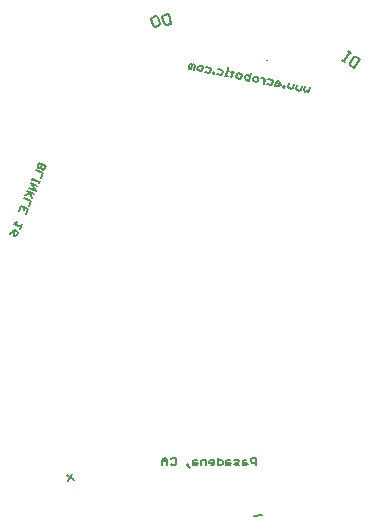
<source format=gbo>
G75*
%MOIN*%
%OFA0B0*%
%FSLAX24Y24*%
%IPPOS*%
%LPD*%
%AMOC8*
5,1,8,0,0,1.08239X$1,22.5*
%
%ADD10C,0.0050*%
%ADD11C,0.0060*%
%ADD12C,0.0080*%
%ADD13R,0.0337X0.0000*%
%ADD14R,0.0337X0.0000*%
%ADD15R,0.0344X0.0001*%
%ADD16R,0.0348X0.0000*%
%ADD17R,0.0347X0.0000*%
%ADD18R,0.0350X0.0000*%
%ADD19R,0.0350X0.0000*%
%ADD20R,0.0352X0.0001*%
%ADD21R,0.0355X0.0000*%
%ADD22R,0.0354X0.0000*%
%ADD23R,0.0356X0.0001*%
%ADD24R,0.0359X0.0000*%
%ADD25R,0.0360X0.0000*%
%ADD26R,0.0361X0.0001*%
%ADD27R,0.0363X0.0000*%
%ADD28R,0.0362X0.0000*%
%ADD29R,0.0365X0.0001*%
%ADD30R,0.0364X0.0001*%
%ADD31R,0.0365X0.0000*%
%ADD32R,0.0366X0.0000*%
%ADD33R,0.0366X0.0000*%
%ADD34R,0.0367X0.0001*%
%ADD35R,0.0369X0.0000*%
%ADD36R,0.0370X0.0001*%
%ADD37R,0.0369X0.0001*%
%ADD38R,0.0370X0.0000*%
%ADD39R,0.0371X0.0000*%
%ADD40R,0.0371X0.0000*%
%ADD41R,0.0372X0.0001*%
%ADD42R,0.0372X0.0001*%
%ADD43R,0.0373X0.0000*%
%ADD44R,0.0373X0.0000*%
%ADD45R,0.0374X0.0001*%
%ADD46R,0.0374X0.0001*%
%ADD47R,0.0375X0.0000*%
%ADD48R,0.0374X0.0000*%
%ADD49R,0.0375X0.0000*%
%ADD50R,0.0375X0.0000*%
%ADD51R,0.0375X0.0001*%
%ADD52R,0.0376X0.0001*%
%ADD53R,0.0376X0.0000*%
%ADD54R,0.0377X0.0001*%
%ADD55R,0.0376X0.0001*%
%ADD56R,0.0377X0.0000*%
%ADD57R,0.0378X0.0000*%
%ADD58R,0.0378X0.0000*%
%ADD59R,0.0379X0.0001*%
%ADD60R,0.0379X0.0000*%
%ADD61R,0.0379X0.0000*%
%ADD62R,0.0380X0.0001*%
%ADD63R,0.0379X0.0001*%
%ADD64R,0.0380X0.0000*%
%ADD65R,0.0379X0.0000*%
%ADD66R,0.0380X0.0000*%
%ADD67R,0.0380X0.0000*%
%ADD68R,0.0380X0.0001*%
%ADD69R,0.0381X0.0001*%
%ADD70R,0.0381X0.0000*%
%ADD71R,0.0381X0.0001*%
%ADD72R,0.0381X0.0001*%
%ADD73R,0.0381X0.0000*%
%ADD74R,0.0382X0.0001*%
%ADD75R,0.0381X0.0001*%
%ADD76R,0.0382X0.0000*%
%ADD77R,0.0382X0.0000*%
%ADD78R,0.0382X0.0001*%
%ADD79R,0.0382X0.0000*%
%ADD80R,0.0383X0.0000*%
%ADD81R,0.0383X0.0001*%
%ADD82R,0.0383X0.0001*%
%ADD83R,0.0383X0.0000*%
%ADD84R,0.0382X0.0001*%
%ADD85R,0.0379X0.0001*%
%ADD86R,0.0381X0.0000*%
%ADD87R,0.0378X0.0001*%
%ADD88R,0.0377X0.0000*%
%ADD89R,0.0376X0.0000*%
%ADD90R,0.0374X0.0000*%
%ADD91R,0.0377X0.0001*%
%ADD92R,0.0372X0.0000*%
%ADD93R,0.0371X0.0001*%
%ADD94R,0.0376X0.0001*%
%ADD95R,0.0371X0.0000*%
%ADD96R,0.0376X0.0000*%
%ADD97R,0.0370X0.0000*%
%ADD98R,0.0369X0.0001*%
%ADD99R,0.0374X0.0001*%
%ADD100R,0.0368X0.0000*%
%ADD101R,0.0374X0.0000*%
%ADD102R,0.0367X0.0001*%
%ADD103R,0.0373X0.0001*%
%ADD104R,0.0366X0.0000*%
%ADD105R,0.0372X0.0000*%
%ADD106R,0.0365X0.0000*%
%ADD107R,0.0371X0.0000*%
%ADD108R,0.0364X0.0001*%
%ADD109R,0.0371X0.0001*%
%ADD110R,0.0362X0.0000*%
%ADD111R,0.0369X0.0000*%
%ADD112R,0.0360X0.0001*%
%ADD113R,0.0369X0.0001*%
%ADD114R,0.0359X0.0000*%
%ADD115R,0.0367X0.0000*%
%ADD116R,0.0357X0.0000*%
%ADD117R,0.0355X0.0001*%
%ADD118R,0.0365X0.0001*%
%ADD119R,0.0354X0.0000*%
%ADD120R,0.0364X0.0000*%
%ADD121R,0.0351X0.0001*%
%ADD122R,0.0363X0.0001*%
%ADD123R,0.0348X0.0000*%
%ADD124R,0.0361X0.0000*%
%ADD125R,0.0345X0.0000*%
%ADD126R,0.0340X0.0001*%
%ADD127R,0.0359X0.0001*%
%ADD128R,0.0258X0.0000*%
%ADD129R,0.0356X0.0000*%
%ADD130R,0.0257X0.0001*%
%ADD131R,0.0354X0.0001*%
%ADD132R,0.0257X0.0000*%
%ADD133R,0.0352X0.0000*%
%ADD134R,0.0347X0.0001*%
%ADD135R,0.0257X0.0000*%
%ADD136R,0.0344X0.0000*%
%ADD137R,0.0257X0.0001*%
%ADD138R,0.0338X0.0001*%
%ADD139R,0.0239X0.0000*%
%ADD140R,0.0256X0.0000*%
%ADD141R,0.0256X0.0001*%
%ADD142R,0.0239X0.0001*%
%ADD143R,0.0239X0.0001*%
%ADD144R,0.0256X0.0000*%
%ADD145R,0.0239X0.0000*%
%ADD146R,0.0256X0.0001*%
%ADD147R,0.0255X0.0000*%
%ADD148R,0.0238X0.0000*%
%ADD149R,0.0255X0.0001*%
%ADD150R,0.0238X0.0001*%
%ADD151R,0.0255X0.0000*%
%ADD152R,0.0255X0.0001*%
%ADD153R,0.0238X0.0001*%
%ADD154R,0.0238X0.0000*%
%ADD155R,0.0255X0.0000*%
%ADD156R,0.0238X0.0000*%
%ADD157R,0.0255X0.0001*%
%ADD158R,0.0238X0.0001*%
%ADD159R,0.0254X0.0000*%
%ADD160R,0.0254X0.0001*%
%ADD161R,0.0237X0.0000*%
%ADD162R,0.0254X0.0001*%
%ADD163R,0.0237X0.0001*%
%ADD164R,0.0254X0.0000*%
%ADD165R,0.0253X0.0000*%
%ADD166R,0.0236X0.0000*%
%ADD167R,0.0253X0.0001*%
%ADD168R,0.0236X0.0001*%
%ADD169R,0.0253X0.0000*%
%ADD170R,0.0253X0.0001*%
%ADD171R,0.0236X0.0001*%
%ADD172R,0.0236X0.0000*%
%ADD173R,0.0252X0.0001*%
%ADD174R,0.0252X0.0000*%
%ADD175R,0.0235X0.0000*%
%ADD176R,0.0235X0.0001*%
%ADD177R,0.0251X0.0000*%
%ADD178R,0.0251X0.0001*%
%ADD179R,0.0235X0.0001*%
%ADD180R,0.0235X0.0000*%
%ADD181R,0.0251X0.0001*%
%ADD182R,0.0251X0.0000*%
%ADD183R,0.0234X0.0000*%
%ADD184R,0.0250X0.0001*%
%ADD185R,0.0234X0.0001*%
%ADD186R,0.0250X0.0000*%
%ADD187R,0.0250X0.0000*%
%ADD188R,0.0234X0.0000*%
%ADD189R,0.0250X0.0001*%
%ADD190R,0.0234X0.0001*%
%ADD191R,0.0250X0.0001*%
%ADD192R,0.0250X0.0000*%
%ADD193R,0.0233X0.0000*%
%ADD194R,0.0249X0.0001*%
%ADD195R,0.0233X0.0001*%
%ADD196R,0.0249X0.0000*%
%ADD197R,0.0233X0.0001*%
%ADD198R,0.0233X0.0000*%
%ADD199R,0.0249X0.0000*%
%ADD200R,0.0249X0.0001*%
%ADD201R,0.0232X0.0000*%
%ADD202R,0.0248X0.0001*%
%ADD203R,0.0232X0.0001*%
%ADD204R,0.0248X0.0000*%
%ADD205R,0.0248X0.0001*%
%ADD206R,0.0232X0.0001*%
%ADD207R,0.0248X0.0000*%
%ADD208R,0.0232X0.0000*%
%ADD209R,0.0247X0.0000*%
%ADD210R,0.0231X0.0000*%
%ADD211R,0.0247X0.0001*%
%ADD212R,0.0231X0.0001*%
%ADD213R,0.0246X0.0001*%
%ADD214R,0.0246X0.0000*%
%ADD215R,0.0231X0.0000*%
%ADD216R,0.0231X0.0001*%
%ADD217R,0.0246X0.0000*%
%ADD218R,0.0246X0.0001*%
%ADD219R,0.0230X0.0000*%
%ADD220R,0.0245X0.0000*%
%ADD221R,0.0245X0.0001*%
%ADD222R,0.0230X0.0001*%
%ADD223R,0.0245X0.0001*%
%ADD224R,0.0230X0.0001*%
%ADD225R,0.0245X0.0000*%
%ADD226R,0.0230X0.0000*%
%ADD227R,0.0245X0.0000*%
%ADD228R,0.0229X0.0000*%
%ADD229R,0.0245X0.0001*%
%ADD230R,0.0229X0.0001*%
%ADD231R,0.0244X0.0000*%
%ADD232R,0.0244X0.0001*%
%ADD233R,0.0229X0.0001*%
%ADD234R,0.0229X0.0000*%
%ADD235R,0.0244X0.0000*%
%ADD236R,0.0228X0.0000*%
%ADD237R,0.0244X0.0001*%
%ADD238R,0.0228X0.0001*%
%ADD239R,0.0243X0.0000*%
%ADD240R,0.0243X0.0001*%
%ADD241R,0.0243X0.0000*%
%ADD242R,0.0228X0.0000*%
%ADD243R,0.0243X0.0001*%
%ADD244R,0.0228X0.0001*%
%ADD245R,0.0242X0.0000*%
%ADD246R,0.0227X0.0000*%
%ADD247R,0.0242X0.0001*%
%ADD248R,0.0227X0.0001*%
%ADD249R,0.0241X0.0000*%
%ADD250R,0.0241X0.0001*%
%ADD251R,0.0227X0.0001*%
%ADD252R,0.0227X0.0000*%
%ADD253R,0.0241X0.0001*%
%ADD254R,0.0241X0.0000*%
%ADD255R,0.0226X0.0000*%
%ADD256R,0.0226X0.0001*%
%ADD257R,0.0240X0.0000*%
%ADD258R,0.0240X0.0001*%
%ADD259R,0.0226X0.0001*%
%ADD260R,0.0240X0.0000*%
%ADD261R,0.0226X0.0000*%
%ADD262R,0.0240X0.0001*%
%ADD263R,0.0225X0.0000*%
%ADD264R,0.0240X0.0001*%
%ADD265R,0.0225X0.0001*%
%ADD266R,0.0240X0.0000*%
%ADD267R,0.0225X0.0000*%
%ADD268R,0.0225X0.0001*%
%ADD269R,0.0239X0.0001*%
%ADD270R,0.0239X0.0000*%
%ADD271R,0.0224X0.0000*%
%ADD272R,0.0224X0.0001*%
%ADD273R,0.0224X0.0001*%
%ADD274R,0.0224X0.0000*%
%ADD275R,0.0223X0.0000*%
%ADD276R,0.0237X0.0001*%
%ADD277R,0.0223X0.0001*%
%ADD278R,0.0237X0.0000*%
%ADD279R,0.0223X0.0001*%
%ADD280R,0.0223X0.0000*%
%ADD281R,0.0236X0.0000*%
%ADD282R,0.0222X0.0000*%
%ADD283R,0.0236X0.0001*%
%ADD284R,0.0222X0.0001*%
%ADD285R,0.0222X0.0000*%
%ADD286R,0.0222X0.0001*%
%ADD287R,0.0221X0.0000*%
%ADD288R,0.0235X0.0000*%
%ADD289R,0.0235X0.0001*%
%ADD290R,0.0221X0.0001*%
%ADD291R,0.0221X0.0001*%
%ADD292R,0.0221X0.0000*%
%ADD293R,0.0234X0.0000*%
%ADD294R,0.0220X0.0000*%
%ADD295R,0.0234X0.0001*%
%ADD296R,0.0220X0.0001*%
%ADD297R,0.0220X0.0001*%
%ADD298R,0.0220X0.0000*%
%ADD299R,0.0219X0.0000*%
%ADD300R,0.0219X0.0001*%
%ADD301R,0.0232X0.0000*%
%ADD302R,0.0232X0.0001*%
%ADD303R,0.0219X0.0000*%
%ADD304R,0.0219X0.0001*%
%ADD305R,0.0231X0.0000*%
%ADD306R,0.0218X0.0000*%
%ADD307R,0.0231X0.0001*%
%ADD308R,0.0218X0.0001*%
%ADD309R,0.0218X0.0001*%
%ADD310R,0.0218X0.0000*%
%ADD311R,0.0217X0.0000*%
%ADD312R,0.0217X0.0001*%
%ADD313R,0.0230X0.0000*%
%ADD314R,0.0230X0.0001*%
%ADD315R,0.0217X0.0001*%
%ADD316R,0.0217X0.0000*%
%ADD317R,0.0216X0.0000*%
%ADD318R,0.0229X0.0001*%
%ADD319R,0.0216X0.0001*%
%ADD320R,0.0229X0.0000*%
%ADD321R,0.0216X0.0000*%
%ADD322R,0.0216X0.0001*%
%ADD323R,0.0215X0.0000*%
%ADD324R,0.0227X0.0001*%
%ADD325R,0.0215X0.0001*%
%ADD326R,0.0227X0.0000*%
%ADD327R,0.0215X0.0001*%
%ADD328R,0.0215X0.0000*%
%ADD329R,0.0214X0.0000*%
%ADD330R,0.0226X0.0001*%
%ADD331R,0.0214X0.0001*%
%ADD332R,0.0226X0.0000*%
%ADD333R,0.0214X0.0001*%
%ADD334R,0.0214X0.0000*%
%ADD335R,0.0213X0.0000*%
%ADD336R,0.0213X0.0001*%
%ADD337R,0.0225X0.0001*%
%ADD338R,0.0225X0.0000*%
%ADD339R,0.0213X0.0000*%
%ADD340R,0.0213X0.0001*%
%ADD341R,0.0213X0.0000*%
%ADD342R,0.0224X0.0000*%
%ADD343R,0.0224X0.0001*%
%ADD344R,0.0213X0.0001*%
%ADD345R,0.0212X0.0001*%
%ADD346R,0.0212X0.0000*%
%ADD347R,0.0211X0.0000*%
%ADD348R,0.0211X0.0001*%
%ADD349R,0.0222X0.0000*%
%ADD350R,0.0222X0.0001*%
%ADD351R,0.0211X0.0001*%
%ADD352R,0.0211X0.0000*%
%ADD353R,0.0210X0.0000*%
%ADD354R,0.0210X0.0001*%
%ADD355R,0.0221X0.0000*%
%ADD356R,0.0221X0.0001*%
%ADD357R,0.0210X0.0000*%
%ADD358R,0.0210X0.0001*%
%ADD359R,0.0209X0.0000*%
%ADD360R,0.0209X0.0001*%
%ADD361R,0.0220X0.0000*%
%ADD362R,0.0220X0.0001*%
%ADD363R,0.0209X0.0001*%
%ADD364R,0.0209X0.0000*%
%ADD365R,0.0208X0.0000*%
%ADD366R,0.0208X0.0001*%
%ADD367R,0.0219X0.0000*%
%ADD368R,0.0219X0.0001*%
%ADD369R,0.0208X0.0001*%
%ADD370R,0.0208X0.0000*%
%ADD371R,0.0208X0.0000*%
%ADD372R,0.0208X0.0001*%
%ADD373R,0.0217X0.0000*%
%ADD374R,0.0207X0.0000*%
%ADD375R,0.0217X0.0001*%
%ADD376R,0.0207X0.0001*%
%ADD377R,0.0206X0.0000*%
%ADD378R,0.0216X0.0001*%
%ADD379R,0.0206X0.0001*%
%ADD380R,0.0216X0.0000*%
%ADD381R,0.0206X0.0001*%
%ADD382R,0.0206X0.0000*%
%ADD383R,0.0205X0.0000*%
%ADD384R,0.0205X0.0001*%
%ADD385R,0.0215X0.0001*%
%ADD386R,0.0205X0.0001*%
%ADD387R,0.0215X0.0000*%
%ADD388R,0.0205X0.0000*%
%ADD389R,0.0204X0.0000*%
%ADD390R,0.0204X0.0001*%
%ADD391R,0.0214X0.0001*%
%ADD392R,0.0214X0.0000*%
%ADD393R,0.0204X0.0000*%
%ADD394R,0.0204X0.0001*%
%ADD395R,0.0203X0.0000*%
%ADD396R,0.0203X0.0001*%
%ADD397R,0.0212X0.0001*%
%ADD398R,0.0203X0.0001*%
%ADD399R,0.0212X0.0000*%
%ADD400R,0.0203X0.0000*%
%ADD401R,0.0203X0.0000*%
%ADD402R,0.0203X0.0001*%
%ADD403R,0.0211X0.0000*%
%ADD404R,0.0211X0.0001*%
%ADD405R,0.0202X0.0001*%
%ADD406R,0.0202X0.0000*%
%ADD407R,0.0201X0.0000*%
%ADD408R,0.0201X0.0001*%
%ADD409R,0.0210X0.0000*%
%ADD410R,0.0201X0.0000*%
%ADD411R,0.0210X0.0001*%
%ADD412R,0.0201X0.0001*%
%ADD413R,0.0200X0.0000*%
%ADD414R,0.0200X0.0001*%
%ADD415R,0.0209X0.0000*%
%ADD416R,0.0209X0.0001*%
%ADD417R,0.0200X0.0001*%
%ADD418R,0.0200X0.0000*%
%ADD419R,0.0199X0.0000*%
%ADD420R,0.0199X0.0001*%
%ADD421R,0.0199X0.0001*%
%ADD422R,0.0207X0.0000*%
%ADD423R,0.0199X0.0000*%
%ADD424R,0.0207X0.0001*%
%ADD425R,0.0198X0.0000*%
%ADD426R,0.0198X0.0001*%
%ADD427R,0.0206X0.0000*%
%ADD428R,0.0198X0.0000*%
%ADD429R,0.0206X0.0001*%
%ADD430R,0.0198X0.0001*%
%ADD431R,0.0198X0.0000*%
%ADD432R,0.0198X0.0001*%
%ADD433R,0.0197X0.0001*%
%ADD434R,0.0205X0.0000*%
%ADD435R,0.0197X0.0000*%
%ADD436R,0.0205X0.0001*%
%ADD437R,0.0196X0.0000*%
%ADD438R,0.0196X0.0001*%
%ADD439R,0.0204X0.0001*%
%ADD440R,0.0196X0.0001*%
%ADD441R,0.0204X0.0000*%
%ADD442R,0.0196X0.0000*%
%ADD443R,0.0195X0.0000*%
%ADD444R,0.0195X0.0001*%
%ADD445R,0.0195X0.0000*%
%ADD446R,0.0202X0.0001*%
%ADD447R,0.0195X0.0001*%
%ADD448R,0.0202X0.0000*%
%ADD449R,0.0194X0.0000*%
%ADD450R,0.0194X0.0001*%
%ADD451R,0.0201X0.0001*%
%ADD452R,0.0194X0.0001*%
%ADD453R,0.0201X0.0000*%
%ADD454R,0.0194X0.0000*%
%ADD455R,0.0193X0.0000*%
%ADD456R,0.0193X0.0001*%
%ADD457R,0.0193X0.0001*%
%ADD458R,0.0193X0.0000*%
%ADD459R,0.0200X0.0001*%
%ADD460R,0.0200X0.0000*%
%ADD461R,0.0192X0.0000*%
%ADD462R,0.0192X0.0001*%
%ADD463R,0.0199X0.0000*%
%ADD464R,0.0192X0.0000*%
%ADD465R,0.0199X0.0001*%
%ADD466R,0.0192X0.0001*%
%ADD467R,0.0191X0.0000*%
%ADD468R,0.0191X0.0001*%
%ADD469R,0.0191X0.0001*%
%ADD470R,0.0191X0.0000*%
%ADD471R,0.0197X0.0000*%
%ADD472R,0.0197X0.0001*%
%ADD473R,0.0190X0.0000*%
%ADD474R,0.0190X0.0001*%
%ADD475R,0.0190X0.0001*%
%ADD476R,0.0196X0.0000*%
%ADD477R,0.0190X0.0000*%
%ADD478R,0.0196X0.0001*%
%ADD479R,0.0189X0.0000*%
%ADD480R,0.0189X0.0001*%
%ADD481R,0.0189X0.0000*%
%ADD482R,0.0189X0.0001*%
%ADD483R,0.0195X0.0000*%
%ADD484R,0.0195X0.0001*%
%ADD485R,0.0188X0.0000*%
%ADD486R,0.0188X0.0001*%
%ADD487R,0.0188X0.0001*%
%ADD488R,0.0194X0.0000*%
%ADD489R,0.0188X0.0000*%
%ADD490R,0.0194X0.0001*%
%ADD491R,0.0187X0.0000*%
%ADD492R,0.0187X0.0001*%
%ADD493R,0.0187X0.0001*%
%ADD494R,0.0187X0.0000*%
%ADD495R,0.0192X0.0000*%
%ADD496R,0.0186X0.0000*%
%ADD497R,0.0192X0.0001*%
%ADD498R,0.0186X0.0001*%
%ADD499R,0.0186X0.0000*%
%ADD500R,0.0191X0.0001*%
%ADD501R,0.0186X0.0001*%
%ADD502R,0.0191X0.0000*%
%ADD503R,0.0185X0.0000*%
%ADD504R,0.0185X0.0001*%
%ADD505R,0.0185X0.0001*%
%ADD506R,0.0185X0.0000*%
%ADD507R,0.0190X0.0001*%
%ADD508R,0.0190X0.0000*%
%ADD509R,0.0184X0.0000*%
%ADD510R,0.0184X0.0001*%
%ADD511R,0.0184X0.0001*%
%ADD512R,0.0184X0.0000*%
%ADD513R,0.0189X0.0001*%
%ADD514R,0.0189X0.0000*%
%ADD515R,0.0183X0.0000*%
%ADD516R,0.0183X0.0001*%
%ADD517R,0.0183X0.0000*%
%ADD518R,0.0183X0.0001*%
%ADD519R,0.0187X0.0001*%
%ADD520R,0.0187X0.0000*%
%ADD521R,0.0182X0.0000*%
%ADD522R,0.0182X0.0001*%
%ADD523R,0.0182X0.0001*%
%ADD524R,0.0182X0.0000*%
%ADD525R,0.0186X0.0000*%
%ADD526R,0.0186X0.0001*%
%ADD527R,0.0181X0.0000*%
%ADD528R,0.0181X0.0001*%
%ADD529R,0.0181X0.0001*%
%ADD530R,0.0181X0.0000*%
%ADD531R,0.0185X0.0000*%
%ADD532R,0.0180X0.0000*%
%ADD533R,0.0185X0.0001*%
%ADD534R,0.0180X0.0001*%
%ADD535R,0.0180X0.0000*%
%ADD536R,0.0180X0.0001*%
%ADD537R,0.0184X0.0000*%
%ADD538R,0.0184X0.0001*%
%ADD539R,0.0179X0.0000*%
%ADD540R,0.0179X0.0001*%
%ADD541R,0.0179X0.0001*%
%ADD542R,0.0179X0.0000*%
%ADD543R,0.0182X0.0000*%
%ADD544R,0.0178X0.0000*%
%ADD545R,0.0182X0.0001*%
%ADD546R,0.0178X0.0001*%
%ADD547R,0.0178X0.0001*%
%ADD548R,0.0178X0.0000*%
%ADD549R,0.0181X0.0000*%
%ADD550R,0.0177X0.0000*%
%ADD551R,0.0181X0.0001*%
%ADD552R,0.0177X0.0001*%
%ADD553R,0.0177X0.0000*%
%ADD554R,0.0177X0.0001*%
%ADD555R,0.0180X0.0000*%
%ADD556R,0.0176X0.0000*%
%ADD557R,0.0180X0.0001*%
%ADD558R,0.0176X0.0001*%
%ADD559R,0.0176X0.0001*%
%ADD560R,0.0176X0.0000*%
%ADD561R,0.0179X0.0001*%
%ADD562R,0.0179X0.0000*%
%ADD563R,0.0175X0.0000*%
%ADD564R,0.0175X0.0001*%
%ADD565R,0.0175X0.0001*%
%ADD566R,0.0175X0.0000*%
%ADD567R,0.0174X0.0000*%
%ADD568R,0.0177X0.0001*%
%ADD569R,0.0174X0.0001*%
%ADD570R,0.0177X0.0000*%
%ADD571R,0.0174X0.0000*%
%ADD572R,0.0174X0.0001*%
%ADD573R,0.0176X0.0001*%
%ADD574R,0.0176X0.0000*%
%ADD575R,0.0173X0.0000*%
%ADD576R,0.0173X0.0001*%
%ADD577R,0.0173X0.0001*%
%ADD578R,0.0173X0.0000*%
%ADD579R,0.0173X0.0000*%
%ADD580R,0.0175X0.0001*%
%ADD581R,0.0173X0.0001*%
%ADD582R,0.0175X0.0000*%
%ADD583R,0.0172X0.0001*%
%ADD584R,0.0172X0.0000*%
%ADD585R,0.0174X0.0000*%
%ADD586R,0.0171X0.0000*%
%ADD587R,0.0174X0.0001*%
%ADD588R,0.0171X0.0001*%
%ADD589R,0.0171X0.0000*%
%ADD590R,0.0171X0.0001*%
%ADD591R,0.0170X0.0000*%
%ADD592R,0.0172X0.0000*%
%ADD593R,0.0172X0.0001*%
%ADD594R,0.0170X0.0001*%
%ADD595R,0.0170X0.0001*%
%ADD596R,0.0170X0.0000*%
%ADD597R,0.0171X0.0000*%
%ADD598R,0.0169X0.0000*%
%ADD599R,0.0171X0.0001*%
%ADD600R,0.0169X0.0001*%
%ADD601R,0.0169X0.0001*%
%ADD602R,0.0169X0.0000*%
%ADD603R,0.0168X0.0000*%
%ADD604R,0.0168X0.0001*%
%ADD605R,0.0170X0.0000*%
%ADD606R,0.0170X0.0001*%
%ADD607R,0.0168X0.0000*%
%ADD608R,0.0168X0.0001*%
%ADD609R,0.0169X0.0000*%
%ADD610R,0.0168X0.0000*%
%ADD611R,0.0169X0.0001*%
%ADD612R,0.0168X0.0001*%
%ADD613R,0.0167X0.0001*%
%ADD614R,0.0167X0.0000*%
%ADD615R,0.0166X0.0000*%
%ADD616R,0.0166X0.0001*%
%ADD617R,0.0167X0.0000*%
%ADD618R,0.0167X0.0001*%
%ADD619R,0.0166X0.0001*%
%ADD620R,0.0166X0.0000*%
%ADD621R,0.0165X0.0000*%
%ADD622R,0.0166X0.0001*%
%ADD623R,0.0165X0.0001*%
%ADD624R,0.0166X0.0000*%
%ADD625R,0.0165X0.0000*%
%ADD626R,0.0165X0.0001*%
%ADD627R,0.0164X0.0000*%
%ADD628R,0.0165X0.0001*%
%ADD629R,0.0164X0.0001*%
%ADD630R,0.0165X0.0000*%
%ADD631R,0.0164X0.0001*%
%ADD632R,0.0164X0.0000*%
%ADD633R,0.0163X0.0000*%
%ADD634R,0.0164X0.0001*%
%ADD635R,0.0163X0.0001*%
%ADD636R,0.0164X0.0000*%
%ADD637R,0.0163X0.0001*%
%ADD638R,0.0163X0.0000*%
%ADD639R,0.0163X0.0000*%
%ADD640R,0.0163X0.0001*%
%ADD641R,0.0162X0.0001*%
%ADD642R,0.0162X0.0000*%
%ADD643R,0.0162X0.0000*%
%ADD644R,0.0161X0.0001*%
%ADD645R,0.0162X0.0001*%
%ADD646R,0.0161X0.0000*%
%ADD647R,0.0161X0.0000*%
%ADD648R,0.0161X0.0001*%
%ADD649R,0.0160X0.0001*%
%ADD650R,0.0161X0.0001*%
%ADD651R,0.0160X0.0000*%
%ADD652R,0.0161X0.0000*%
%ADD653R,0.0160X0.0000*%
%ADD654R,0.0160X0.0001*%
%ADD655R,0.0160X0.0000*%
%ADD656R,0.0160X0.0001*%
%ADD657R,0.0159X0.0001*%
%ADD658R,0.0159X0.0000*%
%ADD659R,0.0159X0.0000*%
%ADD660R,0.0159X0.0001*%
%ADD661R,0.0159X0.0000*%
%ADD662R,0.0159X0.0001*%
%ADD663R,0.0158X0.0000*%
%ADD664R,0.0158X0.0001*%
%ADD665R,0.0158X0.0000*%
%ADD666R,0.0158X0.0000*%
%ADD667R,0.0158X0.0001*%
%ADD668R,0.0158X0.0001*%
%ADD669R,0.0157X0.0000*%
%ADD670R,0.0157X0.0001*%
%ADD671R,0.0156X0.0000*%
%ADD672R,0.0156X0.0001*%
%ADD673R,0.0156X0.0000*%
%ADD674R,0.0156X0.0001*%
%ADD675R,0.0157X0.0001*%
%ADD676R,0.0155X0.0000*%
%ADD677R,0.0157X0.0000*%
%ADD678R,0.0155X0.0001*%
%ADD679R,0.0155X0.0001*%
%ADD680R,0.0155X0.0000*%
%ADD681R,0.0155X0.0000*%
%ADD682R,0.0156X0.0000*%
%ADD683R,0.0155X0.0001*%
%ADD684R,0.0156X0.0001*%
%ADD685R,0.0154X0.0000*%
%ADD686R,0.0154X0.0001*%
%ADD687R,0.0154X0.0001*%
%ADD688R,0.0154X0.0000*%
%ADD689R,0.0153X0.0000*%
%ADD690R,0.0153X0.0001*%
%ADD691R,0.0154X0.0000*%
%ADD692R,0.0152X0.0001*%
%ADD693R,0.0154X0.0001*%
%ADD694R,0.0152X0.0000*%
%ADD695R,0.0152X0.0001*%
%ADD696R,0.0152X0.0000*%
%ADD697R,0.0151X0.0000*%
%ADD698R,0.0153X0.0000*%
%ADD699R,0.0151X0.0001*%
%ADD700R,0.0153X0.0001*%
%ADD701R,0.0151X0.0001*%
%ADD702R,0.0151X0.0000*%
%ADD703R,0.0150X0.0001*%
%ADD704R,0.0150X0.0000*%
%ADD705R,0.0150X0.0000*%
%ADD706R,0.0150X0.0001*%
%ADD707R,0.0150X0.0001*%
%ADD708R,0.0152X0.0001*%
%ADD709R,0.0150X0.0000*%
%ADD710R,0.0152X0.0000*%
%ADD711R,0.0149X0.0000*%
%ADD712R,0.0149X0.0001*%
%ADD713R,0.0149X0.0000*%
%ADD714R,0.0149X0.0001*%
%ADD715R,0.0151X0.0001*%
%ADD716R,0.0151X0.0000*%
%ADD717R,0.0148X0.0001*%
%ADD718R,0.0148X0.0000*%
%ADD719R,0.0260X0.0000*%
%ADD720R,0.0259X0.0000*%
%ADD721R,0.0260X0.0001*%
%ADD722R,0.0259X0.0001*%
%ADD723R,0.0868X0.0000*%
%ADD724R,0.0868X0.0001*%
%ADD725R,0.0321X0.0000*%
%ADD726R,0.0305X0.0000*%
%ADD727R,0.0321X0.0001*%
%ADD728R,0.0305X0.0001*%
%ADD729R,0.0867X0.0000*%
%ADD730R,0.0867X0.0001*%
%ADD731R,0.0867X0.0000*%
%ADD732R,0.0867X0.0001*%
%ADD733R,0.0866X0.0000*%
%ADD734R,0.0866X0.0000*%
%ADD735R,0.0866X0.0001*%
%ADD736R,0.0866X0.0000*%
%ADD737R,0.0866X0.0001*%
%ADD738R,0.0865X0.0000*%
%ADD739R,0.0865X0.0001*%
%ADD740R,0.0864X0.0001*%
%ADD741R,0.0864X0.0000*%
%ADD742R,0.0864X0.0001*%
%ADD743R,0.0864X0.0000*%
%ADD744R,0.0864X0.0001*%
%ADD745R,0.0864X0.0000*%
%ADD746R,0.0863X0.0001*%
%ADD747R,0.0863X0.0000*%
%ADD748R,0.0862X0.0001*%
%ADD749R,0.0862X0.0000*%
%ADD750R,0.0862X0.0001*%
%ADD751R,0.0862X0.0000*%
%ADD752R,0.0861X0.0001*%
%ADD753R,0.0861X0.0000*%
%ADD754R,0.0861X0.0001*%
%ADD755R,0.0860X0.0001*%
%ADD756R,0.0860X0.0000*%
%ADD757R,0.0859X0.0000*%
%ADD758R,0.0859X0.0001*%
%ADD759R,0.0858X0.0000*%
%ADD760R,0.0858X0.0001*%
%ADD761R,0.0857X0.0001*%
%ADD762R,0.0857X0.0000*%
%ADD763R,0.0856X0.0000*%
%ADD764R,0.0856X0.0001*%
%ADD765R,0.0855X0.0000*%
%ADD766R,0.0855X0.0001*%
%ADD767R,0.0855X0.0000*%
%ADD768R,0.0855X0.0001*%
%ADD769R,0.0854X0.0000*%
%ADD770R,0.0854X0.0001*%
%ADD771R,0.0853X0.0000*%
%ADD772R,0.0853X0.0001*%
%ADD773R,0.0853X0.0000*%
%ADD774R,0.0853X0.0000*%
%ADD775R,0.0852X0.0001*%
%ADD776R,0.0852X0.0000*%
%ADD777R,0.0852X0.0001*%
%ADD778R,0.0851X0.0000*%
%ADD779R,0.0850X0.0001*%
%ADD780R,0.0850X0.0000*%
%ADD781R,0.0850X0.0001*%
%ADD782R,0.0849X0.0000*%
%ADD783R,0.0848X0.0001*%
%ADD784R,0.0848X0.0000*%
%ADD785R,0.0848X0.0001*%
%ADD786R,0.0848X0.0000*%
%ADD787R,0.0847X0.0000*%
%ADD788R,0.0847X0.0001*%
%ADD789R,0.0846X0.0000*%
%ADD790R,0.0846X0.0001*%
%ADD791R,0.0845X0.0000*%
%ADD792R,0.0845X0.0000*%
%ADD793R,0.0845X0.0001*%
%ADD794R,0.0843X0.0000*%
%ADD795R,0.0843X0.0001*%
%ADD796R,0.0841X0.0000*%
%ADD797R,0.0840X0.0000*%
%ADD798R,0.0839X0.0001*%
%ADD799R,0.0838X0.0000*%
%ADD800R,0.0837X0.0001*%
%ADD801R,0.0836X0.0000*%
%ADD802R,0.0835X0.0000*%
%ADD803R,0.0834X0.0001*%
%ADD804R,0.0833X0.0000*%
%ADD805R,0.0832X0.0001*%
%ADD806R,0.0831X0.0000*%
%ADD807R,0.0830X0.0000*%
%ADD808R,0.0829X0.0001*%
%ADD809R,0.0828X0.0000*%
%ADD810R,0.0827X0.0001*%
%ADD811R,0.0826X0.0000*%
%ADD812R,0.0825X0.0000*%
%ADD813R,0.0824X0.0001*%
%ADD814R,0.0823X0.0000*%
%ADD815R,0.0822X0.0001*%
%ADD816R,0.0821X0.0000*%
%ADD817R,0.0820X0.0000*%
%ADD818R,0.0819X0.0001*%
%ADD819R,0.0818X0.0000*%
%ADD820R,0.0817X0.0001*%
%ADD821R,0.0816X0.0000*%
%ADD822R,0.0815X0.0000*%
%ADD823R,0.0814X0.0001*%
%ADD824R,0.0813X0.0000*%
%ADD825R,0.0812X0.0001*%
%ADD826R,0.0811X0.0000*%
%ADD827R,0.0810X0.0000*%
%ADD828R,0.0808X0.0001*%
%ADD829R,0.0808X0.0000*%
%ADD830R,0.0807X0.0001*%
%ADD831R,0.0805X0.0000*%
%ADD832R,0.0805X0.0000*%
%ADD833R,0.0803X0.0001*%
%ADD834R,0.0803X0.0000*%
%ADD835R,0.0802X0.0001*%
%ADD836R,0.0800X0.0000*%
%ADD837R,0.0800X0.0000*%
%ADD838R,0.0798X0.0001*%
%ADD839R,0.0798X0.0000*%
%ADD840R,0.0797X0.0001*%
%ADD841R,0.0795X0.0000*%
%ADD842R,0.0795X0.0000*%
%ADD843R,0.0793X0.0001*%
%ADD844R,0.0793X0.0000*%
%ADD845R,0.0791X0.0001*%
%ADD846R,0.0790X0.0000*%
%ADD847R,0.0789X0.0000*%
%ADD848R,0.0788X0.0001*%
%ADD849R,0.0787X0.0000*%
%ADD850R,0.0786X0.0001*%
%ADD851R,0.0785X0.0000*%
%ADD852R,0.0784X0.0000*%
%ADD853R,0.0783X0.0001*%
%ADD854R,0.0782X0.0000*%
%ADD855R,0.0781X0.0001*%
%ADD856R,0.0780X0.0000*%
%ADD857R,0.0779X0.0000*%
%ADD858R,0.0778X0.0001*%
%ADD859R,0.0777X0.0000*%
%ADD860R,0.0776X0.0001*%
%ADD861R,0.0775X0.0000*%
%ADD862R,0.0774X0.0000*%
%ADD863R,0.0773X0.0001*%
%ADD864R,0.0772X0.0000*%
%ADD865R,0.0771X0.0001*%
%ADD866R,0.0770X0.0000*%
%ADD867R,0.0769X0.0000*%
%ADD868R,0.0768X0.0001*%
%ADD869R,0.0767X0.0000*%
%ADD870R,0.0766X0.0001*%
%ADD871R,0.0765X0.0000*%
%ADD872R,0.0764X0.0000*%
%ADD873R,0.0763X0.0001*%
%ADD874R,0.0762X0.0000*%
%ADD875R,0.0761X0.0001*%
%ADD876R,0.0760X0.0000*%
%ADD877R,0.0758X0.0000*%
%ADD878R,0.0757X0.0001*%
%ADD879R,0.0757X0.0000*%
%ADD880R,0.0755X0.0001*%
%ADD881R,0.0755X0.0000*%
%ADD882R,0.0753X0.0000*%
%ADD883R,0.0752X0.0001*%
%ADD884R,0.0752X0.0000*%
%ADD885R,0.0750X0.0001*%
%ADD886R,0.0750X0.0000*%
%ADD887R,0.0748X0.0000*%
%ADD888R,0.0747X0.0001*%
%ADD889R,0.0747X0.0000*%
%ADD890R,0.0745X0.0001*%
%ADD891R,0.0745X0.0000*%
%ADD892R,0.0743X0.0000*%
%ADD893R,0.0742X0.0001*%
%ADD894R,0.0741X0.0000*%
%ADD895R,0.0740X0.0001*%
%ADD896R,0.0739X0.0000*%
%ADD897R,0.0738X0.0000*%
%ADD898R,0.0737X0.0001*%
%ADD899R,0.0736X0.0000*%
%ADD900R,0.0735X0.0001*%
%ADD901R,0.0734X0.0000*%
%ADD902R,0.0733X0.0000*%
%ADD903R,0.0732X0.0001*%
%ADD904R,0.0731X0.0000*%
%ADD905R,0.0730X0.0001*%
%ADD906R,0.0729X0.0000*%
%ADD907R,0.0728X0.0000*%
%ADD908R,0.0727X0.0001*%
%ADD909R,0.0726X0.0000*%
%ADD910R,0.0725X0.0001*%
%ADD911R,0.0724X0.0000*%
%ADD912R,0.0723X0.0000*%
%ADD913R,0.0722X0.0001*%
%ADD914R,0.0721X0.0000*%
%ADD915R,0.0720X0.0001*%
%ADD916R,0.0719X0.0000*%
%ADD917R,0.0718X0.0000*%
%ADD918R,0.0717X0.0001*%
%ADD919R,0.0716X0.0000*%
%ADD920R,0.0715X0.0001*%
%ADD921R,0.0714X0.0000*%
%ADD922R,0.0713X0.0000*%
%ADD923R,0.0712X0.0001*%
%ADD924R,0.0711X0.0000*%
%ADD925R,0.0710X0.0001*%
%ADD926R,0.0709X0.0000*%
%ADD927R,0.0707X0.0000*%
%ADD928R,0.0707X0.0001*%
%ADD929R,0.0705X0.0000*%
%ADD930R,0.0705X0.0001*%
%ADD931R,0.0703X0.0000*%
%ADD932R,0.0703X0.0000*%
%ADD933R,0.0702X0.0001*%
%ADD934R,0.0700X0.0000*%
%ADD935R,0.0700X0.0001*%
%ADD936R,0.0698X0.0000*%
%ADD937R,0.0698X0.0000*%
%ADD938R,0.0697X0.0001*%
%ADD939R,0.0695X0.0000*%
%ADD940R,0.0695X0.0001*%
%ADD941R,0.0693X0.0000*%
%ADD942R,0.0692X0.0000*%
%ADD943R,0.0691X0.0001*%
%ADD944R,0.0690X0.0000*%
%ADD945R,0.0689X0.0001*%
%ADD946R,0.0688X0.0000*%
%ADD947R,0.0687X0.0000*%
%ADD948R,0.0686X0.0001*%
%ADD949R,0.0685X0.0000*%
%ADD950R,0.0684X0.0001*%
%ADD951R,0.0683X0.0000*%
%ADD952R,0.0682X0.0000*%
%ADD953R,0.0681X0.0001*%
%ADD954R,0.0680X0.0000*%
%ADD955R,0.0679X0.0001*%
%ADD956R,0.0678X0.0000*%
%ADD957R,0.0677X0.0000*%
%ADD958R,0.0676X0.0001*%
%ADD959R,0.0675X0.0000*%
%ADD960R,0.0674X0.0001*%
%ADD961R,0.0673X0.0000*%
%ADD962R,0.0672X0.0000*%
%ADD963R,0.0671X0.0001*%
%ADD964R,0.0670X0.0000*%
%ADD965R,0.0669X0.0001*%
%ADD966R,0.0668X0.0000*%
%ADD967R,0.0667X0.0000*%
%ADD968R,0.0666X0.0001*%
%ADD969R,0.0665X0.0000*%
%ADD970R,0.0664X0.0001*%
%ADD971R,0.0663X0.0000*%
%ADD972R,0.0662X0.0000*%
%ADD973R,0.0661X0.0001*%
%ADD974R,0.0660X0.0000*%
%ADD975R,0.0659X0.0001*%
%ADD976R,0.0658X0.0000*%
%ADD977R,0.0657X0.0000*%
%ADD978R,0.0655X0.0001*%
%ADD979R,0.0655X0.0000*%
%ADD980R,0.0653X0.0001*%
%ADD981R,0.0653X0.0000*%
%ADD982R,0.0652X0.0000*%
%ADD983R,0.0650X0.0001*%
%ADD984R,0.0650X0.0000*%
%ADD985R,0.0648X0.0001*%
%ADD986R,0.0648X0.0000*%
%ADD987R,0.0647X0.0000*%
%ADD988R,0.0645X0.0001*%
%ADD989R,0.0645X0.0000*%
%ADD990R,0.0643X0.0001*%
%ADD991R,0.0642X0.0000*%
%ADD992R,0.0641X0.0000*%
%ADD993R,0.0640X0.0001*%
%ADD994R,0.0639X0.0000*%
%ADD995R,0.0638X0.0001*%
%ADD996R,0.0637X0.0000*%
%ADD997R,0.0636X0.0000*%
%ADD998R,0.0635X0.0001*%
%ADD999R,0.0634X0.0000*%
%ADD1000R,0.0633X0.0001*%
%ADD1001R,0.0632X0.0000*%
%ADD1002R,0.0631X0.0000*%
%ADD1003R,0.0630X0.0001*%
%ADD1004R,0.0629X0.0000*%
%ADD1005R,0.0628X0.0001*%
%ADD1006R,0.0627X0.0000*%
%ADD1007R,0.0626X0.0000*%
%ADD1008R,0.0625X0.0001*%
%ADD1009R,0.0624X0.0000*%
%ADD1010R,0.0623X0.0001*%
%ADD1011R,0.0622X0.0000*%
%ADD1012R,0.0621X0.0000*%
%ADD1013R,0.0620X0.0001*%
%ADD1014R,0.0619X0.0000*%
%ADD1015R,0.0618X0.0001*%
%ADD1016R,0.0617X0.0000*%
%ADD1017R,0.0616X0.0000*%
%ADD1018R,0.0615X0.0001*%
%ADD1019R,0.0614X0.0000*%
%ADD1020R,0.0613X0.0001*%
%ADD1021R,0.0612X0.0000*%
%ADD1022R,0.0611X0.0000*%
%ADD1023R,0.0610X0.0001*%
%ADD1024R,0.0609X0.0000*%
%ADD1025R,0.0607X0.0001*%
%ADD1026R,0.0607X0.0000*%
%ADD1027R,0.0605X0.0000*%
%ADD1028R,0.0605X0.0001*%
%ADD1029R,0.0603X0.0000*%
%ADD1030R,0.0602X0.0001*%
%ADD1031R,0.0602X0.0000*%
%ADD1032R,0.0600X0.0000*%
%ADD1033R,0.0600X0.0001*%
%ADD1034R,0.0598X0.0000*%
%ADD1035R,0.0597X0.0001*%
%ADD1036R,0.0597X0.0000*%
%ADD1037R,0.0595X0.0000*%
%ADD1038R,0.0595X0.0001*%
%ADD1039R,0.0593X0.0000*%
%ADD1040R,0.0592X0.0001*%
%ADD1041R,0.0591X0.0000*%
%ADD1042R,0.0590X0.0000*%
%ADD1043R,0.0589X0.0001*%
%ADD1044R,0.0588X0.0000*%
%ADD1045R,0.0587X0.0001*%
%ADD1046R,0.0586X0.0000*%
%ADD1047R,0.0585X0.0000*%
%ADD1048R,0.0584X0.0001*%
%ADD1049R,0.0583X0.0000*%
%ADD1050R,0.0582X0.0001*%
%ADD1051R,0.0581X0.0000*%
%ADD1052R,0.0580X0.0000*%
%ADD1053R,0.0579X0.0001*%
%ADD1054R,0.0578X0.0000*%
%ADD1055R,0.0577X0.0001*%
%ADD1056R,0.0576X0.0000*%
%ADD1057R,0.0575X0.0000*%
%ADD1058R,0.0574X0.0001*%
%ADD1059R,0.0573X0.0000*%
%ADD1060R,0.0571X0.0001*%
%ADD1061R,0.0568X0.0000*%
%ADD1062R,0.0565X0.0000*%
%ADD1063R,0.0563X0.0001*%
%ADD1064R,0.0560X0.0000*%
%ADD1065R,0.0557X0.0001*%
%ADD1066R,0.0554X0.0000*%
%ADD1067R,0.0551X0.0000*%
%ADD1068R,0.0548X0.0001*%
%ADD1069R,0.0545X0.0000*%
%ADD1070R,0.0542X0.0001*%
%ADD1071R,0.0537X0.0000*%
%ADD1072R,0.0533X0.0000*%
%ADD1073R,0.0530X0.0001*%
%ADD1074R,0.0526X0.0000*%
%ADD1075R,0.0522X0.0001*%
%ADD1076R,0.0518X0.0000*%
%ADD1077R,0.0513X0.0000*%
%ADD1078R,0.0508X0.0001*%
%ADD1079R,0.0503X0.0000*%
%ADD1080R,0.0496X0.0001*%
%ADD1081R,0.0489X0.0000*%
%ADD1082R,0.0477X0.0000*%
%ADD1083C,0.0000*%
D10*
X007318Y002310D02*
X007318Y002477D01*
X007401Y002560D01*
X007485Y002477D01*
X007485Y002310D01*
X007594Y002352D02*
X007636Y002310D01*
X007719Y002310D01*
X007761Y002352D01*
X007761Y002518D01*
X007719Y002560D01*
X007636Y002560D01*
X007594Y002518D01*
X007485Y002435D02*
X007318Y002435D01*
X008138Y002352D02*
X008138Y002310D01*
X008180Y002310D01*
X008180Y002352D01*
X008138Y002352D01*
X008138Y002310D02*
X008221Y002226D01*
X008331Y002310D02*
X008456Y002310D01*
X008497Y002352D01*
X008456Y002393D01*
X008331Y002393D01*
X008331Y002435D02*
X008331Y002310D01*
X008331Y002435D02*
X008372Y002477D01*
X008456Y002477D01*
X008607Y002435D02*
X008607Y002310D01*
X008607Y002435D02*
X008649Y002477D01*
X008774Y002477D01*
X008774Y002310D01*
X008883Y002393D02*
X009050Y002393D01*
X009050Y002352D02*
X009050Y002435D01*
X009008Y002477D01*
X008925Y002477D01*
X008883Y002435D01*
X008883Y002393D01*
X008925Y002310D02*
X009008Y002310D01*
X009050Y002352D01*
X009159Y002310D02*
X009284Y002310D01*
X009326Y002352D01*
X009326Y002435D01*
X009284Y002477D01*
X009159Y002477D01*
X009159Y002560D02*
X009159Y002310D01*
X009436Y002310D02*
X009561Y002310D01*
X009602Y002352D01*
X009561Y002393D01*
X009436Y002393D01*
X009436Y002435D02*
X009436Y002310D01*
X009436Y002435D02*
X009477Y002477D01*
X009561Y002477D01*
X009712Y002477D02*
X009837Y002477D01*
X009879Y002435D01*
X009837Y002393D01*
X009754Y002393D01*
X009712Y002352D01*
X009754Y002310D01*
X009879Y002310D01*
X009988Y002310D02*
X009988Y002435D01*
X010030Y002477D01*
X010113Y002477D01*
X010113Y002393D02*
X009988Y002393D01*
X009988Y002310D02*
X010113Y002310D01*
X010155Y002352D01*
X010113Y002393D01*
X010264Y002435D02*
X010264Y002518D01*
X010306Y002560D01*
X010431Y002560D01*
X010431Y002310D01*
X010431Y002393D02*
X010306Y002393D01*
X010264Y002435D01*
X002468Y009966D02*
X002500Y010043D01*
X002478Y010098D01*
X002401Y010130D01*
X002353Y010014D01*
X002375Y009960D01*
X002414Y009944D01*
X002468Y009966D01*
X002401Y010130D02*
X002292Y010084D01*
X002221Y010023D01*
X002359Y010356D02*
X002590Y010260D01*
X002622Y010337D02*
X002558Y010183D01*
X002468Y010401D02*
X002359Y010356D01*
X002538Y010789D02*
X002602Y010943D01*
X002833Y010847D01*
X002770Y010693D01*
X002686Y010818D02*
X002718Y010895D01*
X002875Y010948D02*
X002939Y011103D01*
X002708Y011198D01*
X002750Y011299D02*
X002968Y011390D01*
X002913Y011367D02*
X002981Y011204D01*
X003045Y011358D02*
X002814Y011454D01*
X002856Y011555D02*
X003087Y011459D01*
X002919Y011709D01*
X003151Y011613D01*
X003189Y011706D02*
X003221Y011783D01*
X003205Y011745D02*
X002974Y011840D01*
X002958Y011802D02*
X002990Y011879D01*
X003263Y011884D02*
X003327Y012038D01*
X003096Y012134D01*
X003176Y012219D02*
X003215Y012203D01*
X003269Y012226D01*
X003317Y012341D01*
X003269Y012226D02*
X003292Y012171D01*
X003330Y012155D01*
X003385Y012178D01*
X003433Y012294D01*
X003201Y012389D01*
X003153Y012274D01*
X003176Y012219D01*
X008194Y015527D02*
X008218Y015649D01*
X008267Y015682D01*
X008300Y015633D01*
X008276Y015511D01*
X008358Y015494D02*
X008390Y015658D01*
X008349Y015666D01*
X008300Y015633D01*
X008489Y015596D02*
X008538Y015629D01*
X008620Y015612D01*
X008653Y015563D01*
X008637Y015482D01*
X008588Y015449D01*
X008506Y015465D01*
X008473Y015514D01*
X008489Y015596D01*
X008768Y015583D02*
X008891Y015559D01*
X008924Y015510D01*
X008908Y015428D01*
X008859Y015395D01*
X008736Y015419D01*
X008994Y015368D02*
X009035Y015360D01*
X009043Y015401D01*
X009002Y015409D01*
X008994Y015368D01*
X009142Y015339D02*
X009265Y015315D01*
X009314Y015347D01*
X009330Y015429D01*
X009298Y015478D01*
X009175Y015503D01*
X009478Y015443D02*
X009446Y015279D01*
X009487Y015271D02*
X009405Y015287D01*
X009478Y015443D02*
X009519Y015434D01*
X009494Y015524D02*
X009503Y015565D01*
X009618Y015415D02*
X009700Y015399D01*
X009667Y015448D02*
X009635Y015284D01*
X009586Y015251D01*
X009783Y015255D02*
X009799Y015336D01*
X009848Y015369D01*
X009930Y015353D01*
X009963Y015304D01*
X009946Y015222D01*
X009897Y015189D01*
X009816Y015206D01*
X009783Y015255D01*
X010054Y015201D02*
X010070Y015283D01*
X010119Y015316D01*
X010242Y015291D01*
X010258Y015373D02*
X010209Y015128D01*
X010087Y015152D01*
X010054Y015201D01*
X010325Y015147D02*
X010358Y015098D01*
X010439Y015082D01*
X010488Y015115D01*
X010505Y015197D01*
X010472Y015246D01*
X010390Y015262D01*
X010341Y015229D01*
X010325Y015147D01*
X010616Y015217D02*
X010657Y015209D01*
X010722Y015111D01*
X010706Y015029D02*
X010739Y015193D01*
X010846Y015172D02*
X010969Y015147D01*
X011001Y015098D01*
X010985Y015017D01*
X010936Y014984D01*
X010813Y015008D01*
X011084Y014954D02*
X011207Y014930D01*
X011256Y014963D01*
X011223Y015012D01*
X011101Y015036D01*
X011109Y015077D02*
X011084Y014954D01*
X011109Y015077D02*
X011158Y015110D01*
X011240Y015094D01*
X011351Y014944D02*
X011343Y014903D01*
X011384Y014895D01*
X011392Y014936D01*
X011351Y014944D01*
X011499Y014915D02*
X011523Y015038D01*
X011499Y014915D02*
X011532Y014866D01*
X011581Y014899D01*
X011614Y014850D01*
X011663Y014882D01*
X011687Y015005D01*
X011794Y014984D02*
X011770Y014861D01*
X011803Y014812D01*
X011852Y014845D01*
X011885Y014796D01*
X011934Y014829D01*
X011958Y014952D01*
X012065Y014930D02*
X012041Y014808D01*
X012074Y014759D01*
X012123Y014791D01*
X012156Y014742D01*
X012205Y014775D01*
X012229Y014898D01*
D11*
X013317Y015814D02*
X013411Y015751D01*
X013364Y015782D02*
X013553Y016065D01*
X013600Y016034D02*
X013506Y016097D01*
X013686Y015908D02*
X013765Y015924D01*
X013907Y015830D01*
X013718Y015546D01*
X013576Y015641D01*
X013561Y015720D01*
X013686Y015908D01*
X007591Y017028D02*
X007424Y016995D01*
X007357Y017040D01*
X007313Y017262D01*
X007357Y017329D01*
X007524Y017362D01*
X007591Y017028D01*
X007219Y017012D02*
X007174Y016945D01*
X007063Y016923D01*
X006996Y016967D01*
X006952Y017190D01*
X006996Y017257D01*
X007107Y017279D01*
X007174Y017234D01*
X007219Y017012D01*
D12*
X004316Y002018D02*
X004161Y001785D01*
X004355Y001824D02*
X004122Y001980D01*
X010353Y000607D02*
X010628Y000662D01*
D13*
G36*
X010428Y015918D02*
X010756Y015854D01*
X010756Y015854D01*
X010428Y015918D01*
X010428Y015918D01*
G37*
D14*
G36*
X009823Y016038D02*
X010151Y015974D01*
X010151Y015974D01*
X009823Y016038D01*
X009823Y016038D01*
G37*
D15*
G36*
X009819Y016039D02*
X010155Y015973D01*
X010155Y015973D01*
X009819Y016039D01*
X009819Y016039D01*
G37*
G36*
X010424Y015919D02*
X010760Y015853D01*
X010760Y015853D01*
X010424Y015919D01*
X010424Y015919D01*
G37*
D16*
G36*
X010422Y015920D02*
X010762Y015854D01*
X010762Y015854D01*
X010422Y015920D01*
X010422Y015920D01*
G37*
D17*
G36*
X009818Y016040D02*
X010156Y015974D01*
X010156Y015974D01*
X009818Y016040D01*
X009818Y016040D01*
G37*
D18*
G36*
X010421Y015920D02*
X010763Y015854D01*
X010763Y015854D01*
X010421Y015920D01*
X010421Y015920D01*
G37*
D19*
G36*
X009816Y016040D02*
X010158Y015974D01*
X010158Y015974D01*
X009816Y016040D01*
X009816Y016040D01*
G37*
G36*
X009865Y016285D02*
X010207Y016219D01*
X010207Y016219D01*
X009865Y016285D01*
X009865Y016285D01*
G37*
D20*
G36*
X009816Y016042D02*
X010160Y015974D01*
X010160Y015974D01*
X009816Y016042D01*
X009816Y016042D01*
G37*
G36*
X010420Y015922D02*
X010764Y015854D01*
X010764Y015854D01*
X010420Y015922D01*
X010420Y015922D01*
G37*
D21*
G36*
X010420Y015922D02*
X010766Y015854D01*
X010766Y015854D01*
X010420Y015922D01*
X010420Y015922D01*
G37*
D22*
G36*
X009815Y016042D02*
X010161Y015974D01*
X010161Y015974D01*
X009815Y016042D01*
X009815Y016042D01*
G37*
D23*
G36*
X009814Y016043D02*
X010162Y015975D01*
X010162Y015975D01*
X009814Y016043D01*
X009814Y016043D01*
G37*
G36*
X010419Y015923D02*
X010767Y015855D01*
X010767Y015855D01*
X010419Y015923D01*
X010419Y015923D01*
G37*
D24*
G36*
X010418Y015923D02*
X010768Y015855D01*
X010768Y015855D01*
X010418Y015923D01*
X010418Y015923D01*
G37*
G36*
X009813Y016043D02*
X010163Y015975D01*
X010163Y015975D01*
X009813Y016043D01*
X009813Y016043D01*
G37*
D25*
G36*
X009812Y016044D02*
X010164Y015976D01*
X010164Y015976D01*
X009812Y016044D01*
X009812Y016044D01*
G37*
G36*
X009859Y016284D02*
X010211Y016216D01*
X010211Y016216D01*
X009859Y016284D01*
X009859Y016284D01*
G37*
G36*
X010417Y015924D02*
X010769Y015856D01*
X010769Y015856D01*
X010417Y015924D01*
X010417Y015924D01*
G37*
D26*
G36*
X010417Y015924D02*
X010769Y015856D01*
X010769Y015856D01*
X010417Y015924D01*
X010417Y015924D01*
G37*
G36*
X009812Y016044D02*
X010164Y015976D01*
X010164Y015976D01*
X009812Y016044D01*
X009812Y016044D01*
G37*
D27*
G36*
X010416Y015926D02*
X010770Y015856D01*
X010770Y015856D01*
X010416Y015926D01*
X010416Y015926D01*
G37*
D28*
G36*
X009811Y016046D02*
X010165Y015976D01*
X010165Y015976D01*
X009811Y016046D01*
X009811Y016046D01*
G37*
D29*
G36*
X010415Y015926D02*
X010771Y015856D01*
X010771Y015856D01*
X010415Y015926D01*
X010415Y015926D01*
G37*
D30*
G36*
X009810Y016046D02*
X010166Y015976D01*
X010166Y015976D01*
X009810Y016046D01*
X009810Y016046D01*
G37*
D31*
G36*
X010415Y015927D02*
X010771Y015857D01*
X010771Y015857D01*
X010415Y015927D01*
X010415Y015927D01*
G37*
D32*
G36*
X009809Y016046D02*
X010167Y015976D01*
X010167Y015976D01*
X009809Y016046D01*
X009809Y016046D01*
G37*
D33*
G36*
X009810Y016047D02*
X010168Y015977D01*
X010168Y015977D01*
X009810Y016047D01*
X009810Y016047D01*
G37*
G36*
X009856Y016282D02*
X010214Y016212D01*
X010214Y016212D01*
X009856Y016282D01*
X009856Y016282D01*
G37*
G36*
X010414Y015927D02*
X010772Y015857D01*
X010772Y015857D01*
X010414Y015927D01*
X010414Y015927D01*
G37*
D34*
G36*
X010413Y015928D02*
X010773Y015858D01*
X010773Y015858D01*
X010413Y015928D01*
X010413Y015928D01*
G37*
G36*
X009809Y016047D02*
X010169Y015977D01*
X010169Y015977D01*
X009809Y016047D01*
X009809Y016047D01*
G37*
D35*
G36*
X009809Y016048D02*
X010169Y015978D01*
X010169Y015978D01*
X009809Y016048D01*
X009809Y016048D01*
G37*
G36*
X010414Y015928D02*
X010774Y015858D01*
X010774Y015858D01*
X010414Y015928D01*
X010414Y015928D01*
G37*
D36*
G36*
X010413Y015929D02*
X010775Y015859D01*
X010775Y015859D01*
X010413Y015929D01*
X010413Y015929D01*
G37*
D37*
G36*
X009809Y016048D02*
X010169Y015978D01*
X010169Y015978D01*
X009809Y016048D01*
X009809Y016048D01*
G37*
D38*
G36*
X010413Y015929D02*
X010775Y015859D01*
X010775Y015859D01*
X010413Y015929D01*
X010413Y015929D01*
G37*
D39*
G36*
X009808Y016049D02*
X010170Y015979D01*
X010170Y015979D01*
X009808Y016049D01*
X009808Y016049D01*
G37*
D40*
G36*
X009808Y016049D02*
X010170Y015979D01*
X010170Y015979D01*
X009808Y016049D01*
X009808Y016049D01*
G37*
G36*
X010413Y015930D02*
X010775Y015860D01*
X010775Y015860D01*
X010413Y015930D01*
X010413Y015930D01*
G37*
D41*
G36*
X010412Y015931D02*
X010776Y015859D01*
X010776Y015859D01*
X010412Y015931D01*
X010412Y015931D01*
G37*
D42*
G36*
X009807Y016051D02*
X010171Y015979D01*
X010171Y015979D01*
X009807Y016051D01*
X009807Y016051D01*
G37*
D43*
G36*
X010412Y015932D02*
X010776Y015860D01*
X010776Y015860D01*
X010412Y015932D01*
X010412Y015932D01*
G37*
D44*
G36*
X009807Y016051D02*
X010171Y015979D01*
X010171Y015979D01*
X009807Y016051D01*
X009807Y016051D01*
G37*
D45*
G36*
X010411Y015932D02*
X010777Y015860D01*
X010777Y015860D01*
X010411Y015932D01*
X010411Y015932D01*
G37*
D46*
G36*
X010456Y016157D02*
X010822Y016085D01*
X010822Y016085D01*
X010456Y016157D01*
X010456Y016157D01*
G37*
G36*
X009806Y016052D02*
X010172Y015980D01*
X010172Y015980D01*
X009806Y016052D01*
X009806Y016052D01*
G37*
D47*
G36*
X010411Y015933D02*
X010777Y015861D01*
X010777Y015861D01*
X010411Y015933D01*
X010411Y015933D01*
G37*
G36*
X010455Y016156D02*
X010821Y016084D01*
X010821Y016084D01*
X010455Y016156D01*
X010455Y016156D01*
G37*
D48*
G36*
X009806Y016052D02*
X010172Y015980D01*
X010172Y015980D01*
X009806Y016052D01*
X009806Y016052D01*
G37*
D49*
G36*
X010411Y015933D02*
X010777Y015861D01*
X010777Y015861D01*
X010411Y015933D01*
X010411Y015933D01*
G37*
D50*
G36*
X009806Y016053D02*
X010172Y015981D01*
X010172Y015981D01*
X009806Y016053D01*
X009806Y016053D01*
G37*
G36*
X009851Y016279D02*
X010217Y016207D01*
X010217Y016207D01*
X009851Y016279D01*
X009851Y016279D01*
G37*
D51*
G36*
X010455Y016155D02*
X010821Y016083D01*
X010821Y016083D01*
X010455Y016155D01*
X010455Y016155D01*
G37*
G36*
X010411Y015934D02*
X010777Y015862D01*
X010777Y015862D01*
X010411Y015934D01*
X010411Y015934D01*
G37*
D52*
G36*
X009806Y016053D02*
X010174Y015981D01*
X010174Y015981D01*
X009806Y016053D01*
X009806Y016053D01*
G37*
D53*
G36*
X009806Y016054D02*
X010174Y015982D01*
X010174Y015982D01*
X009806Y016054D01*
X009806Y016054D01*
G37*
G36*
X009850Y016277D02*
X010218Y016205D01*
X010218Y016205D01*
X009850Y016277D01*
X009850Y016277D01*
G37*
G36*
X010411Y015934D02*
X010779Y015862D01*
X010779Y015862D01*
X010411Y015934D01*
X010411Y015934D01*
G37*
D54*
G36*
X010411Y015935D02*
X010779Y015863D01*
X010779Y015863D01*
X010411Y015935D01*
X010411Y015935D01*
G37*
D55*
G36*
X010454Y016154D02*
X010822Y016082D01*
X010822Y016082D01*
X010454Y016154D01*
X010454Y016154D01*
G37*
G36*
X009806Y016054D02*
X010174Y015982D01*
X010174Y015982D01*
X009806Y016054D01*
X009806Y016054D01*
G37*
D56*
G36*
X009805Y016055D02*
X010175Y015983D01*
X010175Y015983D01*
X009805Y016055D01*
X009805Y016055D01*
G37*
G36*
X010410Y015935D02*
X010780Y015863D01*
X010780Y015863D01*
X010410Y015935D01*
X010410Y015935D01*
G37*
G36*
X010453Y016153D02*
X010823Y016081D01*
X010823Y016081D01*
X010453Y016153D01*
X010453Y016153D01*
G37*
D57*
G36*
X010410Y015936D02*
X010780Y015864D01*
X010780Y015864D01*
X010410Y015936D01*
X010410Y015936D01*
G37*
D58*
G36*
X009805Y016055D02*
X010175Y015983D01*
X010175Y015983D01*
X009805Y016055D01*
X009805Y016055D01*
G37*
G36*
X009849Y016276D02*
X010219Y016204D01*
X010219Y016204D01*
X009849Y016276D01*
X009849Y016276D01*
G37*
D59*
G36*
X009849Y016275D02*
X010219Y016203D01*
X010219Y016203D01*
X009849Y016275D01*
X009849Y016275D01*
G37*
G36*
X009805Y016056D02*
X010175Y015984D01*
X010175Y015984D01*
X009805Y016056D01*
X009805Y016056D01*
G37*
G36*
X010410Y015936D02*
X010780Y015864D01*
X010780Y015864D01*
X010410Y015936D01*
X010410Y015936D01*
G37*
D60*
G36*
X010410Y015937D02*
X010780Y015865D01*
X010780Y015865D01*
X010410Y015937D01*
X010410Y015937D01*
G37*
D61*
G36*
X010453Y016152D02*
X010823Y016080D01*
X010823Y016080D01*
X010453Y016152D01*
X010453Y016152D01*
G37*
G36*
X009849Y016276D02*
X010219Y016204D01*
X010219Y016204D01*
X009849Y016276D01*
X009849Y016276D01*
G37*
G36*
X009805Y016056D02*
X010175Y015984D01*
X010175Y015984D01*
X009805Y016056D01*
X009805Y016056D01*
G37*
D62*
G36*
X010409Y015937D02*
X010781Y015865D01*
X010781Y015865D01*
X010409Y015937D01*
X010409Y015937D01*
G37*
D63*
G36*
X009805Y016057D02*
X010175Y015985D01*
X010175Y015985D01*
X009805Y016057D01*
X009805Y016057D01*
G37*
G36*
X009848Y016274D02*
X010218Y016202D01*
X010218Y016202D01*
X009848Y016274D01*
X009848Y016274D01*
G37*
D64*
G36*
X010452Y016151D02*
X010824Y016079D01*
X010824Y016079D01*
X010452Y016151D01*
X010452Y016151D01*
G37*
G36*
X010409Y015938D02*
X010781Y015866D01*
X010781Y015866D01*
X010409Y015938D01*
X010409Y015938D01*
G37*
D65*
G36*
X009805Y016057D02*
X010175Y015985D01*
X010175Y015985D01*
X009805Y016057D01*
X009805Y016057D01*
G37*
G36*
X009848Y016275D02*
X010218Y016203D01*
X010218Y016203D01*
X009848Y016275D01*
X009848Y016275D01*
G37*
D66*
G36*
X010451Y016150D02*
X010823Y016078D01*
X010823Y016078D01*
X010451Y016150D01*
X010451Y016150D01*
G37*
G36*
X010409Y015939D02*
X010781Y015867D01*
X010781Y015867D01*
X010409Y015939D01*
X010409Y015939D01*
G37*
G36*
X010409Y015938D02*
X010781Y015866D01*
X010781Y015866D01*
X010409Y015938D01*
X010409Y015938D01*
G37*
D67*
G36*
X010452Y016151D02*
X010824Y016079D01*
X010824Y016079D01*
X010452Y016151D01*
X010452Y016151D01*
G37*
G36*
X009847Y016274D02*
X010219Y016202D01*
X010219Y016202D01*
X009847Y016274D01*
X009847Y016274D01*
G37*
G36*
X009804Y016058D02*
X010176Y015986D01*
X010176Y015986D01*
X009804Y016058D01*
X009804Y016058D01*
G37*
D68*
G36*
X010409Y015939D02*
X010781Y015867D01*
X010781Y015867D01*
X010409Y015939D01*
X010409Y015939D01*
G37*
G36*
X010451Y016150D02*
X010823Y016078D01*
X010823Y016078D01*
X010451Y016150D01*
X010451Y016150D01*
G37*
D69*
G36*
X009847Y016273D02*
X010219Y016201D01*
X010219Y016201D01*
X009847Y016273D01*
X009847Y016273D01*
G37*
G36*
X009805Y016058D02*
X010177Y015986D01*
X010177Y015986D01*
X009805Y016058D01*
X009805Y016058D01*
G37*
D70*
G36*
X009805Y016059D02*
X010177Y015987D01*
X010177Y015987D01*
X009805Y016059D01*
X009805Y016059D01*
G37*
G36*
X009847Y016273D02*
X010219Y016201D01*
X010219Y016201D01*
X009847Y016273D01*
X009847Y016273D01*
G37*
D71*
G36*
X010451Y016149D02*
X010823Y016077D01*
X010823Y016077D01*
X010451Y016149D01*
X010451Y016149D01*
G37*
G36*
X010410Y015939D02*
X010782Y015867D01*
X010782Y015867D01*
X010410Y015939D01*
X010410Y015939D01*
G37*
D72*
G36*
X009805Y016059D02*
X010177Y015987D01*
X010177Y015987D01*
X009805Y016059D01*
X009805Y016059D01*
G37*
D73*
G36*
X009805Y016060D02*
X010177Y015988D01*
X010177Y015988D01*
X009805Y016060D01*
X009805Y016060D01*
G37*
G36*
X009805Y016060D02*
X010177Y015988D01*
X010177Y015988D01*
X009805Y016060D01*
X009805Y016060D01*
G37*
G36*
X009847Y016271D02*
X010219Y016199D01*
X010219Y016199D01*
X009847Y016271D01*
X009847Y016271D01*
G37*
G36*
X009847Y016271D02*
X010219Y016199D01*
X010219Y016199D01*
X009847Y016271D01*
X009847Y016271D01*
G37*
G36*
X010451Y016149D02*
X010823Y016077D01*
X010823Y016077D01*
X010451Y016149D01*
X010451Y016149D01*
G37*
G36*
X010451Y016148D02*
X010823Y016076D01*
X010823Y016076D01*
X010451Y016148D01*
X010451Y016148D01*
G37*
G36*
X010410Y015941D02*
X010782Y015869D01*
X010782Y015869D01*
X010410Y015941D01*
X010410Y015941D01*
G37*
G36*
X010410Y015940D02*
X010782Y015868D01*
X010782Y015868D01*
X010410Y015940D01*
X010410Y015940D01*
G37*
D74*
G36*
X010409Y015942D02*
X010783Y015868D01*
X010783Y015868D01*
X010409Y015942D01*
X010409Y015942D01*
G37*
D75*
G36*
X010451Y016148D02*
X010823Y016076D01*
X010823Y016076D01*
X010451Y016148D01*
X010451Y016148D01*
G37*
G36*
X009847Y016272D02*
X010219Y016200D01*
X010219Y016200D01*
X009847Y016272D01*
X009847Y016272D01*
G37*
G36*
X009805Y016061D02*
X010177Y015989D01*
X010177Y015989D01*
X009805Y016061D01*
X009805Y016061D01*
G37*
D76*
G36*
X010409Y015942D02*
X010783Y015868D01*
X010783Y015868D01*
X010409Y015942D01*
X010409Y015942D01*
G37*
G36*
X010450Y016148D02*
X010824Y016074D01*
X010824Y016074D01*
X010450Y016148D01*
X010450Y016148D01*
G37*
D77*
G36*
X009804Y016062D02*
X010178Y015988D01*
X010178Y015988D01*
X009804Y016062D01*
X009804Y016062D01*
G37*
D78*
G36*
X009804Y016063D02*
X010178Y015989D01*
X010178Y015989D01*
X009804Y016063D01*
X009804Y016063D01*
G37*
G36*
X009805Y016064D02*
X010179Y015990D01*
X010179Y015990D01*
X009805Y016064D01*
X009805Y016064D01*
G37*
G36*
X009845Y016269D02*
X010219Y016195D01*
X010219Y016195D01*
X009845Y016269D01*
X009845Y016269D01*
G37*
G36*
X009845Y016270D02*
X010219Y016196D01*
X010219Y016196D01*
X009845Y016270D01*
X009845Y016270D01*
G37*
G36*
X010450Y016148D02*
X010824Y016074D01*
X010824Y016074D01*
X010450Y016148D01*
X010450Y016148D01*
G37*
G36*
X010449Y016147D02*
X010823Y016073D01*
X010823Y016073D01*
X010449Y016147D01*
X010449Y016147D01*
G37*
G36*
X010409Y015944D02*
X010783Y015870D01*
X010783Y015870D01*
X010409Y015944D01*
X010409Y015944D01*
G37*
G36*
X010409Y015943D02*
X010783Y015869D01*
X010783Y015869D01*
X010409Y015943D01*
X010409Y015943D01*
G37*
D79*
G36*
X010409Y015943D02*
X010783Y015869D01*
X010783Y015869D01*
X010409Y015943D01*
X010409Y015943D01*
G37*
G36*
X010409Y015944D02*
X010783Y015870D01*
X010783Y015870D01*
X010409Y015944D01*
X010409Y015944D01*
G37*
G36*
X010449Y016146D02*
X010823Y016072D01*
X010823Y016072D01*
X010449Y016146D01*
X010449Y016146D01*
G37*
G36*
X010449Y016147D02*
X010823Y016073D01*
X010823Y016073D01*
X010449Y016147D01*
X010449Y016147D01*
G37*
G36*
X010450Y016148D02*
X010824Y016074D01*
X010824Y016074D01*
X010450Y016148D01*
X010450Y016148D01*
G37*
G36*
X009845Y016269D02*
X010219Y016195D01*
X010219Y016195D01*
X009845Y016269D01*
X009845Y016269D01*
G37*
G36*
X009845Y016270D02*
X010219Y016196D01*
X010219Y016196D01*
X009845Y016270D01*
X009845Y016270D01*
G37*
G36*
X009845Y016271D02*
X010219Y016197D01*
X010219Y016197D01*
X009845Y016271D01*
X009845Y016271D01*
G37*
G36*
X009805Y016065D02*
X010179Y015991D01*
X010179Y015991D01*
X009805Y016065D01*
X009805Y016065D01*
G37*
G36*
X009805Y016064D02*
X010179Y015990D01*
X010179Y015990D01*
X009805Y016064D01*
X009805Y016064D01*
G37*
G36*
X009804Y016063D02*
X010178Y015989D01*
X010178Y015989D01*
X009804Y016063D01*
X009804Y016063D01*
G37*
D80*
G36*
X010410Y015945D02*
X010784Y015871D01*
X010784Y015871D01*
X010410Y015945D01*
X010410Y015945D01*
G37*
G36*
X010410Y015946D02*
X010784Y015872D01*
X010784Y015872D01*
X010410Y015946D01*
X010410Y015946D01*
G37*
G36*
X010410Y015946D02*
X010784Y015872D01*
X010784Y015872D01*
X010410Y015946D01*
X010410Y015946D01*
G37*
G36*
X010410Y015947D02*
X010784Y015873D01*
X010784Y015873D01*
X010410Y015947D01*
X010410Y015947D01*
G37*
G36*
X010410Y015948D02*
X010784Y015874D01*
X010784Y015874D01*
X010410Y015948D01*
X010410Y015948D01*
G37*
G36*
X010410Y015949D02*
X010784Y015875D01*
X010784Y015875D01*
X010410Y015949D01*
X010410Y015949D01*
G37*
G36*
X010411Y015950D02*
X010785Y015876D01*
X010785Y015876D01*
X010411Y015950D01*
X010411Y015950D01*
G37*
G36*
X010411Y015951D02*
X010785Y015877D01*
X010785Y015877D01*
X010411Y015951D01*
X010411Y015951D01*
G37*
G36*
X010411Y015951D02*
X010785Y015877D01*
X010785Y015877D01*
X010411Y015951D01*
X010411Y015951D01*
G37*
G36*
X010411Y015952D02*
X010785Y015878D01*
X010785Y015878D01*
X010411Y015952D01*
X010411Y015952D01*
G37*
G36*
X010411Y015953D02*
X010785Y015879D01*
X010785Y015879D01*
X010411Y015953D01*
X010411Y015953D01*
G37*
G36*
X010411Y015954D02*
X010785Y015880D01*
X010785Y015880D01*
X010411Y015954D01*
X010411Y015954D01*
G37*
G36*
X010412Y015955D02*
X010786Y015881D01*
X010786Y015881D01*
X010412Y015955D01*
X010412Y015955D01*
G37*
G36*
X010412Y015956D02*
X010786Y015882D01*
X010786Y015882D01*
X010412Y015956D01*
X010412Y015956D01*
G37*
G36*
X010412Y015956D02*
X010786Y015882D01*
X010786Y015882D01*
X010412Y015956D01*
X010412Y015956D01*
G37*
G36*
X010412Y015957D02*
X010786Y015883D01*
X010786Y015883D01*
X010412Y015957D01*
X010412Y015957D01*
G37*
G36*
X010412Y015958D02*
X010786Y015884D01*
X010786Y015884D01*
X010412Y015958D01*
X010412Y015958D01*
G37*
G36*
X010412Y015959D02*
X010786Y015885D01*
X010786Y015885D01*
X010412Y015959D01*
X010412Y015959D01*
G37*
G36*
X010413Y015960D02*
X010787Y015886D01*
X010787Y015886D01*
X010413Y015960D01*
X010413Y015960D01*
G37*
G36*
X010413Y015961D02*
X010787Y015887D01*
X010787Y015887D01*
X010413Y015961D01*
X010413Y015961D01*
G37*
G36*
X010413Y015961D02*
X010787Y015887D01*
X010787Y015887D01*
X010413Y015961D01*
X010413Y015961D01*
G37*
G36*
X010413Y015962D02*
X010787Y015888D01*
X010787Y015888D01*
X010413Y015962D01*
X010413Y015962D01*
G37*
G36*
X010413Y015963D02*
X010787Y015889D01*
X010787Y015889D01*
X010413Y015963D01*
X010413Y015963D01*
G37*
G36*
X010413Y015964D02*
X010787Y015890D01*
X010787Y015890D01*
X010413Y015964D01*
X010413Y015964D01*
G37*
G36*
X010414Y015965D02*
X010788Y015891D01*
X010788Y015891D01*
X010414Y015965D01*
X010414Y015965D01*
G37*
G36*
X010414Y015965D02*
X010788Y015891D01*
X010788Y015891D01*
X010414Y015965D01*
X010414Y015965D01*
G37*
G36*
X010414Y015966D02*
X010788Y015892D01*
X010788Y015892D01*
X010414Y015966D01*
X010414Y015966D01*
G37*
G36*
X010414Y015967D02*
X010788Y015893D01*
X010788Y015893D01*
X010414Y015967D01*
X010414Y015967D01*
G37*
G36*
X010414Y015968D02*
X010788Y015894D01*
X010788Y015894D01*
X010414Y015968D01*
X010414Y015968D01*
G37*
G36*
X010414Y015968D02*
X010788Y015894D01*
X010788Y015894D01*
X010414Y015968D01*
X010414Y015968D01*
G37*
G36*
X010415Y015969D02*
X010789Y015895D01*
X010789Y015895D01*
X010415Y015969D01*
X010415Y015969D01*
G37*
G36*
X010415Y015970D02*
X010789Y015896D01*
X010789Y015896D01*
X010415Y015970D01*
X010415Y015970D01*
G37*
G36*
X010415Y015971D02*
X010789Y015897D01*
X010789Y015897D01*
X010415Y015971D01*
X010415Y015971D01*
G37*
G36*
X010415Y015972D02*
X010789Y015898D01*
X010789Y015898D01*
X010415Y015972D01*
X010415Y015972D01*
G37*
G36*
X010415Y015973D02*
X010789Y015899D01*
X010789Y015899D01*
X010415Y015973D01*
X010415Y015973D01*
G37*
G36*
X010415Y015973D02*
X010789Y015899D01*
X010789Y015899D01*
X010415Y015973D01*
X010415Y015973D01*
G37*
G36*
X010416Y015974D02*
X010790Y015900D01*
X010790Y015900D01*
X010416Y015974D01*
X010416Y015974D01*
G37*
G36*
X010416Y015975D02*
X010790Y015901D01*
X010790Y015901D01*
X010416Y015975D01*
X010416Y015975D01*
G37*
G36*
X010416Y015976D02*
X010790Y015902D01*
X010790Y015902D01*
X010416Y015976D01*
X010416Y015976D01*
G37*
G36*
X010416Y015977D02*
X010790Y015903D01*
X010790Y015903D01*
X010416Y015977D01*
X010416Y015977D01*
G37*
G36*
X010416Y015978D02*
X010790Y015904D01*
X010790Y015904D01*
X010416Y015978D01*
X010416Y015978D01*
G37*
G36*
X010416Y015978D02*
X010790Y015904D01*
X010790Y015904D01*
X010416Y015978D01*
X010416Y015978D01*
G37*
G36*
X010417Y015979D02*
X010791Y015905D01*
X010791Y015905D01*
X010417Y015979D01*
X010417Y015979D01*
G37*
G36*
X010417Y015980D02*
X010791Y015906D01*
X010791Y015906D01*
X010417Y015980D01*
X010417Y015980D01*
G37*
G36*
X010417Y015981D02*
X010791Y015907D01*
X010791Y015907D01*
X010417Y015981D01*
X010417Y015981D01*
G37*
G36*
X010417Y015982D02*
X010791Y015908D01*
X010791Y015908D01*
X010417Y015982D01*
X010417Y015982D01*
G37*
G36*
X010417Y015983D02*
X010791Y015909D01*
X010791Y015909D01*
X010417Y015983D01*
X010417Y015983D01*
G37*
G36*
X010417Y015983D02*
X010791Y015909D01*
X010791Y015909D01*
X010417Y015983D01*
X010417Y015983D01*
G37*
G36*
X010417Y015984D02*
X010791Y015910D01*
X010791Y015910D01*
X010417Y015984D01*
X010417Y015984D01*
G37*
G36*
X010418Y015985D02*
X010792Y015911D01*
X010792Y015911D01*
X010418Y015985D01*
X010418Y015985D01*
G37*
G36*
X010418Y015986D02*
X010792Y015912D01*
X010792Y015912D01*
X010418Y015986D01*
X010418Y015986D01*
G37*
G36*
X010418Y015987D02*
X010792Y015913D01*
X010792Y015913D01*
X010418Y015987D01*
X010418Y015987D01*
G37*
G36*
X010418Y015988D02*
X010792Y015914D01*
X010792Y015914D01*
X010418Y015988D01*
X010418Y015988D01*
G37*
G36*
X010418Y015988D02*
X010792Y015914D01*
X010792Y015914D01*
X010418Y015988D01*
X010418Y015988D01*
G37*
G36*
X010418Y015989D02*
X010792Y015915D01*
X010792Y015915D01*
X010418Y015989D01*
X010418Y015989D01*
G37*
G36*
X010419Y015990D02*
X010793Y015916D01*
X010793Y015916D01*
X010419Y015990D01*
X010419Y015990D01*
G37*
G36*
X010419Y015991D02*
X010793Y015917D01*
X010793Y015917D01*
X010419Y015991D01*
X010419Y015991D01*
G37*
G36*
X010419Y015991D02*
X010793Y015917D01*
X010793Y015917D01*
X010419Y015991D01*
X010419Y015991D01*
G37*
G36*
X010419Y015992D02*
X010793Y015918D01*
X010793Y015918D01*
X010419Y015992D01*
X010419Y015992D01*
G37*
G36*
X010419Y015993D02*
X010793Y015919D01*
X010793Y015919D01*
X010419Y015993D01*
X010419Y015993D01*
G37*
G36*
X010419Y015994D02*
X010793Y015920D01*
X010793Y015920D01*
X010419Y015994D01*
X010419Y015994D01*
G37*
G36*
X010420Y015995D02*
X010794Y015921D01*
X010794Y015921D01*
X010420Y015995D01*
X010420Y015995D01*
G37*
G36*
X010420Y015995D02*
X010794Y015921D01*
X010794Y015921D01*
X010420Y015995D01*
X010420Y015995D01*
G37*
G36*
X010420Y015996D02*
X010794Y015922D01*
X010794Y015922D01*
X010420Y015996D01*
X010420Y015996D01*
G37*
G36*
X010420Y015997D02*
X010794Y015923D01*
X010794Y015923D01*
X010420Y015997D01*
X010420Y015997D01*
G37*
G36*
X010420Y015998D02*
X010794Y015924D01*
X010794Y015924D01*
X010420Y015998D01*
X010420Y015998D01*
G37*
G36*
X010420Y015999D02*
X010794Y015925D01*
X010794Y015925D01*
X010420Y015999D01*
X010420Y015999D01*
G37*
G36*
X010421Y016000D02*
X010795Y015926D01*
X010795Y015926D01*
X010421Y016000D01*
X010421Y016000D01*
G37*
G36*
X010421Y016000D02*
X010795Y015926D01*
X010795Y015926D01*
X010421Y016000D01*
X010421Y016000D01*
G37*
G36*
X010421Y016001D02*
X010795Y015927D01*
X010795Y015927D01*
X010421Y016001D01*
X010421Y016001D01*
G37*
G36*
X010421Y016002D02*
X010795Y015928D01*
X010795Y015928D01*
X010421Y016002D01*
X010421Y016002D01*
G37*
G36*
X010421Y016003D02*
X010795Y015929D01*
X010795Y015929D01*
X010421Y016003D01*
X010421Y016003D01*
G37*
G36*
X010421Y016004D02*
X010795Y015930D01*
X010795Y015930D01*
X010421Y016004D01*
X010421Y016004D01*
G37*
G36*
X010422Y016005D02*
X010796Y015931D01*
X010796Y015931D01*
X010422Y016005D01*
X010422Y016005D01*
G37*
G36*
X010422Y016005D02*
X010796Y015931D01*
X010796Y015931D01*
X010422Y016005D01*
X010422Y016005D01*
G37*
G36*
X010422Y016006D02*
X010796Y015932D01*
X010796Y015932D01*
X010422Y016006D01*
X010422Y016006D01*
G37*
G36*
X010422Y016007D02*
X010796Y015933D01*
X010796Y015933D01*
X010422Y016007D01*
X010422Y016007D01*
G37*
G36*
X010422Y016008D02*
X010796Y015934D01*
X010796Y015934D01*
X010422Y016008D01*
X010422Y016008D01*
G37*
G36*
X010422Y016009D02*
X010796Y015935D01*
X010796Y015935D01*
X010422Y016009D01*
X010422Y016009D01*
G37*
G36*
X010423Y016010D02*
X010797Y015936D01*
X010797Y015936D01*
X010423Y016010D01*
X010423Y016010D01*
G37*
G36*
X010423Y016010D02*
X010797Y015936D01*
X010797Y015936D01*
X010423Y016010D01*
X010423Y016010D01*
G37*
G36*
X010423Y016011D02*
X010797Y015937D01*
X010797Y015937D01*
X010423Y016011D01*
X010423Y016011D01*
G37*
G36*
X010423Y016012D02*
X010797Y015938D01*
X010797Y015938D01*
X010423Y016012D01*
X010423Y016012D01*
G37*
G36*
X010423Y016013D02*
X010797Y015939D01*
X010797Y015939D01*
X010423Y016013D01*
X010423Y016013D01*
G37*
G36*
X010423Y016014D02*
X010797Y015940D01*
X010797Y015940D01*
X010423Y016014D01*
X010423Y016014D01*
G37*
G36*
X010423Y016015D02*
X010797Y015941D01*
X010797Y015941D01*
X010423Y016015D01*
X010423Y016015D01*
G37*
G36*
X010424Y016015D02*
X010798Y015941D01*
X010798Y015941D01*
X010424Y016015D01*
X010424Y016015D01*
G37*
G36*
X010424Y016016D02*
X010798Y015942D01*
X010798Y015942D01*
X010424Y016016D01*
X010424Y016016D01*
G37*
G36*
X010424Y016017D02*
X010798Y015943D01*
X010798Y015943D01*
X010424Y016017D01*
X010424Y016017D01*
G37*
G36*
X010424Y016017D02*
X010798Y015943D01*
X010798Y015943D01*
X010424Y016017D01*
X010424Y016017D01*
G37*
G36*
X010424Y016018D02*
X010798Y015944D01*
X010798Y015944D01*
X010424Y016018D01*
X010424Y016018D01*
G37*
G36*
X010424Y016019D02*
X010798Y015945D01*
X010798Y015945D01*
X010424Y016019D01*
X010424Y016019D01*
G37*
G36*
X010425Y016020D02*
X010799Y015946D01*
X010799Y015946D01*
X010425Y016020D01*
X010425Y016020D01*
G37*
G36*
X010425Y016021D02*
X010799Y015947D01*
X010799Y015947D01*
X010425Y016021D01*
X010425Y016021D01*
G37*
G36*
X010425Y016022D02*
X010799Y015948D01*
X010799Y015948D01*
X010425Y016022D01*
X010425Y016022D01*
G37*
G36*
X010425Y016022D02*
X010799Y015948D01*
X010799Y015948D01*
X010425Y016022D01*
X010425Y016022D01*
G37*
G36*
X010425Y016023D02*
X010799Y015949D01*
X010799Y015949D01*
X010425Y016023D01*
X010425Y016023D01*
G37*
G36*
X010425Y016024D02*
X010799Y015950D01*
X010799Y015950D01*
X010425Y016024D01*
X010425Y016024D01*
G37*
G36*
X010426Y016025D02*
X010800Y015951D01*
X010800Y015951D01*
X010426Y016025D01*
X010426Y016025D01*
G37*
G36*
X010426Y016026D02*
X010800Y015952D01*
X010800Y015952D01*
X010426Y016026D01*
X010426Y016026D01*
G37*
G36*
X010426Y016027D02*
X010800Y015953D01*
X010800Y015953D01*
X010426Y016027D01*
X010426Y016027D01*
G37*
G36*
X010426Y016027D02*
X010800Y015953D01*
X010800Y015953D01*
X010426Y016027D01*
X010426Y016027D01*
G37*
G36*
X010426Y016028D02*
X010800Y015954D01*
X010800Y015954D01*
X010426Y016028D01*
X010426Y016028D01*
G37*
G36*
X010426Y016029D02*
X010800Y015955D01*
X010800Y015955D01*
X010426Y016029D01*
X010426Y016029D01*
G37*
G36*
X010427Y016030D02*
X010801Y015956D01*
X010801Y015956D01*
X010427Y016030D01*
X010427Y016030D01*
G37*
G36*
X010427Y016031D02*
X010801Y015957D01*
X010801Y015957D01*
X010427Y016031D01*
X010427Y016031D01*
G37*
G36*
X010427Y016032D02*
X010801Y015958D01*
X010801Y015958D01*
X010427Y016032D01*
X010427Y016032D01*
G37*
G36*
X010427Y016032D02*
X010801Y015958D01*
X010801Y015958D01*
X010427Y016032D01*
X010427Y016032D01*
G37*
G36*
X010427Y016033D02*
X010801Y015959D01*
X010801Y015959D01*
X010427Y016033D01*
X010427Y016033D01*
G37*
G36*
X010427Y016034D02*
X010801Y015960D01*
X010801Y015960D01*
X010427Y016034D01*
X010427Y016034D01*
G37*
G36*
X010427Y016035D02*
X010801Y015961D01*
X010801Y015961D01*
X010427Y016035D01*
X010427Y016035D01*
G37*
G36*
X010428Y016036D02*
X010802Y015962D01*
X010802Y015962D01*
X010428Y016036D01*
X010428Y016036D01*
G37*
G36*
X010428Y016037D02*
X010802Y015963D01*
X010802Y015963D01*
X010428Y016037D01*
X010428Y016037D01*
G37*
G36*
X010428Y016037D02*
X010802Y015963D01*
X010802Y015963D01*
X010428Y016037D01*
X010428Y016037D01*
G37*
G36*
X010428Y016038D02*
X010802Y015964D01*
X010802Y015964D01*
X010428Y016038D01*
X010428Y016038D01*
G37*
G36*
X010428Y016039D02*
X010802Y015965D01*
X010802Y015965D01*
X010428Y016039D01*
X010428Y016039D01*
G37*
G36*
X010428Y016040D02*
X010802Y015966D01*
X010802Y015966D01*
X010428Y016040D01*
X010428Y016040D01*
G37*
G36*
X010429Y016041D02*
X010803Y015967D01*
X010803Y015967D01*
X010429Y016041D01*
X010429Y016041D01*
G37*
G36*
X010429Y016042D02*
X010803Y015968D01*
X010803Y015968D01*
X010429Y016042D01*
X010429Y016042D01*
G37*
G36*
X010429Y016042D02*
X010803Y015968D01*
X010803Y015968D01*
X010429Y016042D01*
X010429Y016042D01*
G37*
G36*
X010429Y016043D02*
X010803Y015969D01*
X010803Y015969D01*
X010429Y016043D01*
X010429Y016043D01*
G37*
G36*
X010429Y016044D02*
X010803Y015970D01*
X010803Y015970D01*
X010429Y016044D01*
X010429Y016044D01*
G37*
G36*
X010429Y016044D02*
X010803Y015970D01*
X010803Y015970D01*
X010429Y016044D01*
X010429Y016044D01*
G37*
G36*
X010430Y016045D02*
X010804Y015971D01*
X010804Y015971D01*
X010430Y016045D01*
X010430Y016045D01*
G37*
G36*
X010430Y016046D02*
X010804Y015972D01*
X010804Y015972D01*
X010430Y016046D01*
X010430Y016046D01*
G37*
G36*
X010430Y016047D02*
X010804Y015973D01*
X010804Y015973D01*
X010430Y016047D01*
X010430Y016047D01*
G37*
G36*
X010430Y016048D02*
X010804Y015974D01*
X010804Y015974D01*
X010430Y016048D01*
X010430Y016048D01*
G37*
G36*
X010430Y016049D02*
X010804Y015975D01*
X010804Y015975D01*
X010430Y016049D01*
X010430Y016049D01*
G37*
G36*
X010430Y016049D02*
X010804Y015975D01*
X010804Y015975D01*
X010430Y016049D01*
X010430Y016049D01*
G37*
G36*
X010431Y016050D02*
X010805Y015976D01*
X010805Y015976D01*
X010431Y016050D01*
X010431Y016050D01*
G37*
G36*
X010431Y016051D02*
X010805Y015977D01*
X010805Y015977D01*
X010431Y016051D01*
X010431Y016051D01*
G37*
G36*
X010431Y016052D02*
X010805Y015978D01*
X010805Y015978D01*
X010431Y016052D01*
X010431Y016052D01*
G37*
G36*
X010431Y016053D02*
X010805Y015979D01*
X010805Y015979D01*
X010431Y016053D01*
X010431Y016053D01*
G37*
G36*
X010431Y016054D02*
X010805Y015980D01*
X010805Y015980D01*
X010431Y016054D01*
X010431Y016054D01*
G37*
G36*
X010431Y016054D02*
X010805Y015980D01*
X010805Y015980D01*
X010431Y016054D01*
X010431Y016054D01*
G37*
G36*
X010432Y016055D02*
X010806Y015981D01*
X010806Y015981D01*
X010432Y016055D01*
X010432Y016055D01*
G37*
G36*
X010432Y016056D02*
X010806Y015982D01*
X010806Y015982D01*
X010432Y016056D01*
X010432Y016056D01*
G37*
G36*
X010432Y016057D02*
X010806Y015983D01*
X010806Y015983D01*
X010432Y016057D01*
X010432Y016057D01*
G37*
G36*
X010432Y016058D02*
X010806Y015984D01*
X010806Y015984D01*
X010432Y016058D01*
X010432Y016058D01*
G37*
G36*
X010432Y016059D02*
X010806Y015985D01*
X010806Y015985D01*
X010432Y016059D01*
X010432Y016059D01*
G37*
G36*
X010432Y016059D02*
X010806Y015985D01*
X010806Y015985D01*
X010432Y016059D01*
X010432Y016059D01*
G37*
G36*
X010433Y016060D02*
X010807Y015986D01*
X010807Y015986D01*
X010433Y016060D01*
X010433Y016060D01*
G37*
G36*
X010433Y016061D02*
X010807Y015987D01*
X010807Y015987D01*
X010433Y016061D01*
X010433Y016061D01*
G37*
G36*
X010433Y016062D02*
X010807Y015988D01*
X010807Y015988D01*
X010433Y016062D01*
X010433Y016062D01*
G37*
G36*
X010433Y016063D02*
X010807Y015989D01*
X010807Y015989D01*
X010433Y016063D01*
X010433Y016063D01*
G37*
G36*
X010433Y016064D02*
X010807Y015990D01*
X010807Y015990D01*
X010433Y016064D01*
X010433Y016064D01*
G37*
G36*
X010433Y016064D02*
X010807Y015990D01*
X010807Y015990D01*
X010433Y016064D01*
X010433Y016064D01*
G37*
G36*
X010433Y016065D02*
X010807Y015991D01*
X010807Y015991D01*
X010433Y016065D01*
X010433Y016065D01*
G37*
G36*
X010434Y016066D02*
X010808Y015992D01*
X010808Y015992D01*
X010434Y016066D01*
X010434Y016066D01*
G37*
G36*
X010434Y016067D02*
X010808Y015993D01*
X010808Y015993D01*
X010434Y016067D01*
X010434Y016067D01*
G37*
G36*
X010434Y016068D02*
X010808Y015994D01*
X010808Y015994D01*
X010434Y016068D01*
X010434Y016068D01*
G37*
G36*
X010434Y016068D02*
X010808Y015994D01*
X010808Y015994D01*
X010434Y016068D01*
X010434Y016068D01*
G37*
G36*
X010434Y016069D02*
X010808Y015995D01*
X010808Y015995D01*
X010434Y016069D01*
X010434Y016069D01*
G37*
G36*
X010434Y016070D02*
X010808Y015996D01*
X010808Y015996D01*
X010434Y016070D01*
X010434Y016070D01*
G37*
G36*
X010435Y016071D02*
X010809Y015997D01*
X010809Y015997D01*
X010435Y016071D01*
X010435Y016071D01*
G37*
G36*
X010435Y016071D02*
X010809Y015997D01*
X010809Y015997D01*
X010435Y016071D01*
X010435Y016071D01*
G37*
G36*
X010435Y016072D02*
X010809Y015998D01*
X010809Y015998D01*
X010435Y016072D01*
X010435Y016072D01*
G37*
G36*
X010435Y016073D02*
X010809Y015999D01*
X010809Y015999D01*
X010435Y016073D01*
X010435Y016073D01*
G37*
G36*
X010435Y016074D02*
X010809Y016000D01*
X010809Y016000D01*
X010435Y016074D01*
X010435Y016074D01*
G37*
G36*
X010435Y016075D02*
X010809Y016001D01*
X010809Y016001D01*
X010435Y016075D01*
X010435Y016075D01*
G37*
G36*
X010436Y016076D02*
X010810Y016002D01*
X010810Y016002D01*
X010436Y016076D01*
X010436Y016076D01*
G37*
G36*
X010436Y016076D02*
X010810Y016002D01*
X010810Y016002D01*
X010436Y016076D01*
X010436Y016076D01*
G37*
G36*
X010436Y016077D02*
X010810Y016003D01*
X010810Y016003D01*
X010436Y016077D01*
X010436Y016077D01*
G37*
G36*
X010436Y016078D02*
X010810Y016004D01*
X010810Y016004D01*
X010436Y016078D01*
X010436Y016078D01*
G37*
G36*
X010436Y016079D02*
X010810Y016005D01*
X010810Y016005D01*
X010436Y016079D01*
X010436Y016079D01*
G37*
G36*
X010436Y016080D02*
X010810Y016006D01*
X010810Y016006D01*
X010436Y016080D01*
X010436Y016080D01*
G37*
G36*
X010437Y016081D02*
X010811Y016007D01*
X010811Y016007D01*
X010437Y016081D01*
X010437Y016081D01*
G37*
G36*
X010437Y016081D02*
X010811Y016007D01*
X010811Y016007D01*
X010437Y016081D01*
X010437Y016081D01*
G37*
G36*
X010437Y016082D02*
X010811Y016008D01*
X010811Y016008D01*
X010437Y016082D01*
X010437Y016082D01*
G37*
G36*
X010437Y016083D02*
X010811Y016009D01*
X010811Y016009D01*
X010437Y016083D01*
X010437Y016083D01*
G37*
G36*
X010437Y016084D02*
X010811Y016010D01*
X010811Y016010D01*
X010437Y016084D01*
X010437Y016084D01*
G37*
G36*
X010437Y016085D02*
X010811Y016011D01*
X010811Y016011D01*
X010437Y016085D01*
X010437Y016085D01*
G37*
G36*
X010438Y016086D02*
X010812Y016012D01*
X010812Y016012D01*
X010438Y016086D01*
X010438Y016086D01*
G37*
G36*
X010438Y016086D02*
X010812Y016012D01*
X010812Y016012D01*
X010438Y016086D01*
X010438Y016086D01*
G37*
G36*
X010438Y016087D02*
X010812Y016013D01*
X010812Y016013D01*
X010438Y016087D01*
X010438Y016087D01*
G37*
G36*
X010438Y016088D02*
X010812Y016014D01*
X010812Y016014D01*
X010438Y016088D01*
X010438Y016088D01*
G37*
G36*
X010438Y016089D02*
X010812Y016015D01*
X010812Y016015D01*
X010438Y016089D01*
X010438Y016089D01*
G37*
G36*
X010438Y016090D02*
X010812Y016016D01*
X010812Y016016D01*
X010438Y016090D01*
X010438Y016090D01*
G37*
G36*
X010439Y016091D02*
X010813Y016017D01*
X010813Y016017D01*
X010439Y016091D01*
X010439Y016091D01*
G37*
G36*
X010439Y016091D02*
X010813Y016017D01*
X010813Y016017D01*
X010439Y016091D01*
X010439Y016091D01*
G37*
G36*
X010439Y016092D02*
X010813Y016018D01*
X010813Y016018D01*
X010439Y016092D01*
X010439Y016092D01*
G37*
G36*
X010439Y016093D02*
X010813Y016019D01*
X010813Y016019D01*
X010439Y016093D01*
X010439Y016093D01*
G37*
G36*
X010439Y016094D02*
X010813Y016020D01*
X010813Y016020D01*
X010439Y016094D01*
X010439Y016094D01*
G37*
G36*
X010439Y016094D02*
X010813Y016020D01*
X010813Y016020D01*
X010439Y016094D01*
X010439Y016094D01*
G37*
G36*
X010440Y016095D02*
X010814Y016021D01*
X010814Y016021D01*
X010440Y016095D01*
X010440Y016095D01*
G37*
G36*
X010440Y016096D02*
X010814Y016022D01*
X010814Y016022D01*
X010440Y016096D01*
X010440Y016096D01*
G37*
G36*
X010440Y016097D02*
X010814Y016023D01*
X010814Y016023D01*
X010440Y016097D01*
X010440Y016097D01*
G37*
G36*
X010440Y016098D02*
X010814Y016024D01*
X010814Y016024D01*
X010440Y016098D01*
X010440Y016098D01*
G37*
G36*
X010440Y016098D02*
X010814Y016024D01*
X010814Y016024D01*
X010440Y016098D01*
X010440Y016098D01*
G37*
G36*
X010440Y016099D02*
X010814Y016025D01*
X010814Y016025D01*
X010440Y016099D01*
X010440Y016099D01*
G37*
G36*
X010440Y016100D02*
X010814Y016026D01*
X010814Y016026D01*
X010440Y016100D01*
X010440Y016100D01*
G37*
G36*
X010441Y016101D02*
X010815Y016027D01*
X010815Y016027D01*
X010441Y016101D01*
X010441Y016101D01*
G37*
G36*
X010441Y016102D02*
X010815Y016028D01*
X010815Y016028D01*
X010441Y016102D01*
X010441Y016102D01*
G37*
G36*
X010441Y016103D02*
X010815Y016029D01*
X010815Y016029D01*
X010441Y016103D01*
X010441Y016103D01*
G37*
G36*
X010441Y016103D02*
X010815Y016029D01*
X010815Y016029D01*
X010441Y016103D01*
X010441Y016103D01*
G37*
G36*
X010441Y016104D02*
X010815Y016030D01*
X010815Y016030D01*
X010441Y016104D01*
X010441Y016104D01*
G37*
G36*
X010441Y016105D02*
X010815Y016031D01*
X010815Y016031D01*
X010441Y016105D01*
X010441Y016105D01*
G37*
G36*
X010442Y016106D02*
X010816Y016032D01*
X010816Y016032D01*
X010442Y016106D01*
X010442Y016106D01*
G37*
G36*
X010442Y016107D02*
X010816Y016033D01*
X010816Y016033D01*
X010442Y016107D01*
X010442Y016107D01*
G37*
G36*
X010442Y016108D02*
X010816Y016034D01*
X010816Y016034D01*
X010442Y016108D01*
X010442Y016108D01*
G37*
G36*
X010442Y016108D02*
X010816Y016034D01*
X010816Y016034D01*
X010442Y016108D01*
X010442Y016108D01*
G37*
G36*
X010442Y016109D02*
X010816Y016035D01*
X010816Y016035D01*
X010442Y016109D01*
X010442Y016109D01*
G37*
G36*
X010442Y016110D02*
X010816Y016036D01*
X010816Y016036D01*
X010442Y016110D01*
X010442Y016110D01*
G37*
G36*
X010443Y016111D02*
X010817Y016037D01*
X010817Y016037D01*
X010443Y016111D01*
X010443Y016111D01*
G37*
G36*
X010443Y016112D02*
X010817Y016038D01*
X010817Y016038D01*
X010443Y016112D01*
X010443Y016112D01*
G37*
G36*
X010443Y016113D02*
X010817Y016039D01*
X010817Y016039D01*
X010443Y016113D01*
X010443Y016113D01*
G37*
G36*
X010443Y016113D02*
X010817Y016039D01*
X010817Y016039D01*
X010443Y016113D01*
X010443Y016113D01*
G37*
G36*
X010443Y016114D02*
X010817Y016040D01*
X010817Y016040D01*
X010443Y016114D01*
X010443Y016114D01*
G37*
G36*
X010443Y016115D02*
X010817Y016041D01*
X010817Y016041D01*
X010443Y016115D01*
X010443Y016115D01*
G37*
G36*
X010443Y016116D02*
X010817Y016042D01*
X010817Y016042D01*
X010443Y016116D01*
X010443Y016116D01*
G37*
G36*
X010444Y016117D02*
X010818Y016043D01*
X010818Y016043D01*
X010444Y016117D01*
X010444Y016117D01*
G37*
G36*
X010444Y016118D02*
X010818Y016044D01*
X010818Y016044D01*
X010444Y016118D01*
X010444Y016118D01*
G37*
G36*
X010444Y016118D02*
X010818Y016044D01*
X010818Y016044D01*
X010444Y016118D01*
X010444Y016118D01*
G37*
G36*
X010444Y016119D02*
X010818Y016045D01*
X010818Y016045D01*
X010444Y016119D01*
X010444Y016119D01*
G37*
G36*
X010444Y016120D02*
X010818Y016046D01*
X010818Y016046D01*
X010444Y016120D01*
X010444Y016120D01*
G37*
G36*
X010444Y016120D02*
X010818Y016046D01*
X010818Y016046D01*
X010444Y016120D01*
X010444Y016120D01*
G37*
G36*
X010445Y016121D02*
X010819Y016047D01*
X010819Y016047D01*
X010445Y016121D01*
X010445Y016121D01*
G37*
G36*
X010445Y016122D02*
X010819Y016048D01*
X010819Y016048D01*
X010445Y016122D01*
X010445Y016122D01*
G37*
G36*
X010445Y016123D02*
X010819Y016049D01*
X010819Y016049D01*
X010445Y016123D01*
X010445Y016123D01*
G37*
G36*
X010445Y016124D02*
X010819Y016050D01*
X010819Y016050D01*
X010445Y016124D01*
X010445Y016124D01*
G37*
G36*
X010445Y016125D02*
X010819Y016051D01*
X010819Y016051D01*
X010445Y016125D01*
X010445Y016125D01*
G37*
G36*
X010445Y016125D02*
X010819Y016051D01*
X010819Y016051D01*
X010445Y016125D01*
X010445Y016125D01*
G37*
G36*
X010446Y016126D02*
X010820Y016052D01*
X010820Y016052D01*
X010446Y016126D01*
X010446Y016126D01*
G37*
G36*
X010446Y016127D02*
X010820Y016053D01*
X010820Y016053D01*
X010446Y016127D01*
X010446Y016127D01*
G37*
G36*
X010446Y016128D02*
X010820Y016054D01*
X010820Y016054D01*
X010446Y016128D01*
X010446Y016128D01*
G37*
G36*
X010446Y016129D02*
X010820Y016055D01*
X010820Y016055D01*
X010446Y016129D01*
X010446Y016129D01*
G37*
G36*
X010446Y016130D02*
X010820Y016056D01*
X010820Y016056D01*
X010446Y016130D01*
X010446Y016130D01*
G37*
G36*
X010446Y016130D02*
X010820Y016056D01*
X010820Y016056D01*
X010446Y016130D01*
X010446Y016130D01*
G37*
G36*
X010447Y016131D02*
X010821Y016057D01*
X010821Y016057D01*
X010447Y016131D01*
X010447Y016131D01*
G37*
G36*
X010447Y016132D02*
X010821Y016058D01*
X010821Y016058D01*
X010447Y016132D01*
X010447Y016132D01*
G37*
G36*
X010447Y016133D02*
X010821Y016059D01*
X010821Y016059D01*
X010447Y016133D01*
X010447Y016133D01*
G37*
G36*
X010447Y016134D02*
X010821Y016060D01*
X010821Y016060D01*
X010447Y016134D01*
X010447Y016134D01*
G37*
G36*
X010447Y016135D02*
X010821Y016061D01*
X010821Y016061D01*
X010447Y016135D01*
X010447Y016135D01*
G37*
G36*
X010447Y016135D02*
X010821Y016061D01*
X010821Y016061D01*
X010447Y016135D01*
X010447Y016135D01*
G37*
G36*
X010448Y016136D02*
X010822Y016062D01*
X010822Y016062D01*
X010448Y016136D01*
X010448Y016136D01*
G37*
G36*
X010448Y016137D02*
X010822Y016063D01*
X010822Y016063D01*
X010448Y016137D01*
X010448Y016137D01*
G37*
G36*
X010448Y016138D02*
X010822Y016064D01*
X010822Y016064D01*
X010448Y016138D01*
X010448Y016138D01*
G37*
G36*
X010448Y016139D02*
X010822Y016065D01*
X010822Y016065D01*
X010448Y016139D01*
X010448Y016139D01*
G37*
G36*
X010448Y016140D02*
X010822Y016066D01*
X010822Y016066D01*
X010448Y016140D01*
X010448Y016140D01*
G37*
G36*
X010448Y016140D02*
X010822Y016066D01*
X010822Y016066D01*
X010448Y016140D01*
X010448Y016140D01*
G37*
G36*
X010449Y016141D02*
X010823Y016067D01*
X010823Y016067D01*
X010449Y016141D01*
X010449Y016141D01*
G37*
G36*
X010449Y016142D02*
X010823Y016068D01*
X010823Y016068D01*
X010449Y016142D01*
X010449Y016142D01*
G37*
G36*
X010449Y016143D02*
X010823Y016069D01*
X010823Y016069D01*
X010449Y016143D01*
X010449Y016143D01*
G37*
G36*
X010449Y016144D02*
X010823Y016070D01*
X010823Y016070D01*
X010449Y016144D01*
X010449Y016144D01*
G37*
G36*
X010449Y016145D02*
X010823Y016071D01*
X010823Y016071D01*
X010449Y016145D01*
X010449Y016145D01*
G37*
G36*
X010449Y016145D02*
X010823Y016071D01*
X010823Y016071D01*
X010449Y016145D01*
X010449Y016145D01*
G37*
D81*
G36*
X010449Y016145D02*
X010823Y016071D01*
X010823Y016071D01*
X010449Y016145D01*
X010449Y016145D01*
G37*
G36*
X010449Y016144D02*
X010823Y016070D01*
X010823Y016070D01*
X010449Y016144D01*
X010449Y016144D01*
G37*
G36*
X010449Y016143D02*
X010823Y016069D01*
X010823Y016069D01*
X010449Y016143D01*
X010449Y016143D01*
G37*
G36*
X010449Y016142D02*
X010823Y016068D01*
X010823Y016068D01*
X010449Y016142D01*
X010449Y016142D01*
G37*
G36*
X010448Y016141D02*
X010822Y016067D01*
X010822Y016067D01*
X010448Y016141D01*
X010448Y016141D01*
G37*
G36*
X010448Y016139D02*
X010822Y016065D01*
X010822Y016065D01*
X010448Y016139D01*
X010448Y016139D01*
G37*
G36*
X010448Y016138D02*
X010822Y016064D01*
X010822Y016064D01*
X010448Y016138D01*
X010448Y016138D01*
G37*
G36*
X010448Y016137D02*
X010822Y016063D01*
X010822Y016063D01*
X010448Y016137D01*
X010448Y016137D01*
G37*
G36*
X010447Y016136D02*
X010821Y016062D01*
X010821Y016062D01*
X010447Y016136D01*
X010447Y016136D01*
G37*
G36*
X010447Y016134D02*
X010821Y016060D01*
X010821Y016060D01*
X010447Y016134D01*
X010447Y016134D01*
G37*
G36*
X010447Y016133D02*
X010821Y016059D01*
X010821Y016059D01*
X010447Y016133D01*
X010447Y016133D01*
G37*
G36*
X010447Y016132D02*
X010821Y016058D01*
X010821Y016058D01*
X010447Y016132D01*
X010447Y016132D01*
G37*
G36*
X010447Y016131D02*
X010821Y016057D01*
X010821Y016057D01*
X010447Y016131D01*
X010447Y016131D01*
G37*
G36*
X010446Y016129D02*
X010820Y016055D01*
X010820Y016055D01*
X010446Y016129D01*
X010446Y016129D01*
G37*
G36*
X010446Y016128D02*
X010820Y016054D01*
X010820Y016054D01*
X010446Y016128D01*
X010446Y016128D01*
G37*
G36*
X010446Y016127D02*
X010820Y016053D01*
X010820Y016053D01*
X010446Y016127D01*
X010446Y016127D01*
G37*
G36*
X010446Y016126D02*
X010820Y016052D01*
X010820Y016052D01*
X010446Y016126D01*
X010446Y016126D01*
G37*
G36*
X010445Y016124D02*
X010819Y016050D01*
X010819Y016050D01*
X010445Y016124D01*
X010445Y016124D01*
G37*
G36*
X010445Y016123D02*
X010819Y016049D01*
X010819Y016049D01*
X010445Y016123D01*
X010445Y016123D01*
G37*
G36*
X010445Y016122D02*
X010819Y016048D01*
X010819Y016048D01*
X010445Y016122D01*
X010445Y016122D01*
G37*
G36*
X010445Y016121D02*
X010819Y016047D01*
X010819Y016047D01*
X010445Y016121D01*
X010445Y016121D01*
G37*
G36*
X010444Y016119D02*
X010818Y016045D01*
X010818Y016045D01*
X010444Y016119D01*
X010444Y016119D01*
G37*
G36*
X010444Y016119D02*
X010818Y016045D01*
X010818Y016045D01*
X010444Y016119D01*
X010444Y016119D01*
G37*
G36*
X010444Y016117D02*
X010818Y016043D01*
X010818Y016043D01*
X010444Y016117D01*
X010444Y016117D01*
G37*
G36*
X010444Y016116D02*
X010818Y016042D01*
X010818Y016042D01*
X010444Y016116D01*
X010444Y016116D01*
G37*
G36*
X010443Y016115D02*
X010817Y016041D01*
X010817Y016041D01*
X010443Y016115D01*
X010443Y016115D01*
G37*
G36*
X010443Y016114D02*
X010817Y016040D01*
X010817Y016040D01*
X010443Y016114D01*
X010443Y016114D01*
G37*
G36*
X010443Y016112D02*
X010817Y016038D01*
X010817Y016038D01*
X010443Y016112D01*
X010443Y016112D01*
G37*
G36*
X010443Y016111D02*
X010817Y016037D01*
X010817Y016037D01*
X010443Y016111D01*
X010443Y016111D01*
G37*
G36*
X010442Y016110D02*
X010816Y016036D01*
X010816Y016036D01*
X010442Y016110D01*
X010442Y016110D01*
G37*
G36*
X010442Y016109D02*
X010816Y016035D01*
X010816Y016035D01*
X010442Y016109D01*
X010442Y016109D01*
G37*
G36*
X010442Y016107D02*
X010816Y016033D01*
X010816Y016033D01*
X010442Y016107D01*
X010442Y016107D01*
G37*
G36*
X010442Y016106D02*
X010816Y016032D01*
X010816Y016032D01*
X010442Y016106D01*
X010442Y016106D01*
G37*
G36*
X010441Y016105D02*
X010815Y016031D01*
X010815Y016031D01*
X010441Y016105D01*
X010441Y016105D01*
G37*
G36*
X010441Y016104D02*
X010815Y016030D01*
X010815Y016030D01*
X010441Y016104D01*
X010441Y016104D01*
G37*
G36*
X010441Y016102D02*
X010815Y016028D01*
X010815Y016028D01*
X010441Y016102D01*
X010441Y016102D01*
G37*
G36*
X010441Y016101D02*
X010815Y016027D01*
X010815Y016027D01*
X010441Y016101D01*
X010441Y016101D01*
G37*
G36*
X010440Y016100D02*
X010814Y016026D01*
X010814Y016026D01*
X010440Y016100D01*
X010440Y016100D01*
G37*
G36*
X010440Y016099D02*
X010814Y016025D01*
X010814Y016025D01*
X010440Y016099D01*
X010440Y016099D01*
G37*
G36*
X010440Y016097D02*
X010814Y016023D01*
X010814Y016023D01*
X010440Y016097D01*
X010440Y016097D01*
G37*
G36*
X010440Y016096D02*
X010814Y016022D01*
X010814Y016022D01*
X010440Y016096D01*
X010440Y016096D01*
G37*
G36*
X010439Y016095D02*
X010813Y016021D01*
X010813Y016021D01*
X010439Y016095D01*
X010439Y016095D01*
G37*
G36*
X010439Y016094D02*
X010813Y016020D01*
X010813Y016020D01*
X010439Y016094D01*
X010439Y016094D01*
G37*
G36*
X010439Y016093D02*
X010813Y016019D01*
X010813Y016019D01*
X010439Y016093D01*
X010439Y016093D01*
G37*
G36*
X010439Y016092D02*
X010813Y016018D01*
X010813Y016018D01*
X010439Y016092D01*
X010439Y016092D01*
G37*
G36*
X010438Y016090D02*
X010812Y016016D01*
X010812Y016016D01*
X010438Y016090D01*
X010438Y016090D01*
G37*
G36*
X010438Y016089D02*
X010812Y016015D01*
X010812Y016015D01*
X010438Y016089D01*
X010438Y016089D01*
G37*
G36*
X010438Y016088D02*
X010812Y016014D01*
X010812Y016014D01*
X010438Y016088D01*
X010438Y016088D01*
G37*
G36*
X010438Y016087D02*
X010812Y016013D01*
X010812Y016013D01*
X010438Y016087D01*
X010438Y016087D01*
G37*
G36*
X010437Y016085D02*
X010811Y016011D01*
X010811Y016011D01*
X010437Y016085D01*
X010437Y016085D01*
G37*
G36*
X010437Y016084D02*
X010811Y016010D01*
X010811Y016010D01*
X010437Y016084D01*
X010437Y016084D01*
G37*
G36*
X010437Y016083D02*
X010811Y016009D01*
X010811Y016009D01*
X010437Y016083D01*
X010437Y016083D01*
G37*
G36*
X010437Y016082D02*
X010811Y016008D01*
X010811Y016008D01*
X010437Y016082D01*
X010437Y016082D01*
G37*
G36*
X010437Y016080D02*
X010811Y016006D01*
X010811Y016006D01*
X010437Y016080D01*
X010437Y016080D01*
G37*
G36*
X010436Y016079D02*
X010810Y016005D01*
X010810Y016005D01*
X010436Y016079D01*
X010436Y016079D01*
G37*
G36*
X010436Y016078D02*
X010810Y016004D01*
X010810Y016004D01*
X010436Y016078D01*
X010436Y016078D01*
G37*
G36*
X010436Y016077D02*
X010810Y016003D01*
X010810Y016003D01*
X010436Y016077D01*
X010436Y016077D01*
G37*
G36*
X010436Y016075D02*
X010810Y016001D01*
X010810Y016001D01*
X010436Y016075D01*
X010436Y016075D01*
G37*
G36*
X010435Y016074D02*
X010809Y016000D01*
X010809Y016000D01*
X010435Y016074D01*
X010435Y016074D01*
G37*
G36*
X010435Y016073D02*
X010809Y015999D01*
X010809Y015999D01*
X010435Y016073D01*
X010435Y016073D01*
G37*
G36*
X010435Y016072D02*
X010809Y015998D01*
X010809Y015998D01*
X010435Y016072D01*
X010435Y016072D01*
G37*
G36*
X010435Y016070D02*
X010809Y015996D01*
X010809Y015996D01*
X010435Y016070D01*
X010435Y016070D01*
G37*
G36*
X010434Y016069D02*
X010808Y015995D01*
X010808Y015995D01*
X010434Y016069D01*
X010434Y016069D01*
G37*
G36*
X010434Y016068D02*
X010808Y015994D01*
X010808Y015994D01*
X010434Y016068D01*
X010434Y016068D01*
G37*
G36*
X010434Y016067D02*
X010808Y015993D01*
X010808Y015993D01*
X010434Y016067D01*
X010434Y016067D01*
G37*
G36*
X010434Y016066D02*
X010808Y015992D01*
X010808Y015992D01*
X010434Y016066D01*
X010434Y016066D01*
G37*
G36*
X010433Y016065D02*
X010807Y015991D01*
X010807Y015991D01*
X010433Y016065D01*
X010433Y016065D01*
G37*
G36*
X010433Y016063D02*
X010807Y015989D01*
X010807Y015989D01*
X010433Y016063D01*
X010433Y016063D01*
G37*
G36*
X010433Y016062D02*
X010807Y015988D01*
X010807Y015988D01*
X010433Y016062D01*
X010433Y016062D01*
G37*
G36*
X010433Y016061D02*
X010807Y015987D01*
X010807Y015987D01*
X010433Y016061D01*
X010433Y016061D01*
G37*
G36*
X010432Y016060D02*
X010806Y015986D01*
X010806Y015986D01*
X010432Y016060D01*
X010432Y016060D01*
G37*
G36*
X010432Y016058D02*
X010806Y015984D01*
X010806Y015984D01*
X010432Y016058D01*
X010432Y016058D01*
G37*
G36*
X010432Y016057D02*
X010806Y015983D01*
X010806Y015983D01*
X010432Y016057D01*
X010432Y016057D01*
G37*
G36*
X010432Y016056D02*
X010806Y015982D01*
X010806Y015982D01*
X010432Y016056D01*
X010432Y016056D01*
G37*
G36*
X010431Y016055D02*
X010805Y015981D01*
X010805Y015981D01*
X010431Y016055D01*
X010431Y016055D01*
G37*
G36*
X010431Y016053D02*
X010805Y015979D01*
X010805Y015979D01*
X010431Y016053D01*
X010431Y016053D01*
G37*
G36*
X010431Y016052D02*
X010805Y015978D01*
X010805Y015978D01*
X010431Y016052D01*
X010431Y016052D01*
G37*
G36*
X010431Y016051D02*
X010805Y015977D01*
X010805Y015977D01*
X010431Y016051D01*
X010431Y016051D01*
G37*
G36*
X010430Y016050D02*
X010804Y015976D01*
X010804Y015976D01*
X010430Y016050D01*
X010430Y016050D01*
G37*
G36*
X010430Y016048D02*
X010804Y015974D01*
X010804Y015974D01*
X010430Y016048D01*
X010430Y016048D01*
G37*
G36*
X010430Y016047D02*
X010804Y015973D01*
X010804Y015973D01*
X010430Y016047D01*
X010430Y016047D01*
G37*
G36*
X010430Y016046D02*
X010804Y015972D01*
X010804Y015972D01*
X010430Y016046D01*
X010430Y016046D01*
G37*
G36*
X010430Y016045D02*
X010804Y015971D01*
X010804Y015971D01*
X010430Y016045D01*
X010430Y016045D01*
G37*
G36*
X010429Y016043D02*
X010803Y015969D01*
X010803Y015969D01*
X010429Y016043D01*
X010429Y016043D01*
G37*
G36*
X010429Y016042D02*
X010803Y015968D01*
X010803Y015968D01*
X010429Y016042D01*
X010429Y016042D01*
G37*
G36*
X010429Y016041D02*
X010803Y015967D01*
X010803Y015967D01*
X010429Y016041D01*
X010429Y016041D01*
G37*
G36*
X010429Y016040D02*
X010803Y015966D01*
X010803Y015966D01*
X010429Y016040D01*
X010429Y016040D01*
G37*
G36*
X010428Y016039D02*
X010802Y015965D01*
X010802Y015965D01*
X010428Y016039D01*
X010428Y016039D01*
G37*
G36*
X010428Y016038D02*
X010802Y015964D01*
X010802Y015964D01*
X010428Y016038D01*
X010428Y016038D01*
G37*
G36*
X010428Y016036D02*
X010802Y015962D01*
X010802Y015962D01*
X010428Y016036D01*
X010428Y016036D01*
G37*
G36*
X010428Y016035D02*
X010802Y015961D01*
X010802Y015961D01*
X010428Y016035D01*
X010428Y016035D01*
G37*
G36*
X010427Y016034D02*
X010801Y015960D01*
X010801Y015960D01*
X010427Y016034D01*
X010427Y016034D01*
G37*
G36*
X010427Y016033D02*
X010801Y015959D01*
X010801Y015959D01*
X010427Y016033D01*
X010427Y016033D01*
G37*
G36*
X010427Y016031D02*
X010801Y015957D01*
X010801Y015957D01*
X010427Y016031D01*
X010427Y016031D01*
G37*
G36*
X010427Y016030D02*
X010801Y015956D01*
X010801Y015956D01*
X010427Y016030D01*
X010427Y016030D01*
G37*
G36*
X010426Y016029D02*
X010800Y015955D01*
X010800Y015955D01*
X010426Y016029D01*
X010426Y016029D01*
G37*
G36*
X010426Y016028D02*
X010800Y015954D01*
X010800Y015954D01*
X010426Y016028D01*
X010426Y016028D01*
G37*
G36*
X010426Y016026D02*
X010800Y015952D01*
X010800Y015952D01*
X010426Y016026D01*
X010426Y016026D01*
G37*
G36*
X010426Y016025D02*
X010800Y015951D01*
X010800Y015951D01*
X010426Y016025D01*
X010426Y016025D01*
G37*
G36*
X010425Y016024D02*
X010799Y015950D01*
X010799Y015950D01*
X010425Y016024D01*
X010425Y016024D01*
G37*
G36*
X010425Y016023D02*
X010799Y015949D01*
X010799Y015949D01*
X010425Y016023D01*
X010425Y016023D01*
G37*
G36*
X010425Y016021D02*
X010799Y015947D01*
X010799Y015947D01*
X010425Y016021D01*
X010425Y016021D01*
G37*
G36*
X010425Y016020D02*
X010799Y015946D01*
X010799Y015946D01*
X010425Y016020D01*
X010425Y016020D01*
G37*
G36*
X010424Y016019D02*
X010798Y015945D01*
X010798Y015945D01*
X010424Y016019D01*
X010424Y016019D01*
G37*
G36*
X010424Y016018D02*
X010798Y015944D01*
X010798Y015944D01*
X010424Y016018D01*
X010424Y016018D01*
G37*
G36*
X010424Y016016D02*
X010798Y015942D01*
X010798Y015942D01*
X010424Y016016D01*
X010424Y016016D01*
G37*
G36*
X010424Y016016D02*
X010798Y015942D01*
X010798Y015942D01*
X010424Y016016D01*
X010424Y016016D01*
G37*
G36*
X010423Y016014D02*
X010797Y015940D01*
X010797Y015940D01*
X010423Y016014D01*
X010423Y016014D01*
G37*
G36*
X010423Y016013D02*
X010797Y015939D01*
X010797Y015939D01*
X010423Y016013D01*
X010423Y016013D01*
G37*
G36*
X010423Y016012D02*
X010797Y015938D01*
X010797Y015938D01*
X010423Y016012D01*
X010423Y016012D01*
G37*
G36*
X010423Y016011D02*
X010797Y015937D01*
X010797Y015937D01*
X010423Y016011D01*
X010423Y016011D01*
G37*
G36*
X010422Y016009D02*
X010796Y015935D01*
X010796Y015935D01*
X010422Y016009D01*
X010422Y016009D01*
G37*
G36*
X010422Y016008D02*
X010796Y015934D01*
X010796Y015934D01*
X010422Y016008D01*
X010422Y016008D01*
G37*
G36*
X010422Y016007D02*
X010796Y015933D01*
X010796Y015933D01*
X010422Y016007D01*
X010422Y016007D01*
G37*
G36*
X010422Y016006D02*
X010796Y015932D01*
X010796Y015932D01*
X010422Y016006D01*
X010422Y016006D01*
G37*
G36*
X010421Y016004D02*
X010795Y015930D01*
X010795Y015930D01*
X010421Y016004D01*
X010421Y016004D01*
G37*
G36*
X010421Y016003D02*
X010795Y015929D01*
X010795Y015929D01*
X010421Y016003D01*
X010421Y016003D01*
G37*
G36*
X010421Y016002D02*
X010795Y015928D01*
X010795Y015928D01*
X010421Y016002D01*
X010421Y016002D01*
G37*
G36*
X010421Y016001D02*
X010795Y015927D01*
X010795Y015927D01*
X010421Y016001D01*
X010421Y016001D01*
G37*
G36*
X010420Y015999D02*
X010794Y015925D01*
X010794Y015925D01*
X010420Y015999D01*
X010420Y015999D01*
G37*
G36*
X010420Y015998D02*
X010794Y015924D01*
X010794Y015924D01*
X010420Y015998D01*
X010420Y015998D01*
G37*
G36*
X010420Y015997D02*
X010794Y015923D01*
X010794Y015923D01*
X010420Y015997D01*
X010420Y015997D01*
G37*
G36*
X010420Y015996D02*
X010794Y015922D01*
X010794Y015922D01*
X010420Y015996D01*
X010420Y015996D01*
G37*
G36*
X010420Y015994D02*
X010794Y015920D01*
X010794Y015920D01*
X010420Y015994D01*
X010420Y015994D01*
G37*
G36*
X010419Y015993D02*
X010793Y015919D01*
X010793Y015919D01*
X010419Y015993D01*
X010419Y015993D01*
G37*
G36*
X010419Y015992D02*
X010793Y015918D01*
X010793Y015918D01*
X010419Y015992D01*
X010419Y015992D01*
G37*
G36*
X010419Y015991D02*
X010793Y015917D01*
X010793Y015917D01*
X010419Y015991D01*
X010419Y015991D01*
G37*
G36*
X010419Y015990D02*
X010793Y015916D01*
X010793Y015916D01*
X010419Y015990D01*
X010419Y015990D01*
G37*
G36*
X010418Y015989D02*
X010792Y015915D01*
X010792Y015915D01*
X010418Y015989D01*
X010418Y015989D01*
G37*
G36*
X010418Y015987D02*
X010792Y015913D01*
X010792Y015913D01*
X010418Y015987D01*
X010418Y015987D01*
G37*
G36*
X010418Y015986D02*
X010792Y015912D01*
X010792Y015912D01*
X010418Y015986D01*
X010418Y015986D01*
G37*
G36*
X010418Y015985D02*
X010792Y015911D01*
X010792Y015911D01*
X010418Y015985D01*
X010418Y015985D01*
G37*
G36*
X010417Y015984D02*
X010791Y015910D01*
X010791Y015910D01*
X010417Y015984D01*
X010417Y015984D01*
G37*
G36*
X010417Y015982D02*
X010791Y015908D01*
X010791Y015908D01*
X010417Y015982D01*
X010417Y015982D01*
G37*
G36*
X010417Y015981D02*
X010791Y015907D01*
X010791Y015907D01*
X010417Y015981D01*
X010417Y015981D01*
G37*
G36*
X010417Y015980D02*
X010791Y015906D01*
X010791Y015906D01*
X010417Y015980D01*
X010417Y015980D01*
G37*
G36*
X010416Y015979D02*
X010790Y015905D01*
X010790Y015905D01*
X010416Y015979D01*
X010416Y015979D01*
G37*
G36*
X010416Y015977D02*
X010790Y015903D01*
X010790Y015903D01*
X010416Y015977D01*
X010416Y015977D01*
G37*
G36*
X010416Y015976D02*
X010790Y015902D01*
X010790Y015902D01*
X010416Y015976D01*
X010416Y015976D01*
G37*
G36*
X010416Y015975D02*
X010790Y015901D01*
X010790Y015901D01*
X010416Y015975D01*
X010416Y015975D01*
G37*
G36*
X010415Y015974D02*
X010789Y015900D01*
X010789Y015900D01*
X010415Y015974D01*
X010415Y015974D01*
G37*
G36*
X010415Y015972D02*
X010789Y015898D01*
X010789Y015898D01*
X010415Y015972D01*
X010415Y015972D01*
G37*
G36*
X010415Y015971D02*
X010789Y015897D01*
X010789Y015897D01*
X010415Y015971D01*
X010415Y015971D01*
G37*
G36*
X010415Y015970D02*
X010789Y015896D01*
X010789Y015896D01*
X010415Y015970D01*
X010415Y015970D01*
G37*
G36*
X010414Y015969D02*
X010788Y015895D01*
X010788Y015895D01*
X010414Y015969D01*
X010414Y015969D01*
G37*
G36*
X010414Y015967D02*
X010788Y015893D01*
X010788Y015893D01*
X010414Y015967D01*
X010414Y015967D01*
G37*
G36*
X010414Y015966D02*
X010788Y015892D01*
X010788Y015892D01*
X010414Y015966D01*
X010414Y015966D01*
G37*
G36*
X010414Y015965D02*
X010788Y015891D01*
X010788Y015891D01*
X010414Y015965D01*
X010414Y015965D01*
G37*
G36*
X010413Y015964D02*
X010787Y015890D01*
X010787Y015890D01*
X010413Y015964D01*
X010413Y015964D01*
G37*
G36*
X010413Y015963D02*
X010787Y015889D01*
X010787Y015889D01*
X010413Y015963D01*
X010413Y015963D01*
G37*
G36*
X010413Y015962D02*
X010787Y015888D01*
X010787Y015888D01*
X010413Y015962D01*
X010413Y015962D01*
G37*
G36*
X010413Y015960D02*
X010787Y015886D01*
X010787Y015886D01*
X010413Y015960D01*
X010413Y015960D01*
G37*
G36*
X010413Y015959D02*
X010787Y015885D01*
X010787Y015885D01*
X010413Y015959D01*
X010413Y015959D01*
G37*
G36*
X010412Y015958D02*
X010786Y015884D01*
X010786Y015884D01*
X010412Y015958D01*
X010412Y015958D01*
G37*
G36*
X010412Y015957D02*
X010786Y015883D01*
X010786Y015883D01*
X010412Y015957D01*
X010412Y015957D01*
G37*
G36*
X010412Y015955D02*
X010786Y015881D01*
X010786Y015881D01*
X010412Y015955D01*
X010412Y015955D01*
G37*
G36*
X010412Y015954D02*
X010786Y015880D01*
X010786Y015880D01*
X010412Y015954D01*
X010412Y015954D01*
G37*
G36*
X010411Y015953D02*
X010785Y015879D01*
X010785Y015879D01*
X010411Y015953D01*
X010411Y015953D01*
G37*
G36*
X010411Y015952D02*
X010785Y015878D01*
X010785Y015878D01*
X010411Y015952D01*
X010411Y015952D01*
G37*
G36*
X010411Y015950D02*
X010785Y015876D01*
X010785Y015876D01*
X010411Y015950D01*
X010411Y015950D01*
G37*
G36*
X010411Y015949D02*
X010785Y015875D01*
X010785Y015875D01*
X010411Y015949D01*
X010411Y015949D01*
G37*
G36*
X010410Y015948D02*
X010784Y015874D01*
X010784Y015874D01*
X010410Y015948D01*
X010410Y015948D01*
G37*
G36*
X010410Y015947D02*
X010784Y015873D01*
X010784Y015873D01*
X010410Y015947D01*
X010410Y015947D01*
G37*
G36*
X010410Y015945D02*
X010784Y015871D01*
X010784Y015871D01*
X010410Y015945D01*
X010410Y015945D01*
G37*
D82*
G36*
X009805Y016065D02*
X010179Y015991D01*
X010179Y015991D01*
X009805Y016065D01*
X009805Y016065D01*
G37*
G36*
X009805Y016067D02*
X010179Y015993D01*
X010179Y015993D01*
X009805Y016067D01*
X009805Y016067D01*
G37*
G36*
X009805Y016068D02*
X010179Y015994D01*
X010179Y015994D01*
X009805Y016068D01*
X009805Y016068D01*
G37*
G36*
X009805Y016069D02*
X010179Y015995D01*
X010179Y015995D01*
X009805Y016069D01*
X009805Y016069D01*
G37*
G36*
X009806Y016070D02*
X010180Y015996D01*
X010180Y015996D01*
X009806Y016070D01*
X009806Y016070D01*
G37*
G36*
X009806Y016072D02*
X010180Y015998D01*
X010180Y015998D01*
X009806Y016072D01*
X009806Y016072D01*
G37*
G36*
X009806Y016073D02*
X010180Y015999D01*
X010180Y015999D01*
X009806Y016073D01*
X009806Y016073D01*
G37*
G36*
X009806Y016074D02*
X010180Y016000D01*
X010180Y016000D01*
X009806Y016074D01*
X009806Y016074D01*
G37*
G36*
X009806Y016075D02*
X010180Y016001D01*
X010180Y016001D01*
X009806Y016075D01*
X009806Y016075D01*
G37*
G36*
X009807Y016077D02*
X010181Y016003D01*
X010181Y016003D01*
X009807Y016077D01*
X009807Y016077D01*
G37*
G36*
X009807Y016077D02*
X010181Y016003D01*
X010181Y016003D01*
X009807Y016077D01*
X009807Y016077D01*
G37*
G36*
X009807Y016079D02*
X010181Y016005D01*
X010181Y016005D01*
X009807Y016079D01*
X009807Y016079D01*
G37*
G36*
X009807Y016080D02*
X010181Y016006D01*
X010181Y016006D01*
X009807Y016080D01*
X009807Y016080D01*
G37*
G36*
X009808Y016081D02*
X010182Y016007D01*
X010182Y016007D01*
X009808Y016081D01*
X009808Y016081D01*
G37*
G36*
X009808Y016082D02*
X010182Y016008D01*
X010182Y016008D01*
X009808Y016082D01*
X009808Y016082D01*
G37*
G36*
X009808Y016084D02*
X010182Y016010D01*
X010182Y016010D01*
X009808Y016084D01*
X009808Y016084D01*
G37*
G36*
X009808Y016085D02*
X010182Y016011D01*
X010182Y016011D01*
X009808Y016085D01*
X009808Y016085D01*
G37*
G36*
X009809Y016086D02*
X010183Y016012D01*
X010183Y016012D01*
X009809Y016086D01*
X009809Y016086D01*
G37*
G36*
X009809Y016087D02*
X010183Y016013D01*
X010183Y016013D01*
X009809Y016087D01*
X009809Y016087D01*
G37*
G36*
X009809Y016089D02*
X010183Y016015D01*
X010183Y016015D01*
X009809Y016089D01*
X009809Y016089D01*
G37*
G36*
X009809Y016090D02*
X010183Y016016D01*
X010183Y016016D01*
X009809Y016090D01*
X009809Y016090D01*
G37*
G36*
X009810Y016091D02*
X010184Y016017D01*
X010184Y016017D01*
X009810Y016091D01*
X009810Y016091D01*
G37*
G36*
X009810Y016092D02*
X010184Y016018D01*
X010184Y016018D01*
X009810Y016092D01*
X009810Y016092D01*
G37*
G36*
X009810Y016094D02*
X010184Y016020D01*
X010184Y016020D01*
X009810Y016094D01*
X009810Y016094D01*
G37*
G36*
X009810Y016095D02*
X010184Y016021D01*
X010184Y016021D01*
X009810Y016095D01*
X009810Y016095D01*
G37*
G36*
X009811Y016096D02*
X010185Y016022D01*
X010185Y016022D01*
X009811Y016096D01*
X009811Y016096D01*
G37*
G36*
X009811Y016097D02*
X010185Y016023D01*
X010185Y016023D01*
X009811Y016097D01*
X009811Y016097D01*
G37*
G36*
X009811Y016099D02*
X010185Y016025D01*
X010185Y016025D01*
X009811Y016099D01*
X009811Y016099D01*
G37*
G36*
X009811Y016100D02*
X010185Y016026D01*
X010185Y016026D01*
X009811Y016100D01*
X009811Y016100D01*
G37*
G36*
X009812Y016101D02*
X010186Y016027D01*
X010186Y016027D01*
X009812Y016101D01*
X009812Y016101D01*
G37*
G36*
X009812Y016102D02*
X010186Y016028D01*
X010186Y016028D01*
X009812Y016102D01*
X009812Y016102D01*
G37*
G36*
X009812Y016103D02*
X010186Y016029D01*
X010186Y016029D01*
X009812Y016103D01*
X009812Y016103D01*
G37*
G36*
X009812Y016104D02*
X010186Y016030D01*
X010186Y016030D01*
X009812Y016104D01*
X009812Y016104D01*
G37*
G36*
X009813Y016106D02*
X010187Y016032D01*
X010187Y016032D01*
X009813Y016106D01*
X009813Y016106D01*
G37*
G36*
X009813Y016107D02*
X010187Y016033D01*
X010187Y016033D01*
X009813Y016107D01*
X009813Y016107D01*
G37*
G36*
X009813Y016108D02*
X010187Y016034D01*
X010187Y016034D01*
X009813Y016108D01*
X009813Y016108D01*
G37*
G36*
X009813Y016109D02*
X010187Y016035D01*
X010187Y016035D01*
X009813Y016109D01*
X009813Y016109D01*
G37*
G36*
X009814Y016111D02*
X010188Y016037D01*
X010188Y016037D01*
X009814Y016111D01*
X009814Y016111D01*
G37*
G36*
X009814Y016112D02*
X010188Y016038D01*
X010188Y016038D01*
X009814Y016112D01*
X009814Y016112D01*
G37*
G36*
X009814Y016113D02*
X010188Y016039D01*
X010188Y016039D01*
X009814Y016113D01*
X009814Y016113D01*
G37*
G36*
X009814Y016114D02*
X010188Y016040D01*
X010188Y016040D01*
X009814Y016114D01*
X009814Y016114D01*
G37*
G36*
X009815Y016116D02*
X010189Y016042D01*
X010189Y016042D01*
X009815Y016116D01*
X009815Y016116D01*
G37*
G36*
X009815Y016117D02*
X010189Y016043D01*
X010189Y016043D01*
X009815Y016117D01*
X009815Y016117D01*
G37*
G36*
X009815Y016118D02*
X010189Y016044D01*
X010189Y016044D01*
X009815Y016118D01*
X009815Y016118D01*
G37*
G36*
X009815Y016119D02*
X010189Y016045D01*
X010189Y016045D01*
X009815Y016119D01*
X009815Y016119D01*
G37*
G36*
X009816Y016121D02*
X010190Y016047D01*
X010190Y016047D01*
X009816Y016121D01*
X009816Y016121D01*
G37*
G36*
X009816Y016122D02*
X010190Y016048D01*
X010190Y016048D01*
X009816Y016122D01*
X009816Y016122D01*
G37*
G36*
X009816Y016123D02*
X010190Y016049D01*
X010190Y016049D01*
X009816Y016123D01*
X009816Y016123D01*
G37*
G36*
X009816Y016124D02*
X010190Y016050D01*
X010190Y016050D01*
X009816Y016124D01*
X009816Y016124D01*
G37*
G36*
X009816Y016126D02*
X010190Y016052D01*
X010190Y016052D01*
X009816Y016126D01*
X009816Y016126D01*
G37*
G36*
X009817Y016127D02*
X010191Y016053D01*
X010191Y016053D01*
X009817Y016127D01*
X009817Y016127D01*
G37*
G36*
X009817Y016128D02*
X010191Y016054D01*
X010191Y016054D01*
X009817Y016128D01*
X009817Y016128D01*
G37*
G36*
X009817Y016129D02*
X010191Y016055D01*
X010191Y016055D01*
X009817Y016129D01*
X009817Y016129D01*
G37*
G36*
X009817Y016130D02*
X010191Y016056D01*
X010191Y016056D01*
X009817Y016130D01*
X009817Y016130D01*
G37*
G36*
X009818Y016131D02*
X010192Y016057D01*
X010192Y016057D01*
X009818Y016131D01*
X009818Y016131D01*
G37*
G36*
X009818Y016133D02*
X010192Y016059D01*
X010192Y016059D01*
X009818Y016133D01*
X009818Y016133D01*
G37*
G36*
X009818Y016134D02*
X010192Y016060D01*
X010192Y016060D01*
X009818Y016134D01*
X009818Y016134D01*
G37*
G36*
X009818Y016135D02*
X010192Y016061D01*
X010192Y016061D01*
X009818Y016135D01*
X009818Y016135D01*
G37*
G36*
X009819Y016136D02*
X010193Y016062D01*
X010193Y016062D01*
X009819Y016136D01*
X009819Y016136D01*
G37*
G36*
X009819Y016138D02*
X010193Y016064D01*
X010193Y016064D01*
X009819Y016138D01*
X009819Y016138D01*
G37*
G36*
X009819Y016139D02*
X010193Y016065D01*
X010193Y016065D01*
X009819Y016139D01*
X009819Y016139D01*
G37*
G36*
X009819Y016140D02*
X010193Y016066D01*
X010193Y016066D01*
X009819Y016140D01*
X009819Y016140D01*
G37*
G36*
X009820Y016141D02*
X010194Y016067D01*
X010194Y016067D01*
X009820Y016141D01*
X009820Y016141D01*
G37*
G36*
X009820Y016143D02*
X010194Y016069D01*
X010194Y016069D01*
X009820Y016143D01*
X009820Y016143D01*
G37*
G36*
X009820Y016144D02*
X010194Y016070D01*
X010194Y016070D01*
X009820Y016144D01*
X009820Y016144D01*
G37*
G36*
X009820Y016145D02*
X010194Y016071D01*
X010194Y016071D01*
X009820Y016145D01*
X009820Y016145D01*
G37*
G36*
X009821Y016146D02*
X010195Y016072D01*
X010195Y016072D01*
X009821Y016146D01*
X009821Y016146D01*
G37*
G36*
X009821Y016148D02*
X010195Y016074D01*
X010195Y016074D01*
X009821Y016148D01*
X009821Y016148D01*
G37*
G36*
X009821Y016149D02*
X010195Y016075D01*
X010195Y016075D01*
X009821Y016149D01*
X009821Y016149D01*
G37*
G36*
X009821Y016150D02*
X010195Y016076D01*
X010195Y016076D01*
X009821Y016150D01*
X009821Y016150D01*
G37*
G36*
X009822Y016151D02*
X010196Y016077D01*
X010196Y016077D01*
X009822Y016151D01*
X009822Y016151D01*
G37*
G36*
X009822Y016153D02*
X010196Y016079D01*
X010196Y016079D01*
X009822Y016153D01*
X009822Y016153D01*
G37*
G36*
X009822Y016154D02*
X010196Y016080D01*
X010196Y016080D01*
X009822Y016154D01*
X009822Y016154D01*
G37*
G36*
X009822Y016155D02*
X010196Y016081D01*
X010196Y016081D01*
X009822Y016155D01*
X009822Y016155D01*
G37*
G36*
X009823Y016156D02*
X010197Y016082D01*
X010197Y016082D01*
X009823Y016156D01*
X009823Y016156D01*
G37*
G36*
X009823Y016157D02*
X010197Y016083D01*
X010197Y016083D01*
X009823Y016157D01*
X009823Y016157D01*
G37*
G36*
X009823Y016158D02*
X010197Y016084D01*
X010197Y016084D01*
X009823Y016158D01*
X009823Y016158D01*
G37*
G36*
X009823Y016160D02*
X010197Y016086D01*
X010197Y016086D01*
X009823Y016160D01*
X009823Y016160D01*
G37*
G36*
X009823Y016161D02*
X010197Y016087D01*
X010197Y016087D01*
X009823Y016161D01*
X009823Y016161D01*
G37*
G36*
X009824Y016162D02*
X010198Y016088D01*
X010198Y016088D01*
X009824Y016162D01*
X009824Y016162D01*
G37*
G36*
X009824Y016163D02*
X010198Y016089D01*
X010198Y016089D01*
X009824Y016163D01*
X009824Y016163D01*
G37*
G36*
X009824Y016165D02*
X010198Y016091D01*
X010198Y016091D01*
X009824Y016165D01*
X009824Y016165D01*
G37*
G36*
X009824Y016166D02*
X010198Y016092D01*
X010198Y016092D01*
X009824Y016166D01*
X009824Y016166D01*
G37*
G36*
X009825Y016167D02*
X010199Y016093D01*
X010199Y016093D01*
X009825Y016167D01*
X009825Y016167D01*
G37*
G36*
X009825Y016168D02*
X010199Y016094D01*
X010199Y016094D01*
X009825Y016168D01*
X009825Y016168D01*
G37*
G36*
X009825Y016170D02*
X010199Y016096D01*
X010199Y016096D01*
X009825Y016170D01*
X009825Y016170D01*
G37*
G36*
X009825Y016171D02*
X010199Y016097D01*
X010199Y016097D01*
X009825Y016171D01*
X009825Y016171D01*
G37*
G36*
X009826Y016172D02*
X010200Y016098D01*
X010200Y016098D01*
X009826Y016172D01*
X009826Y016172D01*
G37*
G36*
X009826Y016173D02*
X010200Y016099D01*
X010200Y016099D01*
X009826Y016173D01*
X009826Y016173D01*
G37*
G36*
X009826Y016175D02*
X010200Y016101D01*
X010200Y016101D01*
X009826Y016175D01*
X009826Y016175D01*
G37*
G36*
X009826Y016176D02*
X010200Y016102D01*
X010200Y016102D01*
X009826Y016176D01*
X009826Y016176D01*
G37*
G36*
X009827Y016177D02*
X010201Y016103D01*
X010201Y016103D01*
X009827Y016177D01*
X009827Y016177D01*
G37*
G36*
X009827Y016178D02*
X010201Y016104D01*
X010201Y016104D01*
X009827Y016178D01*
X009827Y016178D01*
G37*
G36*
X009827Y016180D02*
X010201Y016106D01*
X010201Y016106D01*
X009827Y016180D01*
X009827Y016180D01*
G37*
G36*
X009827Y016180D02*
X010201Y016106D01*
X010201Y016106D01*
X009827Y016180D01*
X009827Y016180D01*
G37*
G36*
X009828Y016182D02*
X010202Y016108D01*
X010202Y016108D01*
X009828Y016182D01*
X009828Y016182D01*
G37*
G36*
X009828Y016183D02*
X010202Y016109D01*
X010202Y016109D01*
X009828Y016183D01*
X009828Y016183D01*
G37*
G36*
X009828Y016184D02*
X010202Y016110D01*
X010202Y016110D01*
X009828Y016184D01*
X009828Y016184D01*
G37*
G36*
X009828Y016185D02*
X010202Y016111D01*
X010202Y016111D01*
X009828Y016185D01*
X009828Y016185D01*
G37*
G36*
X009829Y016187D02*
X010203Y016113D01*
X010203Y016113D01*
X009829Y016187D01*
X009829Y016187D01*
G37*
G36*
X009829Y016188D02*
X010203Y016114D01*
X010203Y016114D01*
X009829Y016188D01*
X009829Y016188D01*
G37*
G36*
X009829Y016189D02*
X010203Y016115D01*
X010203Y016115D01*
X009829Y016189D01*
X009829Y016189D01*
G37*
G36*
X009829Y016190D02*
X010203Y016116D01*
X010203Y016116D01*
X009829Y016190D01*
X009829Y016190D01*
G37*
G36*
X009830Y016192D02*
X010204Y016118D01*
X010204Y016118D01*
X009830Y016192D01*
X009830Y016192D01*
G37*
G36*
X009830Y016193D02*
X010204Y016119D01*
X010204Y016119D01*
X009830Y016193D01*
X009830Y016193D01*
G37*
G36*
X009830Y016194D02*
X010204Y016120D01*
X010204Y016120D01*
X009830Y016194D01*
X009830Y016194D01*
G37*
G36*
X009830Y016195D02*
X010204Y016121D01*
X010204Y016121D01*
X009830Y016195D01*
X009830Y016195D01*
G37*
G36*
X009831Y016197D02*
X010205Y016123D01*
X010205Y016123D01*
X009831Y016197D01*
X009831Y016197D01*
G37*
G36*
X009831Y016198D02*
X010205Y016124D01*
X010205Y016124D01*
X009831Y016198D01*
X009831Y016198D01*
G37*
G36*
X009831Y016199D02*
X010205Y016125D01*
X010205Y016125D01*
X009831Y016199D01*
X009831Y016199D01*
G37*
G36*
X009831Y016200D02*
X010205Y016126D01*
X010205Y016126D01*
X009831Y016200D01*
X009831Y016200D01*
G37*
G36*
X009832Y016202D02*
X010206Y016128D01*
X010206Y016128D01*
X009832Y016202D01*
X009832Y016202D01*
G37*
G36*
X009832Y016203D02*
X010206Y016129D01*
X010206Y016129D01*
X009832Y016203D01*
X009832Y016203D01*
G37*
G36*
X009832Y016204D02*
X010206Y016130D01*
X010206Y016130D01*
X009832Y016204D01*
X009832Y016204D01*
G37*
G36*
X009832Y016205D02*
X010206Y016131D01*
X010206Y016131D01*
X009832Y016205D01*
X009832Y016205D01*
G37*
G36*
X009833Y016206D02*
X010207Y016132D01*
X010207Y016132D01*
X009833Y016206D01*
X009833Y016206D01*
G37*
G36*
X009833Y016207D02*
X010207Y016133D01*
X010207Y016133D01*
X009833Y016207D01*
X009833Y016207D01*
G37*
G36*
X009833Y016209D02*
X010207Y016135D01*
X010207Y016135D01*
X009833Y016209D01*
X009833Y016209D01*
G37*
G36*
X009833Y016210D02*
X010207Y016136D01*
X010207Y016136D01*
X009833Y016210D01*
X009833Y016210D01*
G37*
G36*
X009833Y016211D02*
X010207Y016137D01*
X010207Y016137D01*
X009833Y016211D01*
X009833Y016211D01*
G37*
G36*
X009834Y016212D02*
X010208Y016138D01*
X010208Y016138D01*
X009834Y016212D01*
X009834Y016212D01*
G37*
G36*
X009834Y016214D02*
X010208Y016140D01*
X010208Y016140D01*
X009834Y016214D01*
X009834Y016214D01*
G37*
G36*
X009834Y016215D02*
X010208Y016141D01*
X010208Y016141D01*
X009834Y016215D01*
X009834Y016215D01*
G37*
G36*
X009834Y016216D02*
X010208Y016142D01*
X010208Y016142D01*
X009834Y016216D01*
X009834Y016216D01*
G37*
G36*
X009835Y016217D02*
X010209Y016143D01*
X010209Y016143D01*
X009835Y016217D01*
X009835Y016217D01*
G37*
G36*
X009835Y016219D02*
X010209Y016145D01*
X010209Y016145D01*
X009835Y016219D01*
X009835Y016219D01*
G37*
G36*
X009835Y016220D02*
X010209Y016146D01*
X010209Y016146D01*
X009835Y016220D01*
X009835Y016220D01*
G37*
G36*
X009835Y016221D02*
X010209Y016147D01*
X010209Y016147D01*
X009835Y016221D01*
X009835Y016221D01*
G37*
G36*
X009836Y016222D02*
X010210Y016148D01*
X010210Y016148D01*
X009836Y016222D01*
X009836Y016222D01*
G37*
G36*
X009836Y016224D02*
X010210Y016150D01*
X010210Y016150D01*
X009836Y016224D01*
X009836Y016224D01*
G37*
G36*
X009836Y016225D02*
X010210Y016151D01*
X010210Y016151D01*
X009836Y016225D01*
X009836Y016225D01*
G37*
G36*
X009836Y016226D02*
X010210Y016152D01*
X010210Y016152D01*
X009836Y016226D01*
X009836Y016226D01*
G37*
G36*
X009837Y016227D02*
X010211Y016153D01*
X010211Y016153D01*
X009837Y016227D01*
X009837Y016227D01*
G37*
G36*
X009837Y016229D02*
X010211Y016155D01*
X010211Y016155D01*
X009837Y016229D01*
X009837Y016229D01*
G37*
G36*
X009837Y016230D02*
X010211Y016156D01*
X010211Y016156D01*
X009837Y016230D01*
X009837Y016230D01*
G37*
G36*
X009837Y016231D02*
X010211Y016157D01*
X010211Y016157D01*
X009837Y016231D01*
X009837Y016231D01*
G37*
G36*
X009838Y016232D02*
X010212Y016158D01*
X010212Y016158D01*
X009838Y016232D01*
X009838Y016232D01*
G37*
G36*
X009838Y016233D02*
X010212Y016159D01*
X010212Y016159D01*
X009838Y016233D01*
X009838Y016233D01*
G37*
G36*
X009838Y016234D02*
X010212Y016160D01*
X010212Y016160D01*
X009838Y016234D01*
X009838Y016234D01*
G37*
G36*
X009838Y016236D02*
X010212Y016162D01*
X010212Y016162D01*
X009838Y016236D01*
X009838Y016236D01*
G37*
G36*
X009839Y016237D02*
X010213Y016163D01*
X010213Y016163D01*
X009839Y016237D01*
X009839Y016237D01*
G37*
G36*
X009839Y016238D02*
X010213Y016164D01*
X010213Y016164D01*
X009839Y016238D01*
X009839Y016238D01*
G37*
G36*
X009839Y016239D02*
X010213Y016165D01*
X010213Y016165D01*
X009839Y016239D01*
X009839Y016239D01*
G37*
G36*
X009839Y016241D02*
X010213Y016167D01*
X010213Y016167D01*
X009839Y016241D01*
X009839Y016241D01*
G37*
G36*
X009840Y016242D02*
X010214Y016168D01*
X010214Y016168D01*
X009840Y016242D01*
X009840Y016242D01*
G37*
G36*
X009840Y016243D02*
X010214Y016169D01*
X010214Y016169D01*
X009840Y016243D01*
X009840Y016243D01*
G37*
G36*
X009840Y016244D02*
X010214Y016170D01*
X010214Y016170D01*
X009840Y016244D01*
X009840Y016244D01*
G37*
G36*
X009840Y016246D02*
X010214Y016172D01*
X010214Y016172D01*
X009840Y016246D01*
X009840Y016246D01*
G37*
G36*
X009840Y016247D02*
X010214Y016173D01*
X010214Y016173D01*
X009840Y016247D01*
X009840Y016247D01*
G37*
G36*
X009841Y016248D02*
X010215Y016174D01*
X010215Y016174D01*
X009841Y016248D01*
X009841Y016248D01*
G37*
G36*
X009841Y016249D02*
X010215Y016175D01*
X010215Y016175D01*
X009841Y016249D01*
X009841Y016249D01*
G37*
G36*
X009841Y016251D02*
X010215Y016177D01*
X010215Y016177D01*
X009841Y016251D01*
X009841Y016251D01*
G37*
G36*
X009841Y016252D02*
X010215Y016178D01*
X010215Y016178D01*
X009841Y016252D01*
X009841Y016252D01*
G37*
G36*
X009842Y016253D02*
X010216Y016179D01*
X010216Y016179D01*
X009842Y016253D01*
X009842Y016253D01*
G37*
G36*
X009842Y016254D02*
X010216Y016180D01*
X010216Y016180D01*
X009842Y016254D01*
X009842Y016254D01*
G37*
G36*
X009842Y016256D02*
X010216Y016182D01*
X010216Y016182D01*
X009842Y016256D01*
X009842Y016256D01*
G37*
G36*
X009842Y016257D02*
X010216Y016183D01*
X010216Y016183D01*
X009842Y016257D01*
X009842Y016257D01*
G37*
G36*
X009843Y016258D02*
X010217Y016184D01*
X010217Y016184D01*
X009843Y016258D01*
X009843Y016258D01*
G37*
G36*
X009843Y016259D02*
X010217Y016185D01*
X010217Y016185D01*
X009843Y016259D01*
X009843Y016259D01*
G37*
G36*
X009843Y016260D02*
X010217Y016186D01*
X010217Y016186D01*
X009843Y016260D01*
X009843Y016260D01*
G37*
G36*
X009843Y016261D02*
X010217Y016187D01*
X010217Y016187D01*
X009843Y016261D01*
X009843Y016261D01*
G37*
G36*
X009844Y016263D02*
X010218Y016189D01*
X010218Y016189D01*
X009844Y016263D01*
X009844Y016263D01*
G37*
G36*
X009844Y016264D02*
X010218Y016190D01*
X010218Y016190D01*
X009844Y016264D01*
X009844Y016264D01*
G37*
G36*
X009844Y016265D02*
X010218Y016191D01*
X010218Y016191D01*
X009844Y016265D01*
X009844Y016265D01*
G37*
G36*
X009844Y016266D02*
X010218Y016192D01*
X010218Y016192D01*
X009844Y016266D01*
X009844Y016266D01*
G37*
G36*
X009845Y016268D02*
X010219Y016194D01*
X010219Y016194D01*
X009845Y016268D01*
X009845Y016268D01*
G37*
D83*
G36*
X009845Y016268D02*
X010219Y016194D01*
X010219Y016194D01*
X009845Y016268D01*
X009845Y016268D01*
G37*
G36*
X009845Y016267D02*
X010219Y016193D01*
X010219Y016193D01*
X009845Y016267D01*
X009845Y016267D01*
G37*
G36*
X009844Y016267D02*
X010218Y016193D01*
X010218Y016193D01*
X009844Y016267D01*
X009844Y016267D01*
G37*
G36*
X009844Y016266D02*
X010218Y016192D01*
X010218Y016192D01*
X009844Y016266D01*
X009844Y016266D01*
G37*
G36*
X009844Y016265D02*
X010218Y016191D01*
X010218Y016191D01*
X009844Y016265D01*
X009844Y016265D01*
G37*
G36*
X009844Y016264D02*
X010218Y016190D01*
X010218Y016190D01*
X009844Y016264D01*
X009844Y016264D01*
G37*
G36*
X009844Y016263D02*
X010218Y016189D01*
X010218Y016189D01*
X009844Y016263D01*
X009844Y016263D01*
G37*
G36*
X009844Y016262D02*
X010218Y016188D01*
X010218Y016188D01*
X009844Y016262D01*
X009844Y016262D01*
G37*
G36*
X009843Y016262D02*
X010217Y016188D01*
X010217Y016188D01*
X009843Y016262D01*
X009843Y016262D01*
G37*
G36*
X009843Y016261D02*
X010217Y016187D01*
X010217Y016187D01*
X009843Y016261D01*
X009843Y016261D01*
G37*
G36*
X009843Y016260D02*
X010217Y016186D01*
X010217Y016186D01*
X009843Y016260D01*
X009843Y016260D01*
G37*
G36*
X009843Y016259D02*
X010217Y016185D01*
X010217Y016185D01*
X009843Y016259D01*
X009843Y016259D01*
G37*
G36*
X009843Y016258D02*
X010217Y016184D01*
X010217Y016184D01*
X009843Y016258D01*
X009843Y016258D01*
G37*
G36*
X009843Y016257D02*
X010217Y016183D01*
X010217Y016183D01*
X009843Y016257D01*
X009843Y016257D01*
G37*
G36*
X009843Y016257D02*
X010217Y016183D01*
X010217Y016183D01*
X009843Y016257D01*
X009843Y016257D01*
G37*
G36*
X009842Y016256D02*
X010216Y016182D01*
X010216Y016182D01*
X009842Y016256D01*
X009842Y016256D01*
G37*
G36*
X009842Y016255D02*
X010216Y016181D01*
X010216Y016181D01*
X009842Y016255D01*
X009842Y016255D01*
G37*
G36*
X009842Y016255D02*
X010216Y016181D01*
X010216Y016181D01*
X009842Y016255D01*
X009842Y016255D01*
G37*
G36*
X009842Y016254D02*
X010216Y016180D01*
X010216Y016180D01*
X009842Y016254D01*
X009842Y016254D01*
G37*
G36*
X009842Y016253D02*
X010216Y016179D01*
X010216Y016179D01*
X009842Y016253D01*
X009842Y016253D01*
G37*
G36*
X009842Y016252D02*
X010216Y016178D01*
X010216Y016178D01*
X009842Y016252D01*
X009842Y016252D01*
G37*
G36*
X009841Y016251D02*
X010215Y016177D01*
X010215Y016177D01*
X009841Y016251D01*
X009841Y016251D01*
G37*
G36*
X009841Y016250D02*
X010215Y016176D01*
X010215Y016176D01*
X009841Y016250D01*
X009841Y016250D01*
G37*
G36*
X009841Y016250D02*
X010215Y016176D01*
X010215Y016176D01*
X009841Y016250D01*
X009841Y016250D01*
G37*
G36*
X009841Y016249D02*
X010215Y016175D01*
X010215Y016175D01*
X009841Y016249D01*
X009841Y016249D01*
G37*
G36*
X009841Y016248D02*
X010215Y016174D01*
X010215Y016174D01*
X009841Y016248D01*
X009841Y016248D01*
G37*
G36*
X009841Y016247D02*
X010215Y016173D01*
X010215Y016173D01*
X009841Y016247D01*
X009841Y016247D01*
G37*
G36*
X009840Y016246D02*
X010214Y016172D01*
X010214Y016172D01*
X009840Y016246D01*
X009840Y016246D01*
G37*
G36*
X009840Y016245D02*
X010214Y016171D01*
X010214Y016171D01*
X009840Y016245D01*
X009840Y016245D01*
G37*
G36*
X009840Y016245D02*
X010214Y016171D01*
X010214Y016171D01*
X009840Y016245D01*
X009840Y016245D01*
G37*
G36*
X009840Y016244D02*
X010214Y016170D01*
X010214Y016170D01*
X009840Y016244D01*
X009840Y016244D01*
G37*
G36*
X009840Y016243D02*
X010214Y016169D01*
X010214Y016169D01*
X009840Y016243D01*
X009840Y016243D01*
G37*
G36*
X009840Y016242D02*
X010214Y016168D01*
X010214Y016168D01*
X009840Y016242D01*
X009840Y016242D01*
G37*
G36*
X009839Y016241D02*
X010213Y016167D01*
X010213Y016167D01*
X009839Y016241D01*
X009839Y016241D01*
G37*
G36*
X009839Y016240D02*
X010213Y016166D01*
X010213Y016166D01*
X009839Y016240D01*
X009839Y016240D01*
G37*
G36*
X009839Y016240D02*
X010213Y016166D01*
X010213Y016166D01*
X009839Y016240D01*
X009839Y016240D01*
G37*
G36*
X009839Y016239D02*
X010213Y016165D01*
X010213Y016165D01*
X009839Y016239D01*
X009839Y016239D01*
G37*
G36*
X009839Y016238D02*
X010213Y016164D01*
X010213Y016164D01*
X009839Y016238D01*
X009839Y016238D01*
G37*
G36*
X009839Y016237D02*
X010213Y016163D01*
X010213Y016163D01*
X009839Y016237D01*
X009839Y016237D01*
G37*
G36*
X009838Y016236D02*
X010212Y016162D01*
X010212Y016162D01*
X009838Y016236D01*
X009838Y016236D01*
G37*
G36*
X009838Y016235D02*
X010212Y016161D01*
X010212Y016161D01*
X009838Y016235D01*
X009838Y016235D01*
G37*
G36*
X009838Y016235D02*
X010212Y016161D01*
X010212Y016161D01*
X009838Y016235D01*
X009838Y016235D01*
G37*
G36*
X009838Y016234D02*
X010212Y016160D01*
X010212Y016160D01*
X009838Y016234D01*
X009838Y016234D01*
G37*
G36*
X009838Y016233D02*
X010212Y016159D01*
X010212Y016159D01*
X009838Y016233D01*
X009838Y016233D01*
G37*
G36*
X009838Y016232D02*
X010212Y016158D01*
X010212Y016158D01*
X009838Y016232D01*
X009838Y016232D01*
G37*
G36*
X009837Y016231D02*
X010211Y016157D01*
X010211Y016157D01*
X009837Y016231D01*
X009837Y016231D01*
G37*
G36*
X009837Y016231D02*
X010211Y016157D01*
X010211Y016157D01*
X009837Y016231D01*
X009837Y016231D01*
G37*
G36*
X009837Y016230D02*
X010211Y016156D01*
X010211Y016156D01*
X009837Y016230D01*
X009837Y016230D01*
G37*
G36*
X009837Y016229D02*
X010211Y016155D01*
X010211Y016155D01*
X009837Y016229D01*
X009837Y016229D01*
G37*
G36*
X009837Y016228D02*
X010211Y016154D01*
X010211Y016154D01*
X009837Y016228D01*
X009837Y016228D01*
G37*
G36*
X009837Y016228D02*
X010211Y016154D01*
X010211Y016154D01*
X009837Y016228D01*
X009837Y016228D01*
G37*
G36*
X009837Y016227D02*
X010211Y016153D01*
X010211Y016153D01*
X009837Y016227D01*
X009837Y016227D01*
G37*
G36*
X009836Y016226D02*
X010210Y016152D01*
X010210Y016152D01*
X009836Y016226D01*
X009836Y016226D01*
G37*
G36*
X009836Y016225D02*
X010210Y016151D01*
X010210Y016151D01*
X009836Y016225D01*
X009836Y016225D01*
G37*
G36*
X009836Y016224D02*
X010210Y016150D01*
X010210Y016150D01*
X009836Y016224D01*
X009836Y016224D01*
G37*
G36*
X009836Y016223D02*
X010210Y016149D01*
X010210Y016149D01*
X009836Y016223D01*
X009836Y016223D01*
G37*
G36*
X009836Y016223D02*
X010210Y016149D01*
X010210Y016149D01*
X009836Y016223D01*
X009836Y016223D01*
G37*
G36*
X009836Y016222D02*
X010210Y016148D01*
X010210Y016148D01*
X009836Y016222D01*
X009836Y016222D01*
G37*
G36*
X009835Y016221D02*
X010209Y016147D01*
X010209Y016147D01*
X009835Y016221D01*
X009835Y016221D01*
G37*
G36*
X009835Y016220D02*
X010209Y016146D01*
X010209Y016146D01*
X009835Y016220D01*
X009835Y016220D01*
G37*
G36*
X009835Y016219D02*
X010209Y016145D01*
X010209Y016145D01*
X009835Y016219D01*
X009835Y016219D01*
G37*
G36*
X009835Y016218D02*
X010209Y016144D01*
X010209Y016144D01*
X009835Y016218D01*
X009835Y016218D01*
G37*
G36*
X009835Y016218D02*
X010209Y016144D01*
X010209Y016144D01*
X009835Y016218D01*
X009835Y016218D01*
G37*
G36*
X009835Y016217D02*
X010209Y016143D01*
X010209Y016143D01*
X009835Y016217D01*
X009835Y016217D01*
G37*
G36*
X009834Y016216D02*
X010208Y016142D01*
X010208Y016142D01*
X009834Y016216D01*
X009834Y016216D01*
G37*
G36*
X009834Y016215D02*
X010208Y016141D01*
X010208Y016141D01*
X009834Y016215D01*
X009834Y016215D01*
G37*
G36*
X009834Y016214D02*
X010208Y016140D01*
X010208Y016140D01*
X009834Y016214D01*
X009834Y016214D01*
G37*
G36*
X009834Y016213D02*
X010208Y016139D01*
X010208Y016139D01*
X009834Y016213D01*
X009834Y016213D01*
G37*
G36*
X009834Y016213D02*
X010208Y016139D01*
X010208Y016139D01*
X009834Y016213D01*
X009834Y016213D01*
G37*
G36*
X009834Y016212D02*
X010208Y016138D01*
X010208Y016138D01*
X009834Y016212D01*
X009834Y016212D01*
G37*
G36*
X009833Y016211D02*
X010207Y016137D01*
X010207Y016137D01*
X009833Y016211D01*
X009833Y016211D01*
G37*
G36*
X009833Y016210D02*
X010207Y016136D01*
X010207Y016136D01*
X009833Y016210D01*
X009833Y016210D01*
G37*
G36*
X009833Y016209D02*
X010207Y016135D01*
X010207Y016135D01*
X009833Y016209D01*
X009833Y016209D01*
G37*
G36*
X009833Y016208D02*
X010207Y016134D01*
X010207Y016134D01*
X009833Y016208D01*
X009833Y016208D01*
G37*
G36*
X009833Y016208D02*
X010207Y016134D01*
X010207Y016134D01*
X009833Y016208D01*
X009833Y016208D01*
G37*
G36*
X009833Y016207D02*
X010207Y016133D01*
X010207Y016133D01*
X009833Y016207D01*
X009833Y016207D01*
G37*
G36*
X009832Y016206D02*
X010206Y016132D01*
X010206Y016132D01*
X009832Y016206D01*
X009832Y016206D01*
G37*
G36*
X009832Y016205D02*
X010206Y016131D01*
X010206Y016131D01*
X009832Y016205D01*
X009832Y016205D01*
G37*
G36*
X009832Y016205D02*
X010206Y016131D01*
X010206Y016131D01*
X009832Y016205D01*
X009832Y016205D01*
G37*
G36*
X009832Y016204D02*
X010206Y016130D01*
X010206Y016130D01*
X009832Y016204D01*
X009832Y016204D01*
G37*
G36*
X009832Y016203D02*
X010206Y016129D01*
X010206Y016129D01*
X009832Y016203D01*
X009832Y016203D01*
G37*
G36*
X009832Y016202D02*
X010206Y016128D01*
X010206Y016128D01*
X009832Y016202D01*
X009832Y016202D01*
G37*
G36*
X009831Y016201D02*
X010205Y016127D01*
X010205Y016127D01*
X009831Y016201D01*
X009831Y016201D01*
G37*
G36*
X009831Y016201D02*
X010205Y016127D01*
X010205Y016127D01*
X009831Y016201D01*
X009831Y016201D01*
G37*
G36*
X009831Y016200D02*
X010205Y016126D01*
X010205Y016126D01*
X009831Y016200D01*
X009831Y016200D01*
G37*
G36*
X009831Y016199D02*
X010205Y016125D01*
X010205Y016125D01*
X009831Y016199D01*
X009831Y016199D01*
G37*
G36*
X009831Y016198D02*
X010205Y016124D01*
X010205Y016124D01*
X009831Y016198D01*
X009831Y016198D01*
G37*
G36*
X009831Y016197D02*
X010205Y016123D01*
X010205Y016123D01*
X009831Y016197D01*
X009831Y016197D01*
G37*
G36*
X009830Y016196D02*
X010204Y016122D01*
X010204Y016122D01*
X009830Y016196D01*
X009830Y016196D01*
G37*
G36*
X009830Y016196D02*
X010204Y016122D01*
X010204Y016122D01*
X009830Y016196D01*
X009830Y016196D01*
G37*
G36*
X009830Y016195D02*
X010204Y016121D01*
X010204Y016121D01*
X009830Y016195D01*
X009830Y016195D01*
G37*
G36*
X009830Y016194D02*
X010204Y016120D01*
X010204Y016120D01*
X009830Y016194D01*
X009830Y016194D01*
G37*
G36*
X009830Y016193D02*
X010204Y016119D01*
X010204Y016119D01*
X009830Y016193D01*
X009830Y016193D01*
G37*
G36*
X009830Y016192D02*
X010204Y016118D01*
X010204Y016118D01*
X009830Y016192D01*
X009830Y016192D01*
G37*
G36*
X009830Y016191D02*
X010204Y016117D01*
X010204Y016117D01*
X009830Y016191D01*
X009830Y016191D01*
G37*
G36*
X009829Y016191D02*
X010203Y016117D01*
X010203Y016117D01*
X009829Y016191D01*
X009829Y016191D01*
G37*
G36*
X009829Y016190D02*
X010203Y016116D01*
X010203Y016116D01*
X009829Y016190D01*
X009829Y016190D01*
G37*
G36*
X009829Y016189D02*
X010203Y016115D01*
X010203Y016115D01*
X009829Y016189D01*
X009829Y016189D01*
G37*
G36*
X009829Y016188D02*
X010203Y016114D01*
X010203Y016114D01*
X009829Y016188D01*
X009829Y016188D01*
G37*
G36*
X009829Y016187D02*
X010203Y016113D01*
X010203Y016113D01*
X009829Y016187D01*
X009829Y016187D01*
G37*
G36*
X009829Y016186D02*
X010203Y016112D01*
X010203Y016112D01*
X009829Y016186D01*
X009829Y016186D01*
G37*
G36*
X009828Y016186D02*
X010202Y016112D01*
X010202Y016112D01*
X009828Y016186D01*
X009828Y016186D01*
G37*
G36*
X009828Y016185D02*
X010202Y016111D01*
X010202Y016111D01*
X009828Y016185D01*
X009828Y016185D01*
G37*
G36*
X009828Y016184D02*
X010202Y016110D01*
X010202Y016110D01*
X009828Y016184D01*
X009828Y016184D01*
G37*
G36*
X009828Y016183D02*
X010202Y016109D01*
X010202Y016109D01*
X009828Y016183D01*
X009828Y016183D01*
G37*
G36*
X009828Y016182D02*
X010202Y016108D01*
X010202Y016108D01*
X009828Y016182D01*
X009828Y016182D01*
G37*
G36*
X009828Y016181D02*
X010202Y016107D01*
X010202Y016107D01*
X009828Y016181D01*
X009828Y016181D01*
G37*
G36*
X009827Y016181D02*
X010201Y016107D01*
X010201Y016107D01*
X009827Y016181D01*
X009827Y016181D01*
G37*
G36*
X009827Y016180D02*
X010201Y016106D01*
X010201Y016106D01*
X009827Y016180D01*
X009827Y016180D01*
G37*
G36*
X009827Y016179D02*
X010201Y016105D01*
X010201Y016105D01*
X009827Y016179D01*
X009827Y016179D01*
G37*
G36*
X009827Y016179D02*
X010201Y016105D01*
X010201Y016105D01*
X009827Y016179D01*
X009827Y016179D01*
G37*
G36*
X009827Y016178D02*
X010201Y016104D01*
X010201Y016104D01*
X009827Y016178D01*
X009827Y016178D01*
G37*
G36*
X009827Y016177D02*
X010201Y016103D01*
X010201Y016103D01*
X009827Y016177D01*
X009827Y016177D01*
G37*
G36*
X009826Y016176D02*
X010200Y016102D01*
X010200Y016102D01*
X009826Y016176D01*
X009826Y016176D01*
G37*
G36*
X009826Y016175D02*
X010200Y016101D01*
X010200Y016101D01*
X009826Y016175D01*
X009826Y016175D01*
G37*
G36*
X009826Y016174D02*
X010200Y016100D01*
X010200Y016100D01*
X009826Y016174D01*
X009826Y016174D01*
G37*
G36*
X009826Y016174D02*
X010200Y016100D01*
X010200Y016100D01*
X009826Y016174D01*
X009826Y016174D01*
G37*
G36*
X009826Y016173D02*
X010200Y016099D01*
X010200Y016099D01*
X009826Y016173D01*
X009826Y016173D01*
G37*
G36*
X009826Y016172D02*
X010200Y016098D01*
X010200Y016098D01*
X009826Y016172D01*
X009826Y016172D01*
G37*
G36*
X009826Y016171D02*
X010200Y016097D01*
X010200Y016097D01*
X009826Y016171D01*
X009826Y016171D01*
G37*
G36*
X009825Y016170D02*
X010199Y016096D01*
X010199Y016096D01*
X009825Y016170D01*
X009825Y016170D01*
G37*
G36*
X009825Y016169D02*
X010199Y016095D01*
X010199Y016095D01*
X009825Y016169D01*
X009825Y016169D01*
G37*
G36*
X009825Y016169D02*
X010199Y016095D01*
X010199Y016095D01*
X009825Y016169D01*
X009825Y016169D01*
G37*
G36*
X009825Y016168D02*
X010199Y016094D01*
X010199Y016094D01*
X009825Y016168D01*
X009825Y016168D01*
G37*
G36*
X009825Y016167D02*
X010199Y016093D01*
X010199Y016093D01*
X009825Y016167D01*
X009825Y016167D01*
G37*
G36*
X009825Y016166D02*
X010199Y016092D01*
X010199Y016092D01*
X009825Y016166D01*
X009825Y016166D01*
G37*
G36*
X009824Y016165D02*
X010198Y016091D01*
X010198Y016091D01*
X009824Y016165D01*
X009824Y016165D01*
G37*
G36*
X009824Y016164D02*
X010198Y016090D01*
X010198Y016090D01*
X009824Y016164D01*
X009824Y016164D01*
G37*
G36*
X009824Y016164D02*
X010198Y016090D01*
X010198Y016090D01*
X009824Y016164D01*
X009824Y016164D01*
G37*
G36*
X009824Y016163D02*
X010198Y016089D01*
X010198Y016089D01*
X009824Y016163D01*
X009824Y016163D01*
G37*
G36*
X009824Y016162D02*
X010198Y016088D01*
X010198Y016088D01*
X009824Y016162D01*
X009824Y016162D01*
G37*
G36*
X009824Y016161D02*
X010198Y016087D01*
X010198Y016087D01*
X009824Y016161D01*
X009824Y016161D01*
G37*
G36*
X009823Y016160D02*
X010197Y016086D01*
X010197Y016086D01*
X009823Y016160D01*
X009823Y016160D01*
G37*
G36*
X009823Y016159D02*
X010197Y016085D01*
X010197Y016085D01*
X009823Y016159D01*
X009823Y016159D01*
G37*
G36*
X009823Y016159D02*
X010197Y016085D01*
X010197Y016085D01*
X009823Y016159D01*
X009823Y016159D01*
G37*
G36*
X009823Y016158D02*
X010197Y016084D01*
X010197Y016084D01*
X009823Y016158D01*
X009823Y016158D01*
G37*
G36*
X009823Y016157D02*
X010197Y016083D01*
X010197Y016083D01*
X009823Y016157D01*
X009823Y016157D01*
G37*
G36*
X009823Y016156D02*
X010197Y016082D01*
X010197Y016082D01*
X009823Y016156D01*
X009823Y016156D01*
G37*
G36*
X009822Y016155D02*
X010196Y016081D01*
X010196Y016081D01*
X009822Y016155D01*
X009822Y016155D01*
G37*
G36*
X009822Y016154D02*
X010196Y016080D01*
X010196Y016080D01*
X009822Y016154D01*
X009822Y016154D01*
G37*
G36*
X009822Y016154D02*
X010196Y016080D01*
X010196Y016080D01*
X009822Y016154D01*
X009822Y016154D01*
G37*
G36*
X009822Y016153D02*
X010196Y016079D01*
X010196Y016079D01*
X009822Y016153D01*
X009822Y016153D01*
G37*
G36*
X009822Y016152D02*
X010196Y016078D01*
X010196Y016078D01*
X009822Y016152D01*
X009822Y016152D01*
G37*
G36*
X009822Y016152D02*
X010196Y016078D01*
X010196Y016078D01*
X009822Y016152D01*
X009822Y016152D01*
G37*
G36*
X009821Y016151D02*
X010195Y016077D01*
X010195Y016077D01*
X009821Y016151D01*
X009821Y016151D01*
G37*
G36*
X009821Y016150D02*
X010195Y016076D01*
X010195Y016076D01*
X009821Y016150D01*
X009821Y016150D01*
G37*
G36*
X009821Y016149D02*
X010195Y016075D01*
X010195Y016075D01*
X009821Y016149D01*
X009821Y016149D01*
G37*
G36*
X009821Y016148D02*
X010195Y016074D01*
X010195Y016074D01*
X009821Y016148D01*
X009821Y016148D01*
G37*
G36*
X009821Y016147D02*
X010195Y016073D01*
X010195Y016073D01*
X009821Y016147D01*
X009821Y016147D01*
G37*
G36*
X009821Y016147D02*
X010195Y016073D01*
X010195Y016073D01*
X009821Y016147D01*
X009821Y016147D01*
G37*
G36*
X009820Y016146D02*
X010194Y016072D01*
X010194Y016072D01*
X009820Y016146D01*
X009820Y016146D01*
G37*
G36*
X009820Y016145D02*
X010194Y016071D01*
X010194Y016071D01*
X009820Y016145D01*
X009820Y016145D01*
G37*
G36*
X009820Y016144D02*
X010194Y016070D01*
X010194Y016070D01*
X009820Y016144D01*
X009820Y016144D01*
G37*
G36*
X009820Y016143D02*
X010194Y016069D01*
X010194Y016069D01*
X009820Y016143D01*
X009820Y016143D01*
G37*
G36*
X009820Y016142D02*
X010194Y016068D01*
X010194Y016068D01*
X009820Y016142D01*
X009820Y016142D01*
G37*
G36*
X009820Y016142D02*
X010194Y016068D01*
X010194Y016068D01*
X009820Y016142D01*
X009820Y016142D01*
G37*
G36*
X009820Y016141D02*
X010194Y016067D01*
X010194Y016067D01*
X009820Y016141D01*
X009820Y016141D01*
G37*
G36*
X009819Y016140D02*
X010193Y016066D01*
X010193Y016066D01*
X009819Y016140D01*
X009819Y016140D01*
G37*
G36*
X009819Y016139D02*
X010193Y016065D01*
X010193Y016065D01*
X009819Y016139D01*
X009819Y016139D01*
G37*
G36*
X009819Y016138D02*
X010193Y016064D01*
X010193Y016064D01*
X009819Y016138D01*
X009819Y016138D01*
G37*
G36*
X009819Y016137D02*
X010193Y016063D01*
X010193Y016063D01*
X009819Y016137D01*
X009819Y016137D01*
G37*
G36*
X009819Y016137D02*
X010193Y016063D01*
X010193Y016063D01*
X009819Y016137D01*
X009819Y016137D01*
G37*
G36*
X009819Y016136D02*
X010193Y016062D01*
X010193Y016062D01*
X009819Y016136D01*
X009819Y016136D01*
G37*
G36*
X009818Y016135D02*
X010192Y016061D01*
X010192Y016061D01*
X009818Y016135D01*
X009818Y016135D01*
G37*
G36*
X009818Y016134D02*
X010192Y016060D01*
X010192Y016060D01*
X009818Y016134D01*
X009818Y016134D01*
G37*
G36*
X009818Y016133D02*
X010192Y016059D01*
X010192Y016059D01*
X009818Y016133D01*
X009818Y016133D01*
G37*
G36*
X009818Y016132D02*
X010192Y016058D01*
X010192Y016058D01*
X009818Y016132D01*
X009818Y016132D01*
G37*
G36*
X009818Y016132D02*
X010192Y016058D01*
X010192Y016058D01*
X009818Y016132D01*
X009818Y016132D01*
G37*
G36*
X009818Y016131D02*
X010192Y016057D01*
X010192Y016057D01*
X009818Y016131D01*
X009818Y016131D01*
G37*
G36*
X009817Y016130D02*
X010191Y016056D01*
X010191Y016056D01*
X009817Y016130D01*
X009817Y016130D01*
G37*
G36*
X009817Y016129D02*
X010191Y016055D01*
X010191Y016055D01*
X009817Y016129D01*
X009817Y016129D01*
G37*
G36*
X009817Y016128D02*
X010191Y016054D01*
X010191Y016054D01*
X009817Y016128D01*
X009817Y016128D01*
G37*
G36*
X009817Y016128D02*
X010191Y016054D01*
X010191Y016054D01*
X009817Y016128D01*
X009817Y016128D01*
G37*
G36*
X009817Y016127D02*
X010191Y016053D01*
X010191Y016053D01*
X009817Y016127D01*
X009817Y016127D01*
G37*
G36*
X009817Y016126D02*
X010191Y016052D01*
X010191Y016052D01*
X009817Y016126D01*
X009817Y016126D01*
G37*
G36*
X009816Y016125D02*
X010190Y016051D01*
X010190Y016051D01*
X009816Y016125D01*
X009816Y016125D01*
G37*
G36*
X009816Y016125D02*
X010190Y016051D01*
X010190Y016051D01*
X009816Y016125D01*
X009816Y016125D01*
G37*
G36*
X009816Y016124D02*
X010190Y016050D01*
X010190Y016050D01*
X009816Y016124D01*
X009816Y016124D01*
G37*
G36*
X009816Y016123D02*
X010190Y016049D01*
X010190Y016049D01*
X009816Y016123D01*
X009816Y016123D01*
G37*
G36*
X009816Y016122D02*
X010190Y016048D01*
X010190Y016048D01*
X009816Y016122D01*
X009816Y016122D01*
G37*
G36*
X009816Y016121D02*
X010190Y016047D01*
X010190Y016047D01*
X009816Y016121D01*
X009816Y016121D01*
G37*
G36*
X009815Y016120D02*
X010189Y016046D01*
X010189Y016046D01*
X009815Y016120D01*
X009815Y016120D01*
G37*
G36*
X009815Y016120D02*
X010189Y016046D01*
X010189Y016046D01*
X009815Y016120D01*
X009815Y016120D01*
G37*
G36*
X009815Y016119D02*
X010189Y016045D01*
X010189Y016045D01*
X009815Y016119D01*
X009815Y016119D01*
G37*
G36*
X009815Y016118D02*
X010189Y016044D01*
X010189Y016044D01*
X009815Y016118D01*
X009815Y016118D01*
G37*
G36*
X009815Y016117D02*
X010189Y016043D01*
X010189Y016043D01*
X009815Y016117D01*
X009815Y016117D01*
G37*
G36*
X009815Y016116D02*
X010189Y016042D01*
X010189Y016042D01*
X009815Y016116D01*
X009815Y016116D01*
G37*
G36*
X009814Y016115D02*
X010188Y016041D01*
X010188Y016041D01*
X009814Y016115D01*
X009814Y016115D01*
G37*
G36*
X009814Y016115D02*
X010188Y016041D01*
X010188Y016041D01*
X009814Y016115D01*
X009814Y016115D01*
G37*
G36*
X009814Y016114D02*
X010188Y016040D01*
X010188Y016040D01*
X009814Y016114D01*
X009814Y016114D01*
G37*
G36*
X009814Y016113D02*
X010188Y016039D01*
X010188Y016039D01*
X009814Y016113D01*
X009814Y016113D01*
G37*
G36*
X009814Y016112D02*
X010188Y016038D01*
X010188Y016038D01*
X009814Y016112D01*
X009814Y016112D01*
G37*
G36*
X009814Y016111D02*
X010188Y016037D01*
X010188Y016037D01*
X009814Y016111D01*
X009814Y016111D01*
G37*
G36*
X009813Y016110D02*
X010187Y016036D01*
X010187Y016036D01*
X009813Y016110D01*
X009813Y016110D01*
G37*
G36*
X009813Y016110D02*
X010187Y016036D01*
X010187Y016036D01*
X009813Y016110D01*
X009813Y016110D01*
G37*
G36*
X009813Y016109D02*
X010187Y016035D01*
X010187Y016035D01*
X009813Y016109D01*
X009813Y016109D01*
G37*
G36*
X009813Y016108D02*
X010187Y016034D01*
X010187Y016034D01*
X009813Y016108D01*
X009813Y016108D01*
G37*
G36*
X009813Y016107D02*
X010187Y016033D01*
X010187Y016033D01*
X009813Y016107D01*
X009813Y016107D01*
G37*
G36*
X009813Y016106D02*
X010187Y016032D01*
X010187Y016032D01*
X009813Y016106D01*
X009813Y016106D01*
G37*
G36*
X009813Y016105D02*
X010187Y016031D01*
X010187Y016031D01*
X009813Y016105D01*
X009813Y016105D01*
G37*
G36*
X009812Y016105D02*
X010186Y016031D01*
X010186Y016031D01*
X009812Y016105D01*
X009812Y016105D01*
G37*
G36*
X009812Y016104D02*
X010186Y016030D01*
X010186Y016030D01*
X009812Y016104D01*
X009812Y016104D01*
G37*
G36*
X009812Y016103D02*
X010186Y016029D01*
X010186Y016029D01*
X009812Y016103D01*
X009812Y016103D01*
G37*
G36*
X009812Y016102D02*
X010186Y016028D01*
X010186Y016028D01*
X009812Y016102D01*
X009812Y016102D01*
G37*
G36*
X009812Y016102D02*
X010186Y016028D01*
X010186Y016028D01*
X009812Y016102D01*
X009812Y016102D01*
G37*
G36*
X009812Y016101D02*
X010186Y016027D01*
X010186Y016027D01*
X009812Y016101D01*
X009812Y016101D01*
G37*
G36*
X009811Y016100D02*
X010185Y016026D01*
X010185Y016026D01*
X009811Y016100D01*
X009811Y016100D01*
G37*
G36*
X009811Y016099D02*
X010185Y016025D01*
X010185Y016025D01*
X009811Y016099D01*
X009811Y016099D01*
G37*
G36*
X009811Y016098D02*
X010185Y016024D01*
X010185Y016024D01*
X009811Y016098D01*
X009811Y016098D01*
G37*
G36*
X009811Y016098D02*
X010185Y016024D01*
X010185Y016024D01*
X009811Y016098D01*
X009811Y016098D01*
G37*
G36*
X009811Y016097D02*
X010185Y016023D01*
X010185Y016023D01*
X009811Y016097D01*
X009811Y016097D01*
G37*
G36*
X009811Y016096D02*
X010185Y016022D01*
X010185Y016022D01*
X009811Y016096D01*
X009811Y016096D01*
G37*
G36*
X009810Y016095D02*
X010184Y016021D01*
X010184Y016021D01*
X009810Y016095D01*
X009810Y016095D01*
G37*
G36*
X009810Y016094D02*
X010184Y016020D01*
X010184Y016020D01*
X009810Y016094D01*
X009810Y016094D01*
G37*
G36*
X009810Y016093D02*
X010184Y016019D01*
X010184Y016019D01*
X009810Y016093D01*
X009810Y016093D01*
G37*
G36*
X009810Y016093D02*
X010184Y016019D01*
X010184Y016019D01*
X009810Y016093D01*
X009810Y016093D01*
G37*
G36*
X009810Y016092D02*
X010184Y016018D01*
X010184Y016018D01*
X009810Y016092D01*
X009810Y016092D01*
G37*
G36*
X009810Y016091D02*
X010184Y016017D01*
X010184Y016017D01*
X009810Y016091D01*
X009810Y016091D01*
G37*
G36*
X009810Y016090D02*
X010184Y016016D01*
X010184Y016016D01*
X009810Y016090D01*
X009810Y016090D01*
G37*
G36*
X009809Y016089D02*
X010183Y016015D01*
X010183Y016015D01*
X009809Y016089D01*
X009809Y016089D01*
G37*
G36*
X009809Y016088D02*
X010183Y016014D01*
X010183Y016014D01*
X009809Y016088D01*
X009809Y016088D01*
G37*
G36*
X009809Y016088D02*
X010183Y016014D01*
X010183Y016014D01*
X009809Y016088D01*
X009809Y016088D01*
G37*
G36*
X009809Y016087D02*
X010183Y016013D01*
X010183Y016013D01*
X009809Y016087D01*
X009809Y016087D01*
G37*
G36*
X009809Y016086D02*
X010183Y016012D01*
X010183Y016012D01*
X009809Y016086D01*
X009809Y016086D01*
G37*
G36*
X009809Y016085D02*
X010183Y016011D01*
X010183Y016011D01*
X009809Y016085D01*
X009809Y016085D01*
G37*
G36*
X009808Y016084D02*
X010182Y016010D01*
X010182Y016010D01*
X009808Y016084D01*
X009808Y016084D01*
G37*
G36*
X009808Y016083D02*
X010182Y016009D01*
X010182Y016009D01*
X009808Y016083D01*
X009808Y016083D01*
G37*
G36*
X009808Y016083D02*
X010182Y016009D01*
X010182Y016009D01*
X009808Y016083D01*
X009808Y016083D01*
G37*
G36*
X009808Y016082D02*
X010182Y016008D01*
X010182Y016008D01*
X009808Y016082D01*
X009808Y016082D01*
G37*
G36*
X009808Y016081D02*
X010182Y016007D01*
X010182Y016007D01*
X009808Y016081D01*
X009808Y016081D01*
G37*
G36*
X009808Y016080D02*
X010182Y016006D01*
X010182Y016006D01*
X009808Y016080D01*
X009808Y016080D01*
G37*
G36*
X009807Y016079D02*
X010181Y016005D01*
X010181Y016005D01*
X009807Y016079D01*
X009807Y016079D01*
G37*
G36*
X009807Y016078D02*
X010181Y016004D01*
X010181Y016004D01*
X009807Y016078D01*
X009807Y016078D01*
G37*
G36*
X009807Y016078D02*
X010181Y016004D01*
X010181Y016004D01*
X009807Y016078D01*
X009807Y016078D01*
G37*
G36*
X009807Y016077D02*
X010181Y016003D01*
X010181Y016003D01*
X009807Y016077D01*
X009807Y016077D01*
G37*
G36*
X009807Y016076D02*
X010181Y016002D01*
X010181Y016002D01*
X009807Y016076D01*
X009807Y016076D01*
G37*
G36*
X009807Y016076D02*
X010181Y016002D01*
X010181Y016002D01*
X009807Y016076D01*
X009807Y016076D01*
G37*
G36*
X009806Y016075D02*
X010180Y016001D01*
X010180Y016001D01*
X009806Y016075D01*
X009806Y016075D01*
G37*
G36*
X009806Y016074D02*
X010180Y016000D01*
X010180Y016000D01*
X009806Y016074D01*
X009806Y016074D01*
G37*
G36*
X009806Y016073D02*
X010180Y015999D01*
X010180Y015999D01*
X009806Y016073D01*
X009806Y016073D01*
G37*
G36*
X009806Y016072D02*
X010180Y015998D01*
X010180Y015998D01*
X009806Y016072D01*
X009806Y016072D01*
G37*
G36*
X009806Y016071D02*
X010180Y015997D01*
X010180Y015997D01*
X009806Y016071D01*
X009806Y016071D01*
G37*
G36*
X009806Y016071D02*
X010180Y015997D01*
X010180Y015997D01*
X009806Y016071D01*
X009806Y016071D01*
G37*
G36*
X009805Y016070D02*
X010179Y015996D01*
X010179Y015996D01*
X009805Y016070D01*
X009805Y016070D01*
G37*
G36*
X009805Y016069D02*
X010179Y015995D01*
X010179Y015995D01*
X009805Y016069D01*
X009805Y016069D01*
G37*
G36*
X009805Y016068D02*
X010179Y015994D01*
X010179Y015994D01*
X009805Y016068D01*
X009805Y016068D01*
G37*
G36*
X009805Y016067D02*
X010179Y015993D01*
X010179Y015993D01*
X009805Y016067D01*
X009805Y016067D01*
G37*
G36*
X009805Y016066D02*
X010179Y015992D01*
X010179Y015992D01*
X009805Y016066D01*
X009805Y016066D01*
G37*
G36*
X009805Y016066D02*
X010179Y015992D01*
X010179Y015992D01*
X009805Y016066D01*
X009805Y016066D01*
G37*
D84*
G36*
X009845Y016271D02*
X010219Y016197D01*
X010219Y016197D01*
X009845Y016271D01*
X009845Y016271D01*
G37*
D85*
G36*
X010453Y016152D02*
X010823Y016080D01*
X010823Y016080D01*
X010453Y016152D01*
X010453Y016152D01*
G37*
D86*
G36*
X009847Y016272D02*
X010219Y016200D01*
X010219Y016200D01*
X009847Y016272D01*
X009847Y016272D01*
G37*
D87*
G36*
X010453Y016153D02*
X010823Y016081D01*
X010823Y016081D01*
X010453Y016153D01*
X010453Y016153D01*
G37*
D88*
G36*
X010454Y016154D02*
X010822Y016082D01*
X010822Y016082D01*
X010454Y016154D01*
X010454Y016154D01*
G37*
D89*
G36*
X010454Y016155D02*
X010822Y016083D01*
X010822Y016083D01*
X010454Y016155D01*
X010454Y016155D01*
G37*
D90*
G36*
X010456Y016156D02*
X010822Y016084D01*
X010822Y016084D01*
X010456Y016156D01*
X010456Y016156D01*
G37*
D91*
G36*
X009849Y016277D02*
X010219Y016205D01*
X010219Y016205D01*
X009849Y016277D01*
X009849Y016277D01*
G37*
D92*
G36*
X010457Y016157D02*
X010821Y016085D01*
X010821Y016085D01*
X010457Y016157D01*
X010457Y016157D01*
G37*
D93*
G36*
X010458Y016157D02*
X010820Y016087D01*
X010820Y016087D01*
X010458Y016157D01*
X010458Y016157D01*
G37*
D94*
G36*
X009850Y016278D02*
X010218Y016206D01*
X010218Y016206D01*
X009850Y016278D01*
X009850Y016278D01*
G37*
D95*
G36*
X010458Y016157D02*
X010820Y016087D01*
X010820Y016087D01*
X010458Y016157D01*
X010458Y016157D01*
G37*
D96*
G36*
X009850Y016278D02*
X010218Y016206D01*
X010218Y016206D01*
X009850Y016278D01*
X009850Y016278D01*
G37*
D97*
G36*
X010458Y016158D02*
X010820Y016088D01*
X010820Y016088D01*
X010458Y016158D01*
X010458Y016158D01*
G37*
D98*
G36*
X010459Y016158D02*
X010819Y016088D01*
X010819Y016088D01*
X010459Y016158D01*
X010459Y016158D01*
G37*
D99*
G36*
X009851Y016279D02*
X010217Y016207D01*
X010217Y016207D01*
X009851Y016279D01*
X009851Y016279D01*
G37*
D100*
G36*
X010459Y016159D02*
X010819Y016089D01*
X010819Y016089D01*
X010459Y016159D01*
X010459Y016159D01*
G37*
D101*
G36*
X009851Y016279D02*
X010217Y016207D01*
X010217Y016207D01*
X009851Y016279D01*
X009851Y016279D01*
G37*
D102*
G36*
X010461Y016159D02*
X010819Y016089D01*
X010819Y016089D01*
X010461Y016159D01*
X010461Y016159D01*
G37*
D103*
G36*
X009852Y016280D02*
X010216Y016208D01*
X010216Y016208D01*
X009852Y016280D01*
X009852Y016280D01*
G37*
D104*
G36*
X010461Y016160D02*
X010819Y016090D01*
X010819Y016090D01*
X010461Y016160D01*
X010461Y016160D01*
G37*
D105*
G36*
X009852Y016281D02*
X010216Y016209D01*
X010216Y016209D01*
X009852Y016281D01*
X009852Y016281D01*
G37*
D106*
G36*
X010461Y016160D02*
X010817Y016090D01*
X010817Y016090D01*
X010461Y016160D01*
X010461Y016160D01*
G37*
D107*
G36*
X009853Y016280D02*
X010215Y016210D01*
X010215Y016210D01*
X009853Y016280D01*
X009853Y016280D01*
G37*
D108*
G36*
X010462Y016161D02*
X010818Y016091D01*
X010818Y016091D01*
X010462Y016161D01*
X010462Y016161D01*
G37*
D109*
G36*
X009854Y016280D02*
X010216Y016210D01*
X010216Y016210D01*
X009854Y016280D01*
X009854Y016280D01*
G37*
D110*
G36*
X010463Y016161D02*
X010817Y016091D01*
X010817Y016091D01*
X010463Y016161D01*
X010463Y016161D01*
G37*
D111*
G36*
X009855Y016281D02*
X010215Y016211D01*
X010215Y016211D01*
X009855Y016281D01*
X009855Y016281D01*
G37*
D112*
G36*
X010464Y016161D02*
X010816Y016093D01*
X010816Y016093D01*
X010464Y016161D01*
X010464Y016161D01*
G37*
D113*
G36*
X009855Y016281D02*
X010215Y016211D01*
X010215Y016211D01*
X009855Y016281D01*
X009855Y016281D01*
G37*
D114*
G36*
X010465Y016161D02*
X010815Y016093D01*
X010815Y016093D01*
X010465Y016161D01*
X010465Y016161D01*
G37*
D115*
G36*
X009855Y016282D02*
X010215Y016212D01*
X010215Y016212D01*
X009855Y016282D01*
X009855Y016282D01*
G37*
D116*
G36*
X010466Y016162D02*
X010814Y016094D01*
X010814Y016094D01*
X010466Y016162D01*
X010466Y016162D01*
G37*
D117*
G36*
X010467Y016162D02*
X010813Y016094D01*
X010813Y016094D01*
X010467Y016162D01*
X010467Y016162D01*
G37*
D118*
G36*
X009857Y016283D02*
X010213Y016213D01*
X010213Y016213D01*
X009857Y016283D01*
X009857Y016283D01*
G37*
D119*
G36*
X010467Y016163D02*
X010813Y016095D01*
X010813Y016095D01*
X010467Y016163D01*
X010467Y016163D01*
G37*
D120*
G36*
X009857Y016283D02*
X010213Y016213D01*
X010213Y016213D01*
X009857Y016283D01*
X009857Y016283D01*
G37*
D121*
G36*
X010470Y016162D02*
X010812Y016096D01*
X010812Y016096D01*
X010470Y016162D01*
X010470Y016162D01*
G37*
D122*
G36*
X009858Y016284D02*
X010212Y016214D01*
X010212Y016214D01*
X009858Y016284D01*
X009858Y016284D01*
G37*
D123*
G36*
X010471Y016163D02*
X010811Y016097D01*
X010811Y016097D01*
X010471Y016163D01*
X010471Y016163D01*
G37*
D124*
G36*
X009860Y016283D02*
X010212Y016215D01*
X010212Y016215D01*
X009860Y016283D01*
X009860Y016283D01*
G37*
D125*
G36*
X010473Y016163D02*
X010809Y016097D01*
X010809Y016097D01*
X010473Y016163D01*
X010473Y016163D01*
G37*
D126*
G36*
X010475Y016164D02*
X010807Y016098D01*
X010807Y016098D01*
X010475Y016164D01*
X010475Y016164D01*
G37*
D127*
G36*
X009861Y016284D02*
X010211Y016216D01*
X010211Y016216D01*
X009861Y016284D01*
X009861Y016284D01*
G37*
D128*
G36*
X010513Y016156D02*
X010765Y016106D01*
X010765Y016106D01*
X010513Y016156D01*
X010513Y016156D01*
G37*
D129*
G36*
X009862Y016285D02*
X010210Y016217D01*
X010210Y016217D01*
X009862Y016285D01*
X009862Y016285D01*
G37*
D130*
G36*
X010514Y016157D02*
X010766Y016107D01*
X010766Y016107D01*
X010514Y016157D01*
X010514Y016157D01*
G37*
G36*
X010514Y016158D02*
X010766Y016108D01*
X010766Y016108D01*
X010514Y016158D01*
X010514Y016158D01*
G37*
D131*
G36*
X009863Y016285D02*
X010209Y016217D01*
X010209Y016217D01*
X009863Y016285D01*
X009863Y016285D01*
G37*
D132*
G36*
X010514Y016157D02*
X010766Y016107D01*
X010766Y016107D01*
X010514Y016157D01*
X010514Y016157D01*
G37*
G36*
X010514Y016158D02*
X010766Y016108D01*
X010766Y016108D01*
X010514Y016158D01*
X010514Y016158D01*
G37*
D133*
G36*
X009864Y016286D02*
X010208Y016218D01*
X010208Y016218D01*
X009864Y016286D01*
X009864Y016286D01*
G37*
D134*
G36*
X009867Y016286D02*
X010205Y016220D01*
X010205Y016220D01*
X009867Y016286D01*
X009867Y016286D01*
G37*
D135*
G36*
X010515Y016158D02*
X010765Y016110D01*
X010765Y016110D01*
X010515Y016158D01*
X010515Y016158D01*
G37*
G36*
X010516Y016159D02*
X010766Y016111D01*
X010766Y016111D01*
X010516Y016159D01*
X010516Y016159D01*
G37*
D136*
G36*
X009868Y016286D02*
X010204Y016220D01*
X010204Y016220D01*
X009868Y016286D01*
X009868Y016286D01*
G37*
D137*
G36*
X010515Y016158D02*
X010765Y016110D01*
X010765Y016110D01*
X010515Y016158D01*
X010515Y016158D01*
G37*
D138*
G36*
X009871Y016286D02*
X010201Y016222D01*
X010201Y016222D01*
X009871Y016286D01*
X009871Y016286D01*
G37*
D139*
G36*
X009917Y016278D02*
X010149Y016232D01*
X010149Y016232D01*
X009917Y016278D01*
X009917Y016278D01*
G37*
G36*
X009917Y016279D02*
X010149Y016233D01*
X010149Y016233D01*
X009917Y016279D01*
X009917Y016279D01*
G37*
G36*
X009917Y016280D02*
X010149Y016234D01*
X010149Y016234D01*
X009917Y016280D01*
X009917Y016280D01*
G37*
D140*
G36*
X010516Y016160D02*
X010766Y016112D01*
X010766Y016112D01*
X010516Y016160D01*
X010516Y016160D01*
G37*
G36*
X010516Y016159D02*
X010766Y016111D01*
X010766Y016111D01*
X010516Y016159D01*
X010516Y016159D01*
G37*
D141*
G36*
X010516Y016160D02*
X010766Y016112D01*
X010766Y016112D01*
X010516Y016160D01*
X010516Y016160D01*
G37*
G36*
X010516Y016161D02*
X010766Y016113D01*
X010766Y016113D01*
X010516Y016161D01*
X010516Y016161D01*
G37*
D142*
G36*
X009917Y016279D02*
X010149Y016233D01*
X010149Y016233D01*
X009917Y016279D01*
X009917Y016279D01*
G37*
D143*
G36*
X009917Y016280D02*
X010149Y016234D01*
X010149Y016234D01*
X009917Y016280D01*
X009917Y016280D01*
G37*
G36*
X009917Y016282D02*
X010149Y016236D01*
X010149Y016236D01*
X009917Y016282D01*
X009917Y016282D01*
G37*
G36*
X010545Y016216D02*
X010777Y016170D01*
X010777Y016170D01*
X010545Y016216D01*
X010545Y016216D01*
G37*
D144*
G36*
X010517Y016162D02*
X010767Y016114D01*
X010767Y016114D01*
X010517Y016162D01*
X010517Y016162D01*
G37*
G36*
X010517Y016161D02*
X010767Y016113D01*
X010767Y016113D01*
X010517Y016161D01*
X010517Y016161D01*
G37*
D145*
G36*
X010545Y016215D02*
X010777Y016169D01*
X010777Y016169D01*
X010545Y016215D01*
X010545Y016215D01*
G37*
G36*
X010545Y016215D02*
X010777Y016169D01*
X010777Y016169D01*
X010545Y016215D01*
X010545Y016215D01*
G37*
G36*
X010545Y016216D02*
X010777Y016170D01*
X010777Y016170D01*
X010545Y016216D01*
X010545Y016216D01*
G37*
G36*
X009917Y016281D02*
X010149Y016235D01*
X010149Y016235D01*
X009917Y016281D01*
X009917Y016281D01*
G37*
G36*
X009917Y016281D02*
X010149Y016235D01*
X010149Y016235D01*
X009917Y016281D01*
X009917Y016281D01*
G37*
D146*
G36*
X010517Y016162D02*
X010767Y016114D01*
X010767Y016114D01*
X010517Y016162D01*
X010517Y016162D01*
G37*
D147*
G36*
X010518Y016162D02*
X010766Y016114D01*
X010766Y016114D01*
X010518Y016162D01*
X010518Y016162D01*
G37*
G36*
X010518Y016163D02*
X010766Y016115D01*
X010766Y016115D01*
X010518Y016163D01*
X010518Y016163D01*
G37*
D148*
G36*
X009917Y016283D02*
X010149Y016237D01*
X010149Y016237D01*
X009917Y016283D01*
X009917Y016283D01*
G37*
G36*
X009917Y016284D02*
X010149Y016238D01*
X010149Y016238D01*
X009917Y016284D01*
X009917Y016284D01*
G37*
G36*
X009917Y016282D02*
X010149Y016236D01*
X010149Y016236D01*
X009917Y016282D01*
X009917Y016282D01*
G37*
D149*
G36*
X010518Y016163D02*
X010766Y016115D01*
X010766Y016115D01*
X010518Y016163D01*
X010518Y016163D01*
G37*
D150*
G36*
X009917Y016283D02*
X010149Y016237D01*
X010149Y016237D01*
X009917Y016283D01*
X009917Y016283D01*
G37*
D151*
G36*
X010519Y016164D02*
X010767Y016116D01*
X010767Y016116D01*
X010519Y016164D01*
X010519Y016164D01*
G37*
G36*
X010519Y016165D02*
X010767Y016117D01*
X010767Y016117D01*
X010519Y016165D01*
X010519Y016165D01*
G37*
D152*
G36*
X010519Y016164D02*
X010767Y016116D01*
X010767Y016116D01*
X010519Y016164D01*
X010519Y016164D01*
G37*
G36*
X010519Y016165D02*
X010767Y016117D01*
X010767Y016117D01*
X010519Y016165D01*
X010519Y016165D01*
G37*
D153*
G36*
X010546Y016218D02*
X010778Y016172D01*
X010778Y016172D01*
X010546Y016218D01*
X010546Y016218D01*
G37*
G36*
X010546Y016219D02*
X010778Y016173D01*
X010778Y016173D01*
X010546Y016219D01*
X010546Y016219D01*
G37*
G36*
X009917Y016285D02*
X010149Y016239D01*
X010149Y016239D01*
X009917Y016285D01*
X009917Y016285D01*
G37*
G36*
X009917Y016284D02*
X010149Y016238D01*
X010149Y016238D01*
X009917Y016284D01*
X009917Y016284D01*
G37*
D154*
G36*
X009917Y016285D02*
X010149Y016239D01*
X010149Y016239D01*
X009917Y016285D01*
X009917Y016285D01*
G37*
G36*
X009917Y016286D02*
X010149Y016240D01*
X010149Y016240D01*
X009917Y016286D01*
X009917Y016286D01*
G37*
G36*
X010546Y016219D02*
X010778Y016173D01*
X010778Y016173D01*
X010546Y016219D01*
X010546Y016219D01*
G37*
D155*
G36*
X010519Y016166D02*
X010767Y016118D01*
X010767Y016118D01*
X010519Y016166D01*
X010519Y016166D01*
G37*
G36*
X010519Y016166D02*
X010767Y016118D01*
X010767Y016118D01*
X010519Y016166D01*
X010519Y016166D01*
G37*
D156*
G36*
X010547Y016220D02*
X010779Y016174D01*
X010779Y016174D01*
X010547Y016220D01*
X010547Y016220D01*
G37*
G36*
X010547Y016220D02*
X010779Y016174D01*
X010779Y016174D01*
X010547Y016220D01*
X010547Y016220D01*
G37*
G36*
X010547Y016221D02*
X010779Y016175D01*
X010779Y016175D01*
X010547Y016221D01*
X010547Y016221D01*
G37*
G36*
X009918Y016288D02*
X010150Y016242D01*
X010150Y016242D01*
X009918Y016288D01*
X009918Y016288D01*
G37*
G36*
X009917Y016287D02*
X010149Y016241D01*
X010149Y016241D01*
X009917Y016287D01*
X009917Y016287D01*
G37*
G36*
X009917Y016286D02*
X010149Y016240D01*
X010149Y016240D01*
X009917Y016286D01*
X009917Y016286D01*
G37*
D157*
G36*
X010519Y016167D02*
X010767Y016119D01*
X010767Y016119D01*
X010519Y016167D01*
X010519Y016167D01*
G37*
D158*
G36*
X010547Y016221D02*
X010779Y016175D01*
X010779Y016175D01*
X010547Y016221D01*
X010547Y016221D01*
G37*
G36*
X009918Y016288D02*
X010150Y016242D01*
X010150Y016242D01*
X009918Y016288D01*
X009918Y016288D01*
G37*
G36*
X009917Y016287D02*
X010149Y016241D01*
X010149Y016241D01*
X009917Y016287D01*
X009917Y016287D01*
G37*
D159*
G36*
X010520Y016168D02*
X010768Y016120D01*
X010768Y016120D01*
X010520Y016168D01*
X010520Y016168D01*
G37*
G36*
X010520Y016167D02*
X010768Y016119D01*
X010768Y016119D01*
X010520Y016167D01*
X010520Y016167D01*
G37*
G36*
X010520Y016169D02*
X010768Y016121D01*
X010768Y016121D01*
X010520Y016169D01*
X010520Y016169D01*
G37*
D160*
G36*
X010520Y016168D02*
X010768Y016120D01*
X010768Y016120D01*
X010520Y016168D01*
X010520Y016168D01*
G37*
D161*
G36*
X009918Y016288D02*
X010148Y016244D01*
X010148Y016244D01*
X009918Y016288D01*
X009918Y016288D01*
G37*
G36*
X009919Y016289D02*
X010149Y016245D01*
X010149Y016245D01*
X009919Y016289D01*
X009919Y016289D01*
G37*
D162*
G36*
X010521Y016170D02*
X010769Y016122D01*
X010769Y016122D01*
X010521Y016170D01*
X010521Y016170D01*
G37*
G36*
X010520Y016169D02*
X010768Y016121D01*
X010768Y016121D01*
X010520Y016169D01*
X010520Y016169D01*
G37*
D163*
G36*
X009919Y016288D02*
X010149Y016244D01*
X010149Y016244D01*
X009919Y016288D01*
X009919Y016288D01*
G37*
G36*
X009919Y016289D02*
X010149Y016245D01*
X010149Y016245D01*
X009919Y016289D01*
X009919Y016289D01*
G37*
D164*
G36*
X010521Y016170D02*
X010769Y016122D01*
X010769Y016122D01*
X010521Y016170D01*
X010521Y016170D01*
G37*
D165*
G36*
X010522Y016171D02*
X010768Y016123D01*
X010768Y016123D01*
X010522Y016171D01*
X010522Y016171D01*
G37*
G36*
X010522Y016171D02*
X010768Y016123D01*
X010768Y016123D01*
X010522Y016171D01*
X010522Y016171D01*
G37*
D166*
G36*
X010549Y016222D02*
X010779Y016178D01*
X010779Y016178D01*
X010549Y016222D01*
X010549Y016222D01*
G37*
G36*
X010549Y016223D02*
X010779Y016179D01*
X010779Y016179D01*
X010549Y016223D01*
X010549Y016223D01*
G37*
G36*
X009919Y016291D02*
X010149Y016247D01*
X010149Y016247D01*
X009919Y016291D01*
X009919Y016291D01*
G37*
G36*
X009919Y016290D02*
X010149Y016246D01*
X010149Y016246D01*
X009919Y016290D01*
X009919Y016290D01*
G37*
G36*
X009919Y016290D02*
X010149Y016246D01*
X010149Y016246D01*
X009919Y016290D01*
X009919Y016290D01*
G37*
D167*
G36*
X010522Y016172D02*
X010768Y016124D01*
X010768Y016124D01*
X010522Y016172D01*
X010522Y016172D01*
G37*
D168*
G36*
X010549Y016222D02*
X010779Y016178D01*
X010779Y016178D01*
X010549Y016222D01*
X010549Y016222D01*
G37*
G36*
X010549Y016223D02*
X010779Y016179D01*
X010779Y016179D01*
X010549Y016223D01*
X010549Y016223D01*
G37*
G36*
X009919Y016291D02*
X010149Y016247D01*
X010149Y016247D01*
X009919Y016291D01*
X009919Y016291D01*
G37*
D169*
G36*
X010523Y016172D02*
X010769Y016124D01*
X010769Y016124D01*
X010523Y016172D01*
X010523Y016172D01*
G37*
G36*
X010523Y016173D02*
X010769Y016125D01*
X010769Y016125D01*
X010523Y016173D01*
X010523Y016173D01*
G37*
G36*
X010523Y016173D02*
X010769Y016125D01*
X010769Y016125D01*
X010523Y016173D01*
X010523Y016173D01*
G37*
D170*
G36*
X010523Y016172D02*
X010769Y016124D01*
X010769Y016124D01*
X010523Y016172D01*
X010523Y016172D01*
G37*
D171*
G36*
X009919Y016292D02*
X010149Y016248D01*
X010149Y016248D01*
X009919Y016292D01*
X009919Y016292D01*
G37*
G36*
X009919Y016293D02*
X010149Y016249D01*
X010149Y016249D01*
X009919Y016293D01*
X009919Y016293D01*
G37*
D172*
G36*
X009919Y016293D02*
X010149Y016249D01*
X010149Y016249D01*
X009919Y016293D01*
X009919Y016293D01*
G37*
G36*
X009919Y016292D02*
X010149Y016248D01*
X010149Y016248D01*
X009919Y016292D01*
X009919Y016292D01*
G37*
D173*
G36*
X010523Y016174D02*
X010769Y016126D01*
X010769Y016126D01*
X010523Y016174D01*
X010523Y016174D01*
G37*
G36*
X010523Y016175D02*
X010769Y016127D01*
X010769Y016127D01*
X010523Y016175D01*
X010523Y016175D01*
G37*
D174*
G36*
X010523Y016174D02*
X010769Y016126D01*
X010769Y016126D01*
X010523Y016174D01*
X010523Y016174D01*
G37*
D175*
G36*
X010551Y016226D02*
X010779Y016182D01*
X010779Y016182D01*
X010551Y016226D01*
X010551Y016226D01*
G37*
G36*
X010551Y016226D02*
X010779Y016182D01*
X010779Y016182D01*
X010551Y016226D01*
X010551Y016226D01*
G37*
G36*
X009920Y016295D02*
X010148Y016251D01*
X010148Y016251D01*
X009920Y016295D01*
X009920Y016295D01*
G37*
G36*
X009920Y016295D02*
X010148Y016251D01*
X010148Y016251D01*
X009920Y016295D01*
X009920Y016295D01*
G37*
G36*
X009920Y016294D02*
X010148Y016250D01*
X010148Y016250D01*
X009920Y016294D01*
X009920Y016294D01*
G37*
D176*
G36*
X009920Y016294D02*
X010148Y016250D01*
X010148Y016250D01*
X009920Y016294D01*
X009920Y016294D01*
G37*
G36*
X010551Y016225D02*
X010779Y016181D01*
X010779Y016181D01*
X010551Y016225D01*
X010551Y016225D01*
G37*
D177*
G36*
X010525Y016177D02*
X010769Y016129D01*
X010769Y016129D01*
X010525Y016177D01*
X010525Y016177D01*
G37*
G36*
X010525Y016176D02*
X010769Y016128D01*
X010769Y016128D01*
X010525Y016176D01*
X010525Y016176D01*
G37*
G36*
X010525Y016175D02*
X010769Y016127D01*
X010769Y016127D01*
X010525Y016175D01*
X010525Y016175D01*
G37*
D178*
G36*
X010525Y016176D02*
X010769Y016128D01*
X010769Y016128D01*
X010525Y016176D01*
X010525Y016176D01*
G37*
D179*
G36*
X010552Y016227D02*
X010780Y016183D01*
X010780Y016183D01*
X010552Y016227D01*
X010552Y016227D01*
G37*
G36*
X010552Y016228D02*
X010780Y016184D01*
X010780Y016184D01*
X010552Y016228D01*
X010552Y016228D01*
G37*
G36*
X009920Y016297D02*
X010148Y016253D01*
X010148Y016253D01*
X009920Y016297D01*
X009920Y016297D01*
G37*
G36*
X009920Y016296D02*
X010148Y016252D01*
X010148Y016252D01*
X009920Y016296D01*
X009920Y016296D01*
G37*
D180*
G36*
X009920Y016296D02*
X010148Y016252D01*
X010148Y016252D01*
X009920Y016296D01*
X009920Y016296D01*
G37*
G36*
X009920Y016297D02*
X010148Y016253D01*
X010148Y016253D01*
X009920Y016297D01*
X009920Y016297D01*
G37*
G36*
X010552Y016227D02*
X010780Y016183D01*
X010780Y016183D01*
X010552Y016227D01*
X010552Y016227D01*
G37*
G36*
X010552Y016228D02*
X010780Y016184D01*
X010780Y016184D01*
X010552Y016228D01*
X010552Y016228D01*
G37*
D181*
G36*
X010525Y016177D02*
X010769Y016129D01*
X010769Y016129D01*
X010525Y016177D01*
X010525Y016177D01*
G37*
D182*
G36*
X010525Y016178D02*
X010769Y016130D01*
X010769Y016130D01*
X010525Y016178D01*
X010525Y016178D01*
G37*
G36*
X010526Y016178D02*
X010770Y016130D01*
X010770Y016130D01*
X010526Y016178D01*
X010526Y016178D01*
G37*
D183*
G36*
X009920Y016298D02*
X010148Y016254D01*
X010148Y016254D01*
X009920Y016298D01*
X009920Y016298D01*
G37*
G36*
X009920Y016299D02*
X010148Y016255D01*
X010148Y016255D01*
X009920Y016299D01*
X009920Y016299D01*
G37*
G36*
X009921Y016300D02*
X010149Y016256D01*
X010149Y016256D01*
X009921Y016300D01*
X009921Y016300D01*
G37*
D184*
G36*
X010526Y016180D02*
X010770Y016132D01*
X010770Y016132D01*
X010526Y016180D01*
X010526Y016180D01*
G37*
G36*
X010526Y016179D02*
X010770Y016131D01*
X010770Y016131D01*
X010526Y016179D01*
X010526Y016179D01*
G37*
D185*
G36*
X009920Y016298D02*
X010148Y016254D01*
X010148Y016254D01*
X009920Y016298D01*
X009920Y016298D01*
G37*
G36*
X009920Y016299D02*
X010148Y016255D01*
X010148Y016255D01*
X009920Y016299D01*
X009920Y016299D01*
G37*
D186*
G36*
X010526Y016179D02*
X010770Y016131D01*
X010770Y016131D01*
X010526Y016179D01*
X010526Y016179D01*
G37*
D187*
G36*
X010526Y016180D02*
X010770Y016132D01*
X010770Y016132D01*
X010526Y016180D01*
X010526Y016180D01*
G37*
G36*
X010526Y016181D02*
X010770Y016133D01*
X010770Y016133D01*
X010526Y016181D01*
X010526Y016181D01*
G37*
G36*
X010527Y016182D02*
X010771Y016134D01*
X010771Y016134D01*
X010527Y016182D01*
X010527Y016182D01*
G37*
D188*
G36*
X010553Y016230D02*
X010781Y016186D01*
X010781Y016186D01*
X010553Y016230D01*
X010553Y016230D01*
G37*
G36*
X010553Y016231D02*
X010781Y016187D01*
X010781Y016187D01*
X010553Y016231D01*
X010553Y016231D01*
G37*
G36*
X009921Y016301D02*
X010149Y016257D01*
X010149Y016257D01*
X009921Y016301D01*
X009921Y016301D01*
G37*
G36*
X009920Y016300D02*
X010148Y016256D01*
X010148Y016256D01*
X009920Y016300D01*
X009920Y016300D01*
G37*
D189*
G36*
X010527Y016181D02*
X010771Y016133D01*
X010771Y016133D01*
X010527Y016181D01*
X010527Y016181D01*
G37*
D190*
G36*
X010553Y016230D02*
X010781Y016186D01*
X010781Y016186D01*
X010553Y016230D01*
X010553Y016230D01*
G37*
G36*
X010553Y016231D02*
X010781Y016187D01*
X010781Y016187D01*
X010553Y016231D01*
X010553Y016231D01*
G37*
G36*
X009921Y016302D02*
X010149Y016258D01*
X010149Y016258D01*
X009921Y016302D01*
X009921Y016302D01*
G37*
G36*
X009921Y016301D02*
X010149Y016257D01*
X010149Y016257D01*
X009921Y016301D01*
X009921Y016301D01*
G37*
D191*
G36*
X010527Y016182D02*
X010771Y016134D01*
X010771Y016134D01*
X010527Y016182D01*
X010527Y016182D01*
G37*
D192*
G36*
X010527Y016182D02*
X010771Y016134D01*
X010771Y016134D01*
X010527Y016182D01*
X010527Y016182D01*
G37*
G36*
X010527Y016183D02*
X010771Y016135D01*
X010771Y016135D01*
X010527Y016183D01*
X010527Y016183D01*
G37*
D193*
G36*
X009922Y016303D02*
X010148Y016259D01*
X010148Y016259D01*
X009922Y016303D01*
X009922Y016303D01*
G37*
G36*
X009922Y016302D02*
X010148Y016258D01*
X010148Y016258D01*
X009922Y016302D01*
X009922Y016302D01*
G37*
G36*
X009922Y016304D02*
X010148Y016260D01*
X010148Y016260D01*
X009922Y016304D01*
X009922Y016304D01*
G37*
D194*
G36*
X010529Y016184D02*
X010771Y016136D01*
X010771Y016136D01*
X010529Y016184D01*
X010529Y016184D01*
G37*
G36*
X010529Y016183D02*
X010771Y016135D01*
X010771Y016135D01*
X010529Y016183D01*
X010529Y016183D01*
G37*
D195*
G36*
X009922Y016303D02*
X010148Y016259D01*
X010148Y016259D01*
X009922Y016303D01*
X009922Y016303D01*
G37*
D196*
G36*
X010529Y016184D02*
X010771Y016136D01*
X010771Y016136D01*
X010529Y016184D01*
X010529Y016184D01*
G37*
G36*
X010529Y016185D02*
X010771Y016137D01*
X010771Y016137D01*
X010529Y016185D01*
X010529Y016185D01*
G37*
D197*
G36*
X010555Y016234D02*
X010781Y016190D01*
X010781Y016190D01*
X010555Y016234D01*
X010555Y016234D01*
G37*
G36*
X009922Y016306D02*
X010148Y016262D01*
X010148Y016262D01*
X009922Y016306D01*
X009922Y016306D01*
G37*
G36*
X009922Y016304D02*
X010148Y016260D01*
X010148Y016260D01*
X009922Y016304D01*
X009922Y016304D01*
G37*
D198*
G36*
X009922Y016305D02*
X010148Y016261D01*
X010148Y016261D01*
X009922Y016305D01*
X009922Y016305D01*
G37*
G36*
X009922Y016305D02*
X010148Y016261D01*
X010148Y016261D01*
X009922Y016305D01*
X009922Y016305D01*
G37*
G36*
X010555Y016233D02*
X010781Y016189D01*
X010781Y016189D01*
X010555Y016233D01*
X010555Y016233D01*
G37*
G36*
X010555Y016234D02*
X010781Y016190D01*
X010781Y016190D01*
X010555Y016234D01*
X010555Y016234D01*
G37*
D199*
G36*
X010529Y016186D02*
X010771Y016138D01*
X010771Y016138D01*
X010529Y016186D01*
X010529Y016186D01*
G37*
G36*
X010529Y016185D02*
X010771Y016137D01*
X010771Y016137D01*
X010529Y016185D01*
X010529Y016185D01*
G37*
D200*
G36*
X010529Y016186D02*
X010771Y016138D01*
X010771Y016138D01*
X010529Y016186D01*
X010529Y016186D01*
G37*
D201*
G36*
X010556Y016235D02*
X010782Y016191D01*
X010782Y016191D01*
X010556Y016235D01*
X010556Y016235D01*
G37*
G36*
X010556Y016236D02*
X010782Y016192D01*
X010782Y016192D01*
X010556Y016236D01*
X010556Y016236D01*
G37*
G36*
X009922Y016308D02*
X010148Y016264D01*
X010148Y016264D01*
X009922Y016308D01*
X009922Y016308D01*
G37*
G36*
X009922Y016307D02*
X010148Y016263D01*
X010148Y016263D01*
X009922Y016307D01*
X009922Y016307D01*
G37*
G36*
X009922Y016306D02*
X010148Y016262D01*
X010148Y016262D01*
X009922Y016306D01*
X009922Y016306D01*
G37*
D202*
G36*
X010530Y016187D02*
X010772Y016139D01*
X010772Y016139D01*
X010530Y016187D01*
X010530Y016187D01*
G37*
D203*
G36*
X010556Y016235D02*
X010782Y016191D01*
X010782Y016191D01*
X010556Y016235D01*
X010556Y016235D01*
G37*
G36*
X010556Y016236D02*
X010782Y016192D01*
X010782Y016192D01*
X010556Y016236D01*
X010556Y016236D01*
G37*
G36*
X009922Y016307D02*
X010148Y016263D01*
X010148Y016263D01*
X009922Y016307D01*
X009922Y016307D01*
G37*
D204*
G36*
X010530Y016188D02*
X010772Y016140D01*
X010772Y016140D01*
X010530Y016188D01*
X010530Y016188D01*
G37*
G36*
X010530Y016187D02*
X010772Y016139D01*
X010772Y016139D01*
X010530Y016187D01*
X010530Y016187D01*
G37*
D205*
G36*
X010530Y016188D02*
X010772Y016140D01*
X010772Y016140D01*
X010530Y016188D01*
X010530Y016188D01*
G37*
G36*
X010530Y016189D02*
X010772Y016141D01*
X010772Y016141D01*
X010530Y016189D01*
X010530Y016189D01*
G37*
D206*
G36*
X009922Y016309D02*
X010148Y016265D01*
X010148Y016265D01*
X009922Y016309D01*
X009922Y016309D01*
G37*
G36*
X009922Y016308D02*
X010148Y016264D01*
X010148Y016264D01*
X009922Y016308D01*
X009922Y016308D01*
G37*
D207*
G36*
X010530Y016189D02*
X010772Y016141D01*
X010772Y016141D01*
X010530Y016189D01*
X010530Y016189D01*
G37*
G36*
X010531Y016190D02*
X010773Y016142D01*
X010773Y016142D01*
X010531Y016190D01*
X010531Y016190D01*
G37*
D208*
G36*
X009922Y016310D02*
X010148Y016266D01*
X010148Y016266D01*
X009922Y016310D01*
X009922Y016310D01*
G37*
G36*
X009922Y016309D02*
X010148Y016265D01*
X010148Y016265D01*
X009922Y016309D01*
X009922Y016309D01*
G37*
D209*
G36*
X010532Y016189D02*
X010772Y016143D01*
X010772Y016143D01*
X010532Y016189D01*
X010532Y016189D01*
G37*
G36*
X010532Y016190D02*
X010772Y016144D01*
X010772Y016144D01*
X010532Y016190D01*
X010532Y016190D01*
G37*
D210*
G36*
X010558Y016238D02*
X010782Y016194D01*
X010782Y016194D01*
X010558Y016238D01*
X010558Y016238D01*
G37*
G36*
X010558Y016239D02*
X010782Y016195D01*
X010782Y016195D01*
X010558Y016239D01*
X010558Y016239D01*
G37*
G36*
X009924Y016312D02*
X010148Y016268D01*
X010148Y016268D01*
X009924Y016312D01*
X009924Y016312D01*
G37*
G36*
X009923Y016311D02*
X010147Y016267D01*
X010147Y016267D01*
X009923Y016311D01*
X009923Y016311D01*
G37*
G36*
X009923Y016310D02*
X010147Y016266D01*
X010147Y016266D01*
X009923Y016310D01*
X009923Y016310D01*
G37*
D211*
G36*
X010532Y016190D02*
X010772Y016144D01*
X010772Y016144D01*
X010532Y016190D01*
X010532Y016190D01*
G37*
D212*
G36*
X010558Y016239D02*
X010782Y016195D01*
X010782Y016195D01*
X010558Y016239D01*
X010558Y016239D01*
G37*
G36*
X010558Y016240D02*
X010782Y016196D01*
X010782Y016196D01*
X010558Y016240D01*
X010558Y016240D01*
G37*
G36*
X009923Y016312D02*
X010147Y016268D01*
X010147Y016268D01*
X009923Y016312D01*
X009923Y016312D01*
G37*
G36*
X009923Y016311D02*
X010147Y016267D01*
X010147Y016267D01*
X009923Y016311D01*
X009923Y016311D01*
G37*
D213*
G36*
X010532Y016191D02*
X010772Y016145D01*
X010772Y016145D01*
X010532Y016191D01*
X010532Y016191D01*
G37*
G36*
X010533Y016192D02*
X010773Y016146D01*
X010773Y016146D01*
X010533Y016192D01*
X010533Y016192D01*
G37*
D214*
G36*
X010533Y016191D02*
X010773Y016145D01*
X010773Y016145D01*
X010533Y016191D01*
X010533Y016191D01*
G37*
G36*
X010533Y016191D02*
X010773Y016145D01*
X010773Y016145D01*
X010533Y016191D01*
X010533Y016191D01*
G37*
D215*
G36*
X009923Y016313D02*
X010147Y016269D01*
X010147Y016269D01*
X009923Y016313D01*
X009923Y016313D01*
G37*
G36*
X009924Y016314D02*
X010148Y016270D01*
X010148Y016270D01*
X009924Y016314D01*
X009924Y016314D01*
G37*
D216*
G36*
X009924Y016314D02*
X010148Y016270D01*
X010148Y016270D01*
X009924Y016314D01*
X009924Y016314D01*
G37*
G36*
X009923Y016313D02*
X010147Y016269D01*
X010147Y016269D01*
X009923Y016313D01*
X009923Y016313D01*
G37*
D217*
G36*
X010533Y016192D02*
X010773Y016146D01*
X010773Y016146D01*
X010533Y016192D01*
X010533Y016192D01*
G37*
G36*
X010533Y016193D02*
X010773Y016147D01*
X010773Y016147D01*
X010533Y016193D01*
X010533Y016193D01*
G37*
D218*
G36*
X010533Y016193D02*
X010773Y016147D01*
X010773Y016147D01*
X010533Y016193D01*
X010533Y016193D01*
G37*
D219*
G36*
X010559Y016241D02*
X010783Y016197D01*
X010783Y016197D01*
X010559Y016241D01*
X010559Y016241D01*
G37*
G36*
X010559Y016242D02*
X010783Y016198D01*
X010783Y016198D01*
X010559Y016242D01*
X010559Y016242D01*
G37*
G36*
X009924Y016316D02*
X010148Y016272D01*
X010148Y016272D01*
X009924Y016316D01*
X009924Y016316D01*
G37*
G36*
X009924Y016315D02*
X010148Y016271D01*
X010148Y016271D01*
X009924Y016315D01*
X009924Y016315D01*
G37*
G36*
X009924Y016315D02*
X010148Y016271D01*
X010148Y016271D01*
X009924Y016315D01*
X009924Y016315D01*
G37*
D220*
G36*
X010535Y016194D02*
X010773Y016148D01*
X010773Y016148D01*
X010535Y016194D01*
X010535Y016194D01*
G37*
G36*
X010535Y016195D02*
X010773Y016149D01*
X010773Y016149D01*
X010535Y016195D01*
X010535Y016195D01*
G37*
D221*
G36*
X010535Y016194D02*
X010773Y016148D01*
X010773Y016148D01*
X010535Y016194D01*
X010535Y016194D01*
G37*
D222*
G36*
X010559Y016242D02*
X010783Y016198D01*
X010783Y016198D01*
X010559Y016242D01*
X010559Y016242D01*
G37*
G36*
X009924Y016316D02*
X010148Y016272D01*
X010148Y016272D01*
X009924Y016316D01*
X009924Y016316D01*
G37*
D223*
G36*
X010535Y016195D02*
X010773Y016149D01*
X010773Y016149D01*
X010535Y016195D01*
X010535Y016195D01*
G37*
G36*
X010535Y016197D02*
X010773Y016151D01*
X010773Y016151D01*
X010535Y016197D01*
X010535Y016197D01*
G37*
D224*
G36*
X010560Y016243D02*
X010784Y016199D01*
X010784Y016199D01*
X010560Y016243D01*
X010560Y016243D01*
G37*
G36*
X010560Y016244D02*
X010784Y016200D01*
X010784Y016200D01*
X010560Y016244D01*
X010560Y016244D01*
G37*
G36*
X009924Y016318D02*
X010148Y016274D01*
X010148Y016274D01*
X009924Y016318D01*
X009924Y016318D01*
G37*
G36*
X009924Y016317D02*
X010148Y016273D01*
X010148Y016273D01*
X009924Y016317D01*
X009924Y016317D01*
G37*
D225*
G36*
X010535Y016196D02*
X010773Y016150D01*
X010773Y016150D01*
X010535Y016196D01*
X010535Y016196D01*
G37*
G36*
X010535Y016196D02*
X010773Y016150D01*
X010773Y016150D01*
X010535Y016196D01*
X010535Y016196D01*
G37*
D226*
G36*
X010559Y016243D02*
X010783Y016199D01*
X010783Y016199D01*
X010559Y016243D01*
X010559Y016243D01*
G37*
G36*
X010560Y016244D02*
X010784Y016200D01*
X010784Y016200D01*
X010560Y016244D01*
X010560Y016244D01*
G37*
G36*
X009924Y016318D02*
X010148Y016274D01*
X010148Y016274D01*
X009924Y016318D01*
X009924Y016318D01*
G37*
G36*
X009924Y016317D02*
X010148Y016273D01*
X010148Y016273D01*
X009924Y016317D01*
X009924Y016317D01*
G37*
D227*
G36*
X010536Y016197D02*
X010774Y016151D01*
X010774Y016151D01*
X010536Y016197D01*
X010536Y016197D01*
G37*
G36*
X010536Y016198D02*
X010774Y016152D01*
X010774Y016152D01*
X010536Y016198D01*
X010536Y016198D01*
G37*
D228*
G36*
X009925Y016319D02*
X010147Y016275D01*
X010147Y016275D01*
X009925Y016319D01*
X009925Y016319D01*
G37*
G36*
X009925Y016320D02*
X010147Y016276D01*
X010147Y016276D01*
X009925Y016320D01*
X009925Y016320D01*
G37*
G36*
X009925Y016320D02*
X010147Y016276D01*
X010147Y016276D01*
X009925Y016320D01*
X009925Y016320D01*
G37*
D229*
G36*
X010536Y016198D02*
X010774Y016152D01*
X010774Y016152D01*
X010536Y016198D01*
X010536Y016198D01*
G37*
D230*
G36*
X009925Y016319D02*
X010147Y016275D01*
X010147Y016275D01*
X009925Y016319D01*
X009925Y016319D01*
G37*
D231*
G36*
X010536Y016199D02*
X010774Y016153D01*
X010774Y016153D01*
X010536Y016199D01*
X010536Y016199D01*
G37*
G36*
X010537Y016200D02*
X010775Y016154D01*
X010775Y016154D01*
X010537Y016200D01*
X010537Y016200D01*
G37*
D232*
G36*
X010537Y016200D02*
X010775Y016154D01*
X010775Y016154D01*
X010537Y016200D01*
X010537Y016200D01*
G37*
G36*
X010536Y016199D02*
X010774Y016153D01*
X010774Y016153D01*
X010536Y016199D01*
X010536Y016199D01*
G37*
D233*
G36*
X010562Y016247D02*
X010784Y016203D01*
X010784Y016203D01*
X010562Y016247D01*
X010562Y016247D01*
G37*
G36*
X009925Y016322D02*
X010147Y016278D01*
X010147Y016278D01*
X009925Y016322D01*
X009925Y016322D01*
G37*
G36*
X009925Y016321D02*
X010147Y016277D01*
X010147Y016277D01*
X009925Y016321D01*
X009925Y016321D01*
G37*
D234*
G36*
X009925Y016321D02*
X010147Y016277D01*
X010147Y016277D01*
X009925Y016321D01*
X009925Y016321D01*
G37*
G36*
X009925Y016322D02*
X010147Y016278D01*
X010147Y016278D01*
X009925Y016322D01*
X009925Y016322D01*
G37*
G36*
X010562Y016246D02*
X010784Y016202D01*
X010784Y016202D01*
X010562Y016246D01*
X010562Y016246D01*
G37*
G36*
X010562Y016247D02*
X010784Y016203D01*
X010784Y016203D01*
X010562Y016247D01*
X010562Y016247D01*
G37*
G36*
X010562Y016248D02*
X010784Y016204D01*
X010784Y016204D01*
X010562Y016248D01*
X010562Y016248D01*
G37*
D235*
G36*
X010537Y016201D02*
X010775Y016155D01*
X010775Y016155D01*
X010537Y016201D01*
X010537Y016201D01*
G37*
G36*
X010537Y016201D02*
X010775Y016155D01*
X010775Y016155D01*
X010537Y016201D01*
X010537Y016201D01*
G37*
D236*
G36*
X009925Y016323D02*
X010147Y016279D01*
X010147Y016279D01*
X009925Y016323D01*
X009925Y016323D01*
G37*
G36*
X009925Y016324D02*
X010147Y016280D01*
X010147Y016280D01*
X009925Y016324D01*
X009925Y016324D01*
G37*
G36*
X009925Y016325D02*
X010147Y016281D01*
X010147Y016281D01*
X009925Y016325D01*
X009925Y016325D01*
G37*
D237*
G36*
X010537Y016201D02*
X010775Y016155D01*
X010775Y016155D01*
X010537Y016201D01*
X010537Y016201D01*
G37*
D238*
G36*
X009925Y016323D02*
X010147Y016279D01*
X010147Y016279D01*
X009925Y016323D01*
X009925Y016323D01*
G37*
G36*
X009925Y016324D02*
X010147Y016280D01*
X010147Y016280D01*
X009925Y016324D01*
X009925Y016324D01*
G37*
D239*
G36*
X010539Y016203D02*
X010775Y016157D01*
X010775Y016157D01*
X010539Y016203D01*
X010539Y016203D01*
G37*
G36*
X010538Y016202D02*
X010774Y016156D01*
X010774Y016156D01*
X010538Y016202D01*
X010538Y016202D01*
G37*
D240*
G36*
X010539Y016202D02*
X010775Y016156D01*
X010775Y016156D01*
X010539Y016202D01*
X010539Y016202D01*
G37*
D241*
G36*
X010539Y016203D02*
X010775Y016157D01*
X010775Y016157D01*
X010539Y016203D01*
X010539Y016203D01*
G37*
G36*
X010539Y016204D02*
X010775Y016158D01*
X010775Y016158D01*
X010539Y016204D01*
X010539Y016204D01*
G37*
D242*
G36*
X010563Y016250D02*
X010785Y016206D01*
X010785Y016206D01*
X010563Y016250D01*
X010563Y016250D01*
G37*
G36*
X010563Y016250D02*
X010785Y016206D01*
X010785Y016206D01*
X010563Y016250D01*
X010563Y016250D01*
G37*
G36*
X009926Y016326D02*
X010148Y016282D01*
X010148Y016282D01*
X009926Y016326D01*
X009926Y016326D01*
G37*
G36*
X009925Y016325D02*
X010147Y016281D01*
X010147Y016281D01*
X009925Y016325D01*
X009925Y016325D01*
G37*
D243*
G36*
X010539Y016204D02*
X010775Y016158D01*
X010775Y016158D01*
X010539Y016204D01*
X010539Y016204D01*
G37*
G36*
X010539Y016205D02*
X010775Y016159D01*
X010775Y016159D01*
X010539Y016205D01*
X010539Y016205D01*
G37*
D244*
G36*
X010563Y016250D02*
X010785Y016206D01*
X010785Y016206D01*
X010563Y016250D01*
X010563Y016250D01*
G37*
G36*
X009926Y016327D02*
X010148Y016283D01*
X010148Y016283D01*
X009926Y016327D01*
X009926Y016327D01*
G37*
G36*
X009925Y016326D02*
X010147Y016282D01*
X010147Y016282D01*
X009925Y016326D01*
X009925Y016326D01*
G37*
D245*
G36*
X010540Y016206D02*
X010776Y016160D01*
X010776Y016160D01*
X010540Y016206D01*
X010540Y016206D01*
G37*
G36*
X010540Y016205D02*
X010776Y016159D01*
X010776Y016159D01*
X010540Y016205D01*
X010540Y016205D01*
G37*
D246*
G36*
X010563Y016251D02*
X010785Y016207D01*
X010785Y016207D01*
X010563Y016251D01*
X010563Y016251D01*
G37*
G36*
X010563Y016252D02*
X010785Y016208D01*
X010785Y016208D01*
X010563Y016252D01*
X010563Y016252D01*
G37*
G36*
X010564Y016252D02*
X010786Y016208D01*
X010786Y016208D01*
X010564Y016252D01*
X010564Y016252D01*
G37*
G36*
X009926Y016329D02*
X010148Y016285D01*
X010148Y016285D01*
X009926Y016329D01*
X009926Y016329D01*
G37*
G36*
X009926Y016328D02*
X010148Y016284D01*
X010148Y016284D01*
X009926Y016328D01*
X009926Y016328D01*
G37*
G36*
X009925Y016327D02*
X010147Y016283D01*
X010147Y016283D01*
X009925Y016327D01*
X009925Y016327D01*
G37*
D247*
G36*
X010540Y016206D02*
X010776Y016160D01*
X010776Y016160D01*
X010540Y016206D01*
X010540Y016206D01*
G37*
D248*
G36*
X010563Y016251D02*
X010785Y016207D01*
X010785Y016207D01*
X010563Y016251D01*
X010563Y016251D01*
G37*
G36*
X009926Y016328D02*
X010148Y016284D01*
X010148Y016284D01*
X009926Y016328D01*
X009926Y016328D01*
G37*
D249*
G36*
X010541Y016207D02*
X010775Y016161D01*
X010775Y016161D01*
X010541Y016207D01*
X010541Y016207D01*
G37*
G36*
X010541Y016208D02*
X010775Y016162D01*
X010775Y016162D01*
X010541Y016208D01*
X010541Y016208D01*
G37*
G36*
X010541Y016208D02*
X010775Y016162D01*
X010775Y016162D01*
X010541Y016208D01*
X010541Y016208D01*
G37*
D250*
G36*
X010541Y016207D02*
X010775Y016161D01*
X010775Y016161D01*
X010541Y016207D01*
X010541Y016207D01*
G37*
D251*
G36*
X009927Y016328D02*
X010147Y016286D01*
X010147Y016286D01*
X009927Y016328D01*
X009927Y016328D01*
G37*
G36*
X009927Y016330D02*
X010147Y016288D01*
X010147Y016288D01*
X009927Y016330D01*
X009927Y016330D01*
G37*
D252*
G36*
X009927Y016329D02*
X010147Y016287D01*
X010147Y016287D01*
X009927Y016329D01*
X009927Y016329D01*
G37*
G36*
X009927Y016329D02*
X010147Y016287D01*
X010147Y016287D01*
X009927Y016329D01*
X009927Y016329D01*
G37*
D253*
G36*
X010542Y016209D02*
X010776Y016163D01*
X010776Y016163D01*
X010542Y016209D01*
X010542Y016209D01*
G37*
G36*
X010542Y016210D02*
X010776Y016164D01*
X010776Y016164D01*
X010542Y016210D01*
X010542Y016210D01*
G37*
D254*
G36*
X010542Y016209D02*
X010776Y016163D01*
X010776Y016163D01*
X010542Y016209D01*
X010542Y016209D01*
G37*
D255*
G36*
X010565Y016253D02*
X010785Y016211D01*
X010785Y016211D01*
X010565Y016253D01*
X010565Y016253D01*
G37*
G36*
X010566Y016254D02*
X010786Y016212D01*
X010786Y016212D01*
X010566Y016254D01*
X010566Y016254D01*
G37*
G36*
X010566Y016255D02*
X010786Y016213D01*
X010786Y016213D01*
X010566Y016255D01*
X010566Y016255D01*
G37*
G36*
X009927Y016332D02*
X010147Y016290D01*
X010147Y016290D01*
X009927Y016332D01*
X009927Y016332D01*
G37*
G36*
X009927Y016331D02*
X010147Y016289D01*
X010147Y016289D01*
X009927Y016331D01*
X009927Y016331D01*
G37*
G36*
X009927Y016330D02*
X010147Y016288D01*
X010147Y016288D01*
X009927Y016330D01*
X009927Y016330D01*
G37*
D256*
G36*
X009927Y016331D02*
X010147Y016289D01*
X010147Y016289D01*
X009927Y016331D01*
X009927Y016331D01*
G37*
G36*
X010566Y016254D02*
X010786Y016212D01*
X010786Y016212D01*
X010566Y016254D01*
X010566Y016254D01*
G37*
D257*
G36*
X010542Y016211D02*
X010776Y016165D01*
X010776Y016165D01*
X010542Y016211D01*
X010542Y016211D01*
G37*
G36*
X010542Y016210D02*
X010776Y016164D01*
X010776Y016164D01*
X010542Y016210D01*
X010542Y016210D01*
G37*
D258*
G36*
X010543Y016211D02*
X010777Y016165D01*
X010777Y016165D01*
X010543Y016211D01*
X010543Y016211D01*
G37*
D259*
G36*
X009927Y016332D02*
X010147Y016290D01*
X010147Y016290D01*
X009927Y016332D01*
X009927Y016332D01*
G37*
G36*
X009927Y016333D02*
X010147Y016291D01*
X010147Y016291D01*
X009927Y016333D01*
X009927Y016333D01*
G37*
D260*
G36*
X010543Y016212D02*
X010777Y016166D01*
X010777Y016166D01*
X010543Y016212D01*
X010543Y016212D01*
G37*
G36*
X010543Y016211D02*
X010777Y016165D01*
X010777Y016165D01*
X010543Y016211D01*
X010543Y016211D01*
G37*
G36*
X010543Y016213D02*
X010777Y016167D01*
X010777Y016167D01*
X010543Y016213D01*
X010543Y016213D01*
G37*
D261*
G36*
X009927Y016334D02*
X010147Y016292D01*
X010147Y016292D01*
X009927Y016334D01*
X009927Y016334D01*
G37*
G36*
X009927Y016333D02*
X010147Y016291D01*
X010147Y016291D01*
X009927Y016333D01*
X009927Y016333D01*
G37*
D262*
G36*
X010543Y016212D02*
X010777Y016166D01*
X010777Y016166D01*
X010543Y016212D01*
X010543Y016212D01*
G37*
D263*
G36*
X010568Y016257D02*
X010786Y016215D01*
X010786Y016215D01*
X010568Y016257D01*
X010568Y016257D01*
G37*
G36*
X010568Y016258D02*
X010786Y016216D01*
X010786Y016216D01*
X010568Y016258D01*
X010568Y016258D01*
G37*
G36*
X009928Y016336D02*
X010146Y016294D01*
X010146Y016294D01*
X009928Y016336D01*
X009928Y016336D01*
G37*
G36*
X009928Y016335D02*
X010146Y016293D01*
X010146Y016293D01*
X009928Y016335D01*
X009928Y016335D01*
G37*
G36*
X009928Y016334D02*
X010146Y016292D01*
X010146Y016292D01*
X009928Y016334D01*
X009928Y016334D01*
G37*
D264*
G36*
X010544Y016213D02*
X010778Y016167D01*
X010778Y016167D01*
X010544Y016213D01*
X010544Y016213D01*
G37*
G36*
X010544Y016214D02*
X010778Y016168D01*
X010778Y016168D01*
X010544Y016214D01*
X010544Y016214D01*
G37*
D265*
G36*
X010568Y016257D02*
X010786Y016215D01*
X010786Y016215D01*
X010568Y016257D01*
X010568Y016257D01*
G37*
G36*
X010568Y016258D02*
X010786Y016216D01*
X010786Y016216D01*
X010568Y016258D01*
X010568Y016258D01*
G37*
G36*
X009928Y016336D02*
X010146Y016294D01*
X010146Y016294D01*
X009928Y016336D01*
X009928Y016336D01*
G37*
G36*
X009928Y016335D02*
X010146Y016293D01*
X010146Y016293D01*
X009928Y016335D01*
X009928Y016335D01*
G37*
D266*
G36*
X010544Y016214D02*
X010778Y016168D01*
X010778Y016168D01*
X010544Y016214D01*
X010544Y016214D01*
G37*
D267*
G36*
X010568Y016259D02*
X010786Y016217D01*
X010786Y016217D01*
X010568Y016259D01*
X010568Y016259D01*
G37*
G36*
X010568Y016260D02*
X010786Y016218D01*
X010786Y016218D01*
X010568Y016260D01*
X010568Y016260D01*
G37*
G36*
X009928Y016338D02*
X010146Y016296D01*
X010146Y016296D01*
X009928Y016338D01*
X009928Y016338D01*
G37*
G36*
X009928Y016337D02*
X010146Y016295D01*
X010146Y016295D01*
X009928Y016337D01*
X009928Y016337D01*
G37*
D268*
G36*
X009928Y016337D02*
X010146Y016295D01*
X010146Y016295D01*
X009928Y016337D01*
X009928Y016337D01*
G37*
G36*
X009929Y016338D02*
X010147Y016296D01*
X010147Y016296D01*
X009929Y016338D01*
X009929Y016338D01*
G37*
G36*
X010568Y016259D02*
X010786Y016217D01*
X010786Y016217D01*
X010568Y016259D01*
X010568Y016259D01*
G37*
D269*
G36*
X010546Y016217D02*
X010778Y016171D01*
X010778Y016171D01*
X010546Y016217D01*
X010546Y016217D01*
G37*
D270*
G36*
X010546Y016217D02*
X010778Y016171D01*
X010778Y016171D01*
X010546Y016217D01*
X010546Y016217D01*
G37*
G36*
X010546Y016218D02*
X010778Y016172D01*
X010778Y016172D01*
X010546Y016218D01*
X010546Y016218D01*
G37*
D271*
G36*
X009929Y016340D02*
X010147Y016298D01*
X010147Y016298D01*
X009929Y016340D01*
X009929Y016340D01*
G37*
G36*
X009929Y016339D02*
X010147Y016297D01*
X010147Y016297D01*
X009929Y016339D01*
X009929Y016339D01*
G37*
G36*
X009928Y016339D02*
X010146Y016297D01*
X010146Y016297D01*
X009928Y016339D01*
X009928Y016339D01*
G37*
D272*
G36*
X009929Y016340D02*
X010147Y016298D01*
X010147Y016298D01*
X009929Y016340D01*
X009929Y016340D01*
G37*
D273*
G36*
X009929Y016341D02*
X010147Y016299D01*
X010147Y016299D01*
X009929Y016341D01*
X009929Y016341D01*
G37*
G36*
X009929Y016342D02*
X010147Y016300D01*
X010147Y016300D01*
X009929Y016342D01*
X009929Y016342D01*
G37*
G36*
X010569Y016261D02*
X010787Y016219D01*
X010787Y016219D01*
X010569Y016261D01*
X010569Y016261D01*
G37*
G36*
X010570Y016262D02*
X010788Y016220D01*
X010788Y016220D01*
X010570Y016262D01*
X010570Y016262D01*
G37*
D274*
G36*
X010569Y016262D02*
X010787Y016220D01*
X010787Y016220D01*
X010569Y016262D01*
X010569Y016262D01*
G37*
G36*
X010570Y016263D02*
X010788Y016221D01*
X010788Y016221D01*
X010570Y016263D01*
X010570Y016263D01*
G37*
G36*
X009929Y016342D02*
X010147Y016300D01*
X010147Y016300D01*
X009929Y016342D01*
X009929Y016342D01*
G37*
G36*
X009929Y016341D02*
X010147Y016299D01*
X010147Y016299D01*
X009929Y016341D01*
X009929Y016341D01*
G37*
D275*
G36*
X009930Y016343D02*
X010146Y016301D01*
X010146Y016301D01*
X009930Y016343D01*
X009930Y016343D01*
G37*
G36*
X009930Y016344D02*
X010146Y016302D01*
X010146Y016302D01*
X009930Y016344D01*
X009930Y016344D01*
G37*
G36*
X009930Y016344D02*
X010146Y016302D01*
X010146Y016302D01*
X009930Y016344D01*
X009930Y016344D01*
G37*
D276*
G36*
X010548Y016220D02*
X010778Y016176D01*
X010778Y016176D01*
X010548Y016220D01*
X010548Y016220D01*
G37*
D277*
G36*
X009930Y016343D02*
X010146Y016301D01*
X010146Y016301D01*
X009930Y016343D01*
X009930Y016343D01*
G37*
D278*
G36*
X010549Y016221D02*
X010779Y016177D01*
X010779Y016177D01*
X010549Y016221D01*
X010549Y016221D01*
G37*
G36*
X010549Y016221D02*
X010779Y016177D01*
X010779Y016177D01*
X010549Y016221D01*
X010549Y016221D01*
G37*
D279*
G36*
X010572Y016265D02*
X010788Y016223D01*
X010788Y016223D01*
X010572Y016265D01*
X010572Y016265D01*
G37*
G36*
X010572Y016266D02*
X010788Y016224D01*
X010788Y016224D01*
X010572Y016266D01*
X010572Y016266D01*
G37*
G36*
X009930Y016346D02*
X010146Y016304D01*
X010146Y016304D01*
X009930Y016346D01*
X009930Y016346D01*
G37*
G36*
X009930Y016345D02*
X010146Y016303D01*
X010146Y016303D01*
X009930Y016345D01*
X009930Y016345D01*
G37*
D280*
G36*
X009930Y016345D02*
X010146Y016303D01*
X010146Y016303D01*
X009930Y016345D01*
X009930Y016345D01*
G37*
G36*
X009930Y016346D02*
X010146Y016304D01*
X010146Y016304D01*
X009930Y016346D01*
X009930Y016346D01*
G37*
G36*
X010572Y016265D02*
X010788Y016223D01*
X010788Y016223D01*
X010572Y016265D01*
X010572Y016265D01*
G37*
G36*
X010572Y016266D02*
X010788Y016224D01*
X010788Y016224D01*
X010572Y016266D01*
X010572Y016266D01*
G37*
D281*
G36*
X010550Y016225D02*
X010780Y016181D01*
X010780Y016181D01*
X010550Y016225D01*
X010550Y016225D01*
G37*
G36*
X010550Y016224D02*
X010780Y016180D01*
X010780Y016180D01*
X010550Y016224D01*
X010550Y016224D01*
G37*
D282*
G36*
X010572Y016267D02*
X010788Y016225D01*
X010788Y016225D01*
X010572Y016267D01*
X010572Y016267D01*
G37*
G36*
X010572Y016268D02*
X010788Y016226D01*
X010788Y016226D01*
X010572Y016268D01*
X010572Y016268D01*
G37*
G36*
X009930Y016349D02*
X010146Y016307D01*
X010146Y016307D01*
X009930Y016349D01*
X009930Y016349D01*
G37*
G36*
X009930Y016348D02*
X010146Y016306D01*
X010146Y016306D01*
X009930Y016348D01*
X009930Y016348D01*
G37*
G36*
X009930Y016347D02*
X010146Y016305D01*
X010146Y016305D01*
X009930Y016347D01*
X009930Y016347D01*
G37*
D283*
G36*
X010550Y016224D02*
X010780Y016180D01*
X010780Y016180D01*
X010550Y016224D01*
X010550Y016224D01*
G37*
D284*
G36*
X010572Y016267D02*
X010788Y016225D01*
X010788Y016225D01*
X010572Y016267D01*
X010572Y016267D01*
G37*
G36*
X009930Y016348D02*
X010146Y016306D01*
X010146Y016306D01*
X009930Y016348D01*
X009930Y016348D01*
G37*
G36*
X009930Y016347D02*
X010146Y016305D01*
X010146Y016305D01*
X009930Y016347D01*
X009930Y016347D01*
G37*
D285*
G36*
X009930Y016349D02*
X010146Y016307D01*
X010146Y016307D01*
X009930Y016349D01*
X009930Y016349D01*
G37*
G36*
X009930Y016350D02*
X010146Y016308D01*
X010146Y016308D01*
X009930Y016350D01*
X009930Y016350D01*
G37*
D286*
G36*
X009930Y016350D02*
X010146Y016308D01*
X010146Y016308D01*
X009930Y016350D01*
X009930Y016350D01*
G37*
G36*
X009931Y016351D02*
X010147Y016309D01*
X010147Y016309D01*
X009931Y016351D01*
X009931Y016351D01*
G37*
D287*
G36*
X009931Y016351D02*
X010145Y016309D01*
X010145Y016309D01*
X009931Y016351D01*
X009931Y016351D01*
G37*
G36*
X009931Y016352D02*
X010145Y016310D01*
X010145Y016310D01*
X009931Y016352D01*
X009931Y016352D01*
G37*
G36*
X009932Y016353D02*
X010146Y016311D01*
X010146Y016311D01*
X009932Y016353D01*
X009932Y016353D01*
G37*
G36*
X010574Y016270D02*
X010788Y016228D01*
X010788Y016228D01*
X010574Y016270D01*
X010574Y016270D01*
G37*
G36*
X010574Y016270D02*
X010788Y016228D01*
X010788Y016228D01*
X010574Y016270D01*
X010574Y016270D01*
G37*
D288*
G36*
X010552Y016230D02*
X010780Y016186D01*
X010780Y016186D01*
X010552Y016230D01*
X010552Y016230D01*
G37*
G36*
X010552Y016229D02*
X010780Y016185D01*
X010780Y016185D01*
X010552Y016229D01*
X010552Y016229D01*
G37*
D289*
G36*
X010552Y016229D02*
X010780Y016185D01*
X010780Y016185D01*
X010552Y016229D01*
X010552Y016229D01*
G37*
D290*
G36*
X010574Y016269D02*
X010788Y016227D01*
X010788Y016227D01*
X010574Y016269D01*
X010574Y016269D01*
G37*
G36*
X010575Y016271D02*
X010789Y016229D01*
X010789Y016229D01*
X010575Y016271D01*
X010575Y016271D01*
G37*
G36*
X009932Y016352D02*
X010146Y016310D01*
X010146Y016310D01*
X009932Y016352D01*
X009932Y016352D01*
G37*
D291*
G36*
X009932Y016353D02*
X010146Y016311D01*
X010146Y016311D01*
X009932Y016353D01*
X009932Y016353D01*
G37*
G36*
X009932Y016355D02*
X010146Y016313D01*
X010146Y016313D01*
X009932Y016355D01*
X009932Y016355D01*
G37*
D292*
G36*
X009932Y016354D02*
X010146Y016312D01*
X010146Y016312D01*
X009932Y016354D01*
X009932Y016354D01*
G37*
G36*
X009932Y016354D02*
X010146Y016312D01*
X010146Y016312D01*
X009932Y016354D01*
X009932Y016354D01*
G37*
D293*
G36*
X010553Y016232D02*
X010781Y016188D01*
X010781Y016188D01*
X010553Y016232D01*
X010553Y016232D01*
G37*
G36*
X010554Y016233D02*
X010782Y016189D01*
X010782Y016189D01*
X010554Y016233D01*
X010554Y016233D01*
G37*
D294*
G36*
X010575Y016273D02*
X010789Y016231D01*
X010789Y016231D01*
X010575Y016273D01*
X010575Y016273D01*
G37*
G36*
X010576Y016274D02*
X010790Y016232D01*
X010790Y016232D01*
X010576Y016274D01*
X010576Y016274D01*
G37*
G36*
X009932Y016357D02*
X010146Y016315D01*
X010146Y016315D01*
X009932Y016357D01*
X009932Y016357D01*
G37*
G36*
X009932Y016356D02*
X010146Y016314D01*
X010146Y016314D01*
X009932Y016356D01*
X009932Y016356D01*
G37*
G36*
X009932Y016355D02*
X010146Y016313D01*
X010146Y016313D01*
X009932Y016355D01*
X009932Y016355D01*
G37*
D295*
G36*
X010554Y016232D02*
X010782Y016188D01*
X010782Y016188D01*
X010554Y016232D01*
X010554Y016232D01*
G37*
D296*
G36*
X010575Y016273D02*
X010789Y016231D01*
X010789Y016231D01*
X010575Y016273D01*
X010575Y016273D01*
G37*
G36*
X010576Y016274D02*
X010790Y016232D01*
X010790Y016232D01*
X010576Y016274D01*
X010576Y016274D01*
G37*
G36*
X009932Y016356D02*
X010146Y016314D01*
X010146Y016314D01*
X009932Y016356D01*
X009932Y016356D01*
G37*
D297*
G36*
X009932Y016357D02*
X010146Y016315D01*
X010146Y016315D01*
X009932Y016357D01*
X009932Y016357D01*
G37*
G36*
X009932Y016358D02*
X010146Y016316D01*
X010146Y016316D01*
X009932Y016358D01*
X009932Y016358D01*
G37*
G36*
X010576Y016276D02*
X010790Y016234D01*
X010790Y016234D01*
X010576Y016276D01*
X010576Y016276D01*
G37*
D298*
G36*
X010576Y016275D02*
X010790Y016233D01*
X010790Y016233D01*
X010576Y016275D01*
X010576Y016275D01*
G37*
G36*
X010576Y016275D02*
X010790Y016233D01*
X010790Y016233D01*
X010576Y016275D01*
X010576Y016275D01*
G37*
G36*
X009932Y016359D02*
X010146Y016317D01*
X010146Y016317D01*
X009932Y016359D01*
X009932Y016359D01*
G37*
G36*
X009932Y016358D02*
X010146Y016316D01*
X010146Y016316D01*
X009932Y016358D01*
X009932Y016358D01*
G37*
D299*
G36*
X009933Y016359D02*
X010145Y016317D01*
X010145Y016317D01*
X009933Y016359D01*
X009933Y016359D01*
G37*
G36*
X009933Y016360D02*
X010145Y016318D01*
X010145Y016318D01*
X009933Y016360D01*
X009933Y016360D01*
G37*
G36*
X009933Y016361D02*
X010145Y016319D01*
X010145Y016319D01*
X009933Y016361D01*
X009933Y016361D01*
G37*
D300*
G36*
X009933Y016361D02*
X010145Y016319D01*
X010145Y016319D01*
X009933Y016361D01*
X009933Y016361D01*
G37*
G36*
X009933Y016360D02*
X010145Y016318D01*
X010145Y016318D01*
X009933Y016360D01*
X009933Y016360D01*
G37*
D301*
G36*
X010556Y016237D02*
X010782Y016193D01*
X010782Y016193D01*
X010556Y016237D01*
X010556Y016237D01*
G37*
G36*
X010556Y016238D02*
X010782Y016194D01*
X010782Y016194D01*
X010556Y016238D01*
X010556Y016238D01*
G37*
D302*
G36*
X010556Y016237D02*
X010782Y016193D01*
X010782Y016193D01*
X010556Y016237D01*
X010556Y016237D01*
G37*
D303*
G36*
X010578Y016278D02*
X010790Y016236D01*
X010790Y016236D01*
X010578Y016278D01*
X010578Y016278D01*
G37*
G36*
X010578Y016279D02*
X010790Y016237D01*
X010790Y016237D01*
X010578Y016279D01*
X010578Y016279D01*
G37*
G36*
X009933Y016363D02*
X010145Y016321D01*
X010145Y016321D01*
X009933Y016363D01*
X009933Y016363D01*
G37*
G36*
X009933Y016362D02*
X010145Y016320D01*
X010145Y016320D01*
X009933Y016362D01*
X009933Y016362D01*
G37*
D304*
G36*
X009933Y016362D02*
X010145Y016320D01*
X010145Y016320D01*
X009933Y016362D01*
X009933Y016362D01*
G37*
G36*
X009933Y016363D02*
X010145Y016321D01*
X010145Y016321D01*
X009933Y016363D01*
X009933Y016363D01*
G37*
G36*
X010578Y016278D02*
X010790Y016236D01*
X010790Y016236D01*
X010578Y016278D01*
X010578Y016278D01*
G37*
G36*
X010578Y016279D02*
X010790Y016237D01*
X010790Y016237D01*
X010578Y016279D01*
X010578Y016279D01*
G37*
D305*
G36*
X010558Y016240D02*
X010782Y016196D01*
X010782Y016196D01*
X010558Y016240D01*
X010558Y016240D01*
G37*
G36*
X010558Y016240D02*
X010782Y016196D01*
X010782Y016196D01*
X010558Y016240D01*
X010558Y016240D01*
G37*
D306*
G36*
X009933Y016364D02*
X010145Y016322D01*
X010145Y016322D01*
X009933Y016364D01*
X009933Y016364D01*
G37*
G36*
X009933Y016364D02*
X010145Y016322D01*
X010145Y016322D01*
X009933Y016364D01*
X009933Y016364D01*
G37*
G36*
X009934Y016365D02*
X010146Y016323D01*
X010146Y016323D01*
X009934Y016365D01*
X009934Y016365D01*
G37*
D307*
G36*
X010559Y016241D02*
X010783Y016197D01*
X010783Y016197D01*
X010559Y016241D01*
X010559Y016241D01*
G37*
D308*
G36*
X009934Y016365D02*
X010146Y016323D01*
X010146Y016323D01*
X009934Y016365D01*
X009934Y016365D01*
G37*
D309*
G36*
X009933Y016366D02*
X010145Y016324D01*
X010145Y016324D01*
X009933Y016366D01*
X009933Y016366D01*
G37*
G36*
X009934Y016367D02*
X010146Y016325D01*
X010146Y016325D01*
X009934Y016367D01*
X009934Y016367D01*
G37*
G36*
X010579Y016281D02*
X010791Y016239D01*
X010791Y016239D01*
X010579Y016281D01*
X010579Y016281D01*
G37*
D310*
G36*
X010579Y016281D02*
X010791Y016239D01*
X010791Y016239D01*
X010579Y016281D01*
X010579Y016281D01*
G37*
G36*
X010579Y016282D02*
X010791Y016240D01*
X010791Y016240D01*
X010579Y016282D01*
X010579Y016282D01*
G37*
G36*
X010580Y016282D02*
X010792Y016240D01*
X010792Y016240D01*
X010580Y016282D01*
X010580Y016282D01*
G37*
G36*
X009934Y016367D02*
X010146Y016325D01*
X010146Y016325D01*
X009934Y016367D01*
X009934Y016367D01*
G37*
G36*
X009934Y016366D02*
X010146Y016324D01*
X010146Y016324D01*
X009934Y016366D01*
X009934Y016366D01*
G37*
D311*
G36*
X009934Y016368D02*
X010146Y016326D01*
X010146Y016326D01*
X009934Y016368D01*
X009934Y016368D01*
G37*
G36*
X009934Y016369D02*
X010146Y016327D01*
X010146Y016327D01*
X009934Y016369D01*
X009934Y016369D01*
G37*
G36*
X009934Y016369D02*
X010146Y016327D01*
X010146Y016327D01*
X009934Y016369D01*
X009934Y016369D01*
G37*
G36*
X010580Y016283D02*
X010792Y016241D01*
X010792Y016241D01*
X010580Y016283D01*
X010580Y016283D01*
G37*
D312*
G36*
X010580Y016283D02*
X010792Y016241D01*
X010792Y016241D01*
X010580Y016283D01*
X010580Y016283D01*
G37*
G36*
X010580Y016284D02*
X010792Y016242D01*
X010792Y016242D01*
X010580Y016284D01*
X010580Y016284D01*
G37*
G36*
X009934Y016368D02*
X010146Y016326D01*
X010146Y016326D01*
X009934Y016368D01*
X009934Y016368D01*
G37*
D313*
G36*
X010560Y016245D02*
X010784Y016201D01*
X010784Y016201D01*
X010560Y016245D01*
X010560Y016245D01*
G37*
G36*
X010560Y016245D02*
X010784Y016201D01*
X010784Y016201D01*
X010560Y016245D01*
X010560Y016245D01*
G37*
D314*
G36*
X010560Y016246D02*
X010784Y016202D01*
X010784Y016202D01*
X010560Y016246D01*
X010560Y016246D01*
G37*
D315*
G36*
X009935Y016370D02*
X010145Y016330D01*
X010145Y016330D01*
X009935Y016370D01*
X009935Y016370D01*
G37*
G36*
X009935Y016369D02*
X010145Y016329D01*
X010145Y016329D01*
X009935Y016369D01*
X009935Y016369D01*
G37*
D316*
G36*
X009935Y016369D02*
X010145Y016329D01*
X010145Y016329D01*
X009935Y016369D01*
X009935Y016369D01*
G37*
G36*
X009935Y016370D02*
X010145Y016330D01*
X010145Y016330D01*
X009935Y016370D01*
X009935Y016370D01*
G37*
D317*
G36*
X009935Y016371D02*
X010145Y016331D01*
X010145Y016331D01*
X009935Y016371D01*
X009935Y016371D01*
G37*
G36*
X009935Y016372D02*
X010145Y016332D01*
X010145Y016332D01*
X009935Y016372D01*
X009935Y016372D01*
G37*
G36*
X009935Y016373D02*
X010145Y016333D01*
X010145Y016333D01*
X009935Y016373D01*
X009935Y016373D01*
G37*
G36*
X010582Y016285D02*
X010792Y016245D01*
X010792Y016245D01*
X010582Y016285D01*
X010582Y016285D01*
G37*
G36*
X010582Y016286D02*
X010792Y016246D01*
X010792Y016246D01*
X010582Y016286D01*
X010582Y016286D01*
G37*
G36*
X010582Y016286D02*
X010792Y016246D01*
X010792Y016246D01*
X010582Y016286D01*
X010582Y016286D01*
G37*
D318*
G36*
X010562Y016249D02*
X010784Y016205D01*
X010784Y016205D01*
X010562Y016249D01*
X010562Y016249D01*
G37*
G36*
X010562Y016248D02*
X010784Y016204D01*
X010784Y016204D01*
X010562Y016248D01*
X010562Y016248D01*
G37*
D319*
G36*
X010582Y016285D02*
X010792Y016245D01*
X010792Y016245D01*
X010582Y016285D01*
X010582Y016285D01*
G37*
G36*
X009935Y016372D02*
X010145Y016332D01*
X010145Y016332D01*
X009935Y016372D01*
X009935Y016372D01*
G37*
G36*
X009935Y016371D02*
X010145Y016331D01*
X010145Y016331D01*
X009935Y016371D01*
X009935Y016371D01*
G37*
D320*
G36*
X010562Y016249D02*
X010784Y016205D01*
X010784Y016205D01*
X010562Y016249D01*
X010562Y016249D01*
G37*
D321*
G36*
X009935Y016373D02*
X010145Y016333D01*
X010145Y016333D01*
X009935Y016373D01*
X009935Y016373D01*
G37*
G36*
X009935Y016374D02*
X010145Y016334D01*
X010145Y016334D01*
X009935Y016374D01*
X009935Y016374D01*
G37*
D322*
G36*
X009935Y016374D02*
X010145Y016334D01*
X010145Y016334D01*
X009935Y016374D01*
X009935Y016374D01*
G37*
G36*
X009935Y016375D02*
X010145Y016335D01*
X010145Y016335D01*
X009935Y016375D01*
X009935Y016375D01*
G37*
D323*
G36*
X009936Y016375D02*
X010144Y016335D01*
X010144Y016335D01*
X009936Y016375D01*
X009936Y016375D01*
G37*
G36*
X009936Y016376D02*
X010144Y016336D01*
X010144Y016336D01*
X009936Y016376D01*
X009936Y016376D01*
G37*
G36*
X009937Y016377D02*
X010145Y016337D01*
X010145Y016337D01*
X009937Y016377D01*
X009937Y016377D01*
G37*
G36*
X010584Y016288D02*
X010792Y016248D01*
X010792Y016248D01*
X010584Y016288D01*
X010584Y016288D01*
G37*
G36*
X010584Y016288D02*
X010792Y016248D01*
X010792Y016248D01*
X010584Y016288D01*
X010584Y016288D01*
G37*
G36*
X010584Y016289D02*
X010792Y016249D01*
X010792Y016249D01*
X010584Y016289D01*
X010584Y016289D01*
G37*
D324*
G36*
X010565Y016253D02*
X010785Y016211D01*
X010785Y016211D01*
X010565Y016253D01*
X010565Y016253D01*
G37*
G36*
X010565Y016252D02*
X010785Y016210D01*
X010785Y016210D01*
X010565Y016252D01*
X010565Y016252D01*
G37*
D325*
G36*
X010584Y016289D02*
X010792Y016249D01*
X010792Y016249D01*
X010584Y016289D01*
X010584Y016289D01*
G37*
G36*
X009936Y016376D02*
X010144Y016336D01*
X010144Y016336D01*
X009936Y016376D01*
X009936Y016376D01*
G37*
D326*
G36*
X010565Y016252D02*
X010785Y016210D01*
X010785Y016210D01*
X010565Y016252D01*
X010565Y016252D01*
G37*
D327*
G36*
X010585Y016290D02*
X010793Y016250D01*
X010793Y016250D01*
X010585Y016290D01*
X010585Y016290D01*
G37*
G36*
X009937Y016379D02*
X010145Y016339D01*
X010145Y016339D01*
X009937Y016379D01*
X009937Y016379D01*
G37*
G36*
X009936Y016377D02*
X010144Y016337D01*
X010144Y016337D01*
X009936Y016377D01*
X009936Y016377D01*
G37*
D328*
G36*
X009937Y016378D02*
X010145Y016338D01*
X010145Y016338D01*
X009937Y016378D01*
X009937Y016378D01*
G37*
G36*
X009937Y016378D02*
X010145Y016338D01*
X010145Y016338D01*
X009937Y016378D01*
X009937Y016378D01*
G37*
G36*
X010585Y016290D02*
X010793Y016250D01*
X010793Y016250D01*
X010585Y016290D01*
X010585Y016290D01*
G37*
G36*
X010585Y016291D02*
X010793Y016251D01*
X010793Y016251D01*
X010585Y016291D01*
X010585Y016291D01*
G37*
D329*
G36*
X009937Y016381D02*
X010145Y016341D01*
X010145Y016341D01*
X009937Y016381D01*
X009937Y016381D01*
G37*
G36*
X009937Y016380D02*
X010145Y016340D01*
X010145Y016340D01*
X009937Y016380D01*
X009937Y016380D01*
G37*
G36*
X009937Y016380D02*
X010145Y016340D01*
X010145Y016340D01*
X009937Y016380D01*
X009937Y016380D01*
G37*
D330*
G36*
X010566Y016255D02*
X010786Y016213D01*
X010786Y016213D01*
X010566Y016255D01*
X010566Y016255D01*
G37*
D331*
G36*
X009937Y016380D02*
X010145Y016340D01*
X010145Y016340D01*
X009937Y016380D01*
X009937Y016380D01*
G37*
D332*
G36*
X010566Y016256D02*
X010786Y016214D01*
X010786Y016214D01*
X010566Y016256D01*
X010566Y016256D01*
G37*
G36*
X010566Y016256D02*
X010786Y016214D01*
X010786Y016214D01*
X010566Y016256D01*
X010566Y016256D01*
G37*
D333*
G36*
X010586Y016294D02*
X010794Y016254D01*
X010794Y016254D01*
X010586Y016294D01*
X010586Y016294D01*
G37*
G36*
X009937Y016382D02*
X010145Y016342D01*
X010145Y016342D01*
X009937Y016382D01*
X009937Y016382D01*
G37*
G36*
X009937Y016382D02*
X010145Y016342D01*
X010145Y016342D01*
X009937Y016382D01*
X009937Y016382D01*
G37*
D334*
G36*
X009937Y016382D02*
X010145Y016342D01*
X010145Y016342D01*
X009937Y016382D01*
X009937Y016382D01*
G37*
G36*
X009937Y016383D02*
X010145Y016343D01*
X010145Y016343D01*
X009937Y016383D01*
X009937Y016383D01*
G37*
G36*
X010586Y016293D02*
X010794Y016253D01*
X010794Y016253D01*
X010586Y016293D01*
X010586Y016293D01*
G37*
G36*
X010586Y016293D02*
X010794Y016253D01*
X010794Y016253D01*
X010586Y016293D01*
X010586Y016293D01*
G37*
G36*
X010586Y016294D02*
X010794Y016254D01*
X010794Y016254D01*
X010586Y016294D01*
X010586Y016294D01*
G37*
D335*
G36*
X009938Y016385D02*
X010144Y016345D01*
X010144Y016345D01*
X009938Y016385D01*
X009938Y016385D01*
G37*
G36*
X009938Y016385D02*
X010144Y016345D01*
X010144Y016345D01*
X009938Y016385D01*
X009938Y016385D01*
G37*
G36*
X009938Y016384D02*
X010144Y016344D01*
X010144Y016344D01*
X009938Y016384D01*
X009938Y016384D01*
G37*
D336*
G36*
X009938Y016384D02*
X010144Y016344D01*
X010144Y016344D01*
X009938Y016384D01*
X009938Y016384D01*
G37*
G36*
X009938Y016385D02*
X010144Y016345D01*
X010144Y016345D01*
X009938Y016385D01*
X009938Y016385D01*
G37*
D337*
G36*
X010569Y016260D02*
X010787Y016218D01*
X010787Y016218D01*
X010569Y016260D01*
X010569Y016260D01*
G37*
D338*
G36*
X010569Y016260D02*
X010787Y016218D01*
X010787Y016218D01*
X010569Y016260D01*
X010569Y016260D01*
G37*
G36*
X010569Y016261D02*
X010787Y016219D01*
X010787Y016219D01*
X010569Y016261D01*
X010569Y016261D01*
G37*
D339*
G36*
X010588Y016297D02*
X010794Y016257D01*
X010794Y016257D01*
X010588Y016297D01*
X010588Y016297D01*
G37*
G36*
X010588Y016298D02*
X010794Y016258D01*
X010794Y016258D01*
X010588Y016298D01*
X010588Y016298D01*
G37*
G36*
X009938Y016387D02*
X010144Y016347D01*
X010144Y016347D01*
X009938Y016387D01*
X009938Y016387D01*
G37*
G36*
X009938Y016386D02*
X010144Y016346D01*
X010144Y016346D01*
X009938Y016386D01*
X009938Y016386D01*
G37*
D340*
G36*
X009938Y016387D02*
X010144Y016347D01*
X010144Y016347D01*
X009938Y016387D01*
X009938Y016387D01*
G37*
G36*
X009938Y016388D02*
X010144Y016348D01*
X010144Y016348D01*
X009938Y016388D01*
X009938Y016388D01*
G37*
G36*
X010588Y016296D02*
X010794Y016256D01*
X010794Y016256D01*
X010588Y016296D01*
X010588Y016296D01*
G37*
G36*
X010588Y016297D02*
X010794Y016257D01*
X010794Y016257D01*
X010588Y016297D01*
X010588Y016297D01*
G37*
D341*
G36*
X010589Y016298D02*
X010795Y016258D01*
X010795Y016258D01*
X010589Y016298D01*
X010589Y016298D01*
G37*
G36*
X010589Y016299D02*
X010795Y016259D01*
X010795Y016259D01*
X010589Y016299D01*
X010589Y016299D01*
G37*
G36*
X009939Y016390D02*
X010145Y016350D01*
X010145Y016350D01*
X009939Y016390D01*
X009939Y016390D01*
G37*
G36*
X009938Y016389D02*
X010144Y016349D01*
X010144Y016349D01*
X009938Y016389D01*
X009938Y016389D01*
G37*
G36*
X009938Y016388D02*
X010144Y016348D01*
X010144Y016348D01*
X009938Y016388D01*
X009938Y016388D01*
G37*
D342*
G36*
X010570Y016263D02*
X010788Y016221D01*
X010788Y016221D01*
X010570Y016263D01*
X010570Y016263D01*
G37*
G36*
X010570Y016264D02*
X010788Y016222D01*
X010788Y016222D01*
X010570Y016264D01*
X010570Y016264D01*
G37*
D343*
G36*
X010570Y016264D02*
X010788Y016222D01*
X010788Y016222D01*
X010570Y016264D01*
X010570Y016264D01*
G37*
D344*
G36*
X010589Y016298D02*
X010795Y016258D01*
X010795Y016258D01*
X010589Y016298D01*
X010589Y016298D01*
G37*
G36*
X009938Y016389D02*
X010144Y016349D01*
X010144Y016349D01*
X009938Y016389D01*
X009938Y016389D01*
G37*
D345*
G36*
X009938Y016390D02*
X010144Y016350D01*
X010144Y016350D01*
X009938Y016390D01*
X009938Y016390D01*
G37*
G36*
X009939Y016392D02*
X010145Y016352D01*
X010145Y016352D01*
X009939Y016392D01*
X009939Y016392D01*
G37*
D346*
G36*
X009939Y016391D02*
X010145Y016351D01*
X010145Y016351D01*
X009939Y016391D01*
X009939Y016391D01*
G37*
G36*
X009938Y016391D02*
X010144Y016351D01*
X010144Y016351D01*
X009938Y016391D01*
X009938Y016391D01*
G37*
D347*
G36*
X009939Y016392D02*
X010145Y016352D01*
X010145Y016352D01*
X009939Y016392D01*
X009939Y016392D01*
G37*
G36*
X009939Y016393D02*
X010145Y016353D01*
X010145Y016353D01*
X009939Y016393D01*
X009939Y016393D01*
G37*
G36*
X009939Y016394D02*
X010145Y016354D01*
X010145Y016354D01*
X009939Y016394D01*
X009939Y016394D01*
G37*
G36*
X010590Y016301D02*
X010796Y016261D01*
X010796Y016261D01*
X010590Y016301D01*
X010590Y016301D01*
G37*
G36*
X010590Y016302D02*
X010796Y016262D01*
X010796Y016262D01*
X010590Y016302D01*
X010590Y016302D01*
G37*
D348*
G36*
X010590Y016302D02*
X010796Y016262D01*
X010796Y016262D01*
X010590Y016302D01*
X010590Y016302D01*
G37*
G36*
X010590Y016301D02*
X010796Y016261D01*
X010796Y016261D01*
X010590Y016301D01*
X010590Y016301D01*
G37*
G36*
X009939Y016393D02*
X010145Y016353D01*
X010145Y016353D01*
X009939Y016393D01*
X009939Y016393D01*
G37*
D349*
G36*
X010573Y016268D02*
X010789Y016226D01*
X010789Y016226D01*
X010573Y016268D01*
X010573Y016268D01*
G37*
G36*
X010573Y016269D02*
X010789Y016227D01*
X010789Y016227D01*
X010573Y016269D01*
X010573Y016269D01*
G37*
D350*
G36*
X010573Y016269D02*
X010789Y016227D01*
X010789Y016227D01*
X010573Y016269D01*
X010573Y016269D01*
G37*
D351*
G36*
X009939Y016395D02*
X010145Y016355D01*
X010145Y016355D01*
X009939Y016395D01*
X009939Y016395D01*
G37*
G36*
X009939Y016394D02*
X010145Y016354D01*
X010145Y016354D01*
X009939Y016394D01*
X009939Y016394D01*
G37*
D352*
G36*
X009939Y016395D02*
X010145Y016355D01*
X010145Y016355D01*
X009939Y016395D01*
X009939Y016395D01*
G37*
G36*
X009939Y016396D02*
X010145Y016356D01*
X010145Y016356D01*
X009939Y016396D01*
X009939Y016396D01*
G37*
D353*
G36*
X009939Y016396D02*
X010145Y016356D01*
X010145Y016356D01*
X009939Y016396D01*
X009939Y016396D01*
G37*
G36*
X009939Y016397D02*
X010145Y016357D01*
X010145Y016357D01*
X009939Y016397D01*
X009939Y016397D01*
G37*
G36*
X009939Y016398D02*
X010145Y016358D01*
X010145Y016358D01*
X009939Y016398D01*
X009939Y016398D01*
G37*
G36*
X010591Y016305D02*
X010797Y016265D01*
X010797Y016265D01*
X010591Y016305D01*
X010591Y016305D01*
G37*
G36*
X010591Y016305D02*
X010797Y016265D01*
X010797Y016265D01*
X010591Y016305D01*
X010591Y016305D01*
G37*
D354*
G36*
X010591Y016304D02*
X010797Y016264D01*
X010797Y016264D01*
X010591Y016304D01*
X010591Y016304D01*
G37*
G36*
X010591Y016306D02*
X010797Y016266D01*
X010797Y016266D01*
X010591Y016306D01*
X010591Y016306D01*
G37*
G36*
X009939Y016398D02*
X010145Y016358D01*
X010145Y016358D01*
X009939Y016398D01*
X009939Y016398D01*
G37*
G36*
X009939Y016397D02*
X010145Y016357D01*
X010145Y016357D01*
X009939Y016397D01*
X009939Y016397D01*
G37*
D355*
G36*
X010575Y016271D02*
X010789Y016229D01*
X010789Y016229D01*
X010575Y016271D01*
X010575Y016271D01*
G37*
G36*
X010575Y016272D02*
X010789Y016230D01*
X010789Y016230D01*
X010575Y016272D01*
X010575Y016272D01*
G37*
D356*
G36*
X010575Y016272D02*
X010789Y016230D01*
X010789Y016230D01*
X010575Y016272D01*
X010575Y016272D01*
G37*
D357*
G36*
X010592Y016306D02*
X010798Y016266D01*
X010798Y016266D01*
X010592Y016306D01*
X010592Y016306D01*
G37*
G36*
X010592Y016307D02*
X010798Y016267D01*
X010798Y016267D01*
X010592Y016307D01*
X010592Y016307D01*
G37*
G36*
X009939Y016400D02*
X010145Y016360D01*
X010145Y016360D01*
X009939Y016400D01*
X009939Y016400D01*
G37*
G36*
X009939Y016399D02*
X010145Y016359D01*
X010145Y016359D01*
X009939Y016399D01*
X009939Y016399D01*
G37*
D358*
G36*
X009939Y016399D02*
X010145Y016359D01*
X010145Y016359D01*
X009939Y016399D01*
X009939Y016399D01*
G37*
G36*
X009939Y016400D02*
X010145Y016360D01*
X010145Y016360D01*
X009939Y016400D01*
X009939Y016400D01*
G37*
G36*
X010592Y016307D02*
X010798Y016267D01*
X010798Y016267D01*
X010592Y016307D01*
X010592Y016307D01*
G37*
D359*
G36*
X009940Y016402D02*
X010144Y016362D01*
X010144Y016362D01*
X009940Y016402D01*
X009940Y016402D01*
G37*
G36*
X009940Y016401D02*
X010144Y016361D01*
X010144Y016361D01*
X009940Y016401D01*
X009940Y016401D01*
G37*
G36*
X009940Y016401D02*
X010144Y016361D01*
X010144Y016361D01*
X009940Y016401D01*
X009940Y016401D01*
G37*
D360*
G36*
X009940Y016402D02*
X010144Y016362D01*
X010144Y016362D01*
X009940Y016402D01*
X009940Y016402D01*
G37*
D361*
G36*
X010577Y016276D02*
X010791Y016234D01*
X010791Y016234D01*
X010577Y016276D01*
X010577Y016276D01*
G37*
G36*
X010577Y016277D02*
X010791Y016235D01*
X010791Y016235D01*
X010577Y016277D01*
X010577Y016277D01*
G37*
D362*
G36*
X010577Y016277D02*
X010791Y016235D01*
X010791Y016235D01*
X010577Y016277D01*
X010577Y016277D01*
G37*
D363*
G36*
X010594Y016309D02*
X010798Y016269D01*
X010798Y016269D01*
X010594Y016309D01*
X010594Y016309D01*
G37*
G36*
X010594Y016310D02*
X010798Y016270D01*
X010798Y016270D01*
X010594Y016310D01*
X010594Y016310D01*
G37*
G36*
X009941Y016404D02*
X010145Y016364D01*
X010145Y016364D01*
X009941Y016404D01*
X009941Y016404D01*
G37*
G36*
X009940Y016403D02*
X010144Y016363D01*
X010144Y016363D01*
X009940Y016403D01*
X009940Y016403D01*
G37*
D364*
G36*
X009940Y016403D02*
X010144Y016363D01*
X010144Y016363D01*
X009940Y016403D01*
X009940Y016403D01*
G37*
G36*
X009941Y016404D02*
X010145Y016364D01*
X010145Y01636
... [221036 chars truncated]
</source>
